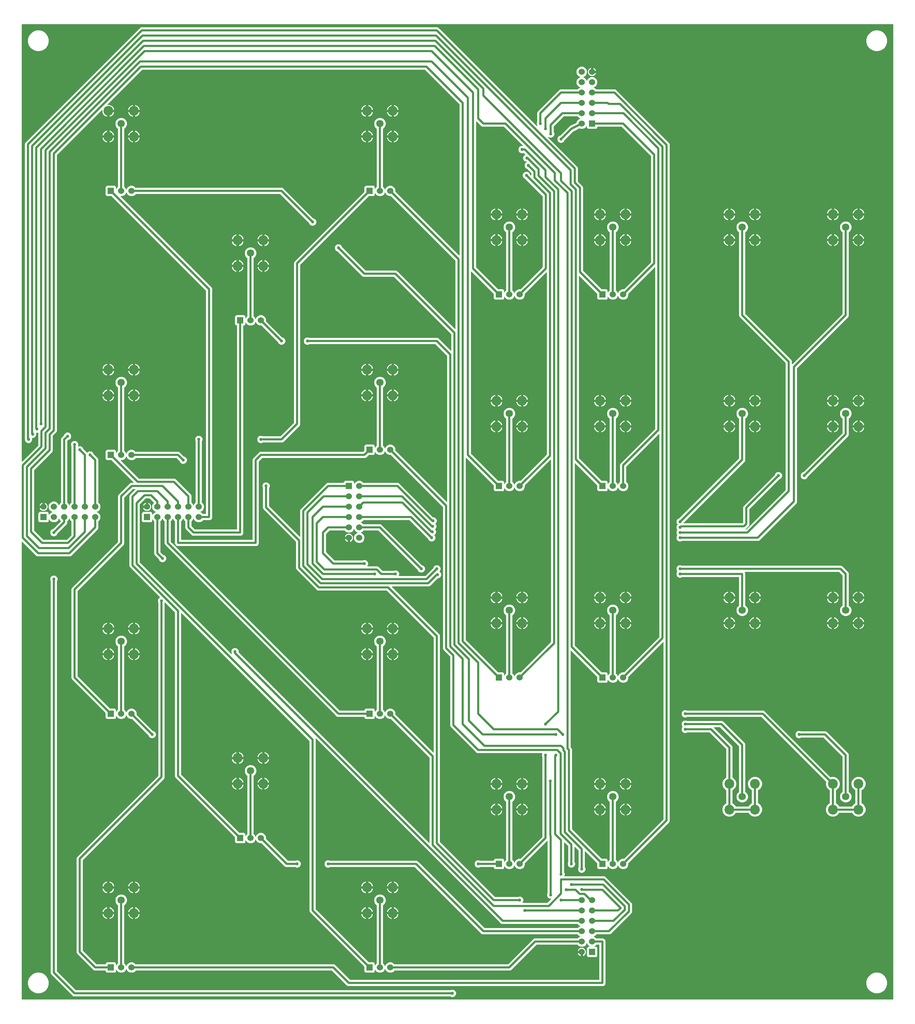
<source format=gbr>
G04 EAGLE Gerber RS-274X export*
G75*
%MOMM*%
%FSLAX34Y34*%
%LPD*%
%INBottom Copper*%
%IPPOS*%
%AMOC8*
5,1,8,0,0,1.08239X$1,22.5*%
G01*
G04 Define Apertures*
%ADD10R,1.530000X1.530000*%
%ADD11C,1.530000*%
%ADD12C,1.800000*%
%ADD13C,2.400000*%
%ADD14R,1.524000X1.524000*%
%ADD15C,1.524000*%
%ADD16C,2.184400*%
%ADD17C,0.508000*%
%ADD18C,0.756400*%
G36*
X2148375Y10220D02*
X2148078Y10160D01*
X10922Y10160D01*
X10647Y10211D01*
X10392Y10375D01*
X10220Y10625D01*
X10160Y10922D01*
X10160Y1132924D01*
X10207Y1133187D01*
X10366Y1133445D01*
X10614Y1133621D01*
X10910Y1133686D01*
X11208Y1133630D01*
X11461Y1133463D01*
X46484Y1098440D01*
X49284Y1097280D01*
X128516Y1097280D01*
X131316Y1098440D01*
X196960Y1164084D01*
X198120Y1166884D01*
X198120Y1183101D01*
X198176Y1183387D01*
X198343Y1183640D01*
X201292Y1186589D01*
X203230Y1191268D01*
X203230Y1196332D01*
X201292Y1201011D01*
X197711Y1204592D01*
X194804Y1205796D01*
X194579Y1205940D01*
X194401Y1206186D01*
X194334Y1206482D01*
X194387Y1206780D01*
X194553Y1207035D01*
X194804Y1207204D01*
X197711Y1208408D01*
X201292Y1211989D01*
X203230Y1216668D01*
X203230Y1221732D01*
X201292Y1226411D01*
X198343Y1229360D01*
X198180Y1229601D01*
X198120Y1229899D01*
X198120Y1335016D01*
X196960Y1337816D01*
X186662Y1348114D01*
X186497Y1348362D01*
X185313Y1351220D01*
X182820Y1353713D01*
X179563Y1355062D01*
X176037Y1355062D01*
X172780Y1353713D01*
X171111Y1352043D01*
X170880Y1351885D01*
X170584Y1351820D01*
X170286Y1351876D01*
X170033Y1352043D01*
X161262Y1360814D01*
X161097Y1361062D01*
X159913Y1363920D01*
X157420Y1366413D01*
X154163Y1367762D01*
X150637Y1367762D01*
X148794Y1366999D01*
X148533Y1366941D01*
X148234Y1366990D01*
X147977Y1367151D01*
X147803Y1367400D01*
X147741Y1367697D01*
X147799Y1367994D01*
X148562Y1369837D01*
X148562Y1373363D01*
X147213Y1376620D01*
X144720Y1379113D01*
X141463Y1380462D01*
X137937Y1380462D01*
X134680Y1379113D01*
X132187Y1376620D01*
X130838Y1373363D01*
X130838Y1369837D01*
X132022Y1366979D01*
X132080Y1366687D01*
X132080Y1229899D01*
X132024Y1229613D01*
X131857Y1229360D01*
X128908Y1226411D01*
X127704Y1223504D01*
X127560Y1223279D01*
X127314Y1223101D01*
X127018Y1223034D01*
X126720Y1223087D01*
X126466Y1223253D01*
X126296Y1223504D01*
X125092Y1226411D01*
X122143Y1229360D01*
X121980Y1229601D01*
X121920Y1229899D01*
X121920Y1380828D01*
X121976Y1381114D01*
X122143Y1381367D01*
X124277Y1383500D01*
X124524Y1383666D01*
X127382Y1384850D01*
X129875Y1387343D01*
X131224Y1390600D01*
X131224Y1394125D01*
X129875Y1397382D01*
X127382Y1399875D01*
X124125Y1401224D01*
X120600Y1401224D01*
X117343Y1399875D01*
X114850Y1397382D01*
X113666Y1394524D01*
X113500Y1394277D01*
X107840Y1388616D01*
X106680Y1385816D01*
X106680Y1229899D01*
X106624Y1229613D01*
X106457Y1229360D01*
X103508Y1226411D01*
X102304Y1223504D01*
X102160Y1223279D01*
X101914Y1223101D01*
X101618Y1223034D01*
X101320Y1223087D01*
X101066Y1223253D01*
X100896Y1223504D01*
X99692Y1226411D01*
X96111Y1229992D01*
X91432Y1231930D01*
X86368Y1231930D01*
X81689Y1229992D01*
X78108Y1226411D01*
X76170Y1221732D01*
X76170Y1216668D01*
X78108Y1211989D01*
X81689Y1208408D01*
X84596Y1207204D01*
X84821Y1207060D01*
X84999Y1206814D01*
X85066Y1206518D01*
X85013Y1206220D01*
X84847Y1205966D01*
X84596Y1205796D01*
X81689Y1204592D01*
X78108Y1201011D01*
X77696Y1200016D01*
X77556Y1199795D01*
X77311Y1199616D01*
X77016Y1199546D01*
X76717Y1199597D01*
X76462Y1199761D01*
X76290Y1200011D01*
X76230Y1200308D01*
X76230Y1203554D01*
X73254Y1206530D01*
X53746Y1206530D01*
X50770Y1203554D01*
X50770Y1184046D01*
X53746Y1181070D01*
X73254Y1181070D01*
X76230Y1184046D01*
X76230Y1187292D01*
X76275Y1187550D01*
X76432Y1187809D01*
X76678Y1187987D01*
X76974Y1188054D01*
X77272Y1188001D01*
X77527Y1187835D01*
X77696Y1187584D01*
X78108Y1186589D01*
X81689Y1183008D01*
X86368Y1181070D01*
X91432Y1181070D01*
X96111Y1183008D01*
X99692Y1186589D01*
X100896Y1189496D01*
X101040Y1189721D01*
X101286Y1189899D01*
X101582Y1189966D01*
X101880Y1189913D01*
X102135Y1189747D01*
X102304Y1189496D01*
X103508Y1186589D01*
X105722Y1184376D01*
X105880Y1184145D01*
X105945Y1183849D01*
X105889Y1183551D01*
X105722Y1183298D01*
X86986Y1164562D01*
X86739Y1164397D01*
X83880Y1163213D01*
X81387Y1160720D01*
X80038Y1157463D01*
X80038Y1153937D01*
X81387Y1150680D01*
X83880Y1148187D01*
X87137Y1146838D01*
X90663Y1146838D01*
X93920Y1148187D01*
X96413Y1150680D01*
X97597Y1153539D01*
X97762Y1153786D01*
X120760Y1176784D01*
X121920Y1179584D01*
X121920Y1183101D01*
X121976Y1183387D01*
X122143Y1183640D01*
X125092Y1186589D01*
X126296Y1189496D01*
X126440Y1189721D01*
X126686Y1189899D01*
X126982Y1189966D01*
X127280Y1189913D01*
X127535Y1189747D01*
X127704Y1189496D01*
X128908Y1186589D01*
X131857Y1183640D01*
X132020Y1183399D01*
X132080Y1183101D01*
X132080Y1149809D01*
X132024Y1149523D01*
X131857Y1149270D01*
X120730Y1138143D01*
X120488Y1137980D01*
X120191Y1137920D01*
X63547Y1137920D01*
X63261Y1137976D01*
X63008Y1138143D01*
X40863Y1160288D01*
X40700Y1160530D01*
X40640Y1160827D01*
X40640Y1308911D01*
X40696Y1309197D01*
X40863Y1309450D01*
X85144Y1353731D01*
X86304Y1356531D01*
X86304Y1393088D01*
X86360Y1393374D01*
X86527Y1393627D01*
X95304Y1402404D01*
X96464Y1405205D01*
X96464Y2081961D01*
X96520Y2082247D01*
X96687Y2082500D01*
X206659Y2192472D01*
X206879Y2192625D01*
X207174Y2192695D01*
X207473Y2192644D01*
X207728Y2192481D01*
X207900Y2192231D01*
X207960Y2191933D01*
X207960Y2187608D01*
X210174Y2182264D01*
X214264Y2178174D01*
X219452Y2176025D01*
X219452Y2193548D01*
X236975Y2193548D01*
X234826Y2198736D01*
X230736Y2202826D01*
X225392Y2205040D01*
X221067Y2205040D01*
X220803Y2205087D01*
X220545Y2205246D01*
X220370Y2205494D01*
X220305Y2205790D01*
X220360Y2206088D01*
X220528Y2206341D01*
X305044Y2290857D01*
X305285Y2291020D01*
X305583Y2291080D01*
X999828Y2291080D01*
X1000114Y2291024D01*
X1000367Y2290857D01*
X1084357Y2206867D01*
X1084520Y2206625D01*
X1084580Y2206328D01*
X1084580Y1836336D01*
X1084533Y1836073D01*
X1084374Y1835815D01*
X1084126Y1835639D01*
X1083830Y1835574D01*
X1083532Y1835630D01*
X1083279Y1835797D01*
X927323Y1991753D01*
X927160Y1991995D01*
X927100Y1992292D01*
X927100Y1996426D01*
X925167Y2001094D01*
X921594Y2004667D01*
X916926Y2006600D01*
X911874Y2006600D01*
X907206Y2004667D01*
X903633Y2001094D01*
X902404Y1998126D01*
X902260Y1997900D01*
X902014Y1997723D01*
X901718Y1997656D01*
X901420Y1997709D01*
X901166Y1997874D01*
X900996Y1998126D01*
X899767Y2001094D01*
X896843Y2004017D01*
X896680Y2004259D01*
X896620Y2004556D01*
X896620Y2146407D01*
X896673Y2146687D01*
X896839Y2146941D01*
X896884Y2146972D01*
X900936Y2151024D01*
X903080Y2156199D01*
X903080Y2161801D01*
X900936Y2166976D01*
X896976Y2170936D01*
X891801Y2173080D01*
X886199Y2173080D01*
X881024Y2170936D01*
X877064Y2166976D01*
X874920Y2161801D01*
X874920Y2156199D01*
X877064Y2151024D01*
X881105Y2146983D01*
X881148Y2146954D01*
X881320Y2146704D01*
X881380Y2146407D01*
X881380Y2004556D01*
X881324Y2004270D01*
X881157Y2004017D01*
X878233Y2001094D01*
X877766Y1999965D01*
X877626Y1999745D01*
X877381Y1999565D01*
X877086Y1999495D01*
X876787Y1999546D01*
X876532Y1999710D01*
X876360Y1999960D01*
X876300Y2000257D01*
X876300Y2003624D01*
X873324Y2006600D01*
X853876Y2006600D01*
X850900Y2003624D01*
X850900Y1992292D01*
X850844Y1992006D01*
X850677Y1991753D01*
X679340Y1820416D01*
X678180Y1817616D01*
X678180Y1425872D01*
X678124Y1425586D01*
X677957Y1425333D01*
X644767Y1392143D01*
X644525Y1391980D01*
X644228Y1391920D01*
X601813Y1391920D01*
X601521Y1391978D01*
X598663Y1393162D01*
X595137Y1393162D01*
X591880Y1391813D01*
X589387Y1389320D01*
X588038Y1386063D01*
X588038Y1382537D01*
X589387Y1379280D01*
X591880Y1376787D01*
X595137Y1375438D01*
X598663Y1375438D01*
X601521Y1376622D01*
X601813Y1376680D01*
X649216Y1376680D01*
X652016Y1377840D01*
X692260Y1418084D01*
X693420Y1420884D01*
X693420Y1812628D01*
X693476Y1812914D01*
X693643Y1813167D01*
X861453Y1980977D01*
X861695Y1981140D01*
X861992Y1981200D01*
X873324Y1981200D01*
X876300Y1984176D01*
X876300Y1987543D01*
X876345Y1987801D01*
X876502Y1988060D01*
X876748Y1988237D01*
X877044Y1988305D01*
X877342Y1988252D01*
X877597Y1988086D01*
X877766Y1987835D01*
X878233Y1986706D01*
X881806Y1983133D01*
X886474Y1981200D01*
X891526Y1981200D01*
X896194Y1983133D01*
X899767Y1986706D01*
X900996Y1989674D01*
X901140Y1989900D01*
X901386Y1990077D01*
X901682Y1990144D01*
X901980Y1990091D01*
X902235Y1989926D01*
X902404Y1989674D01*
X903633Y1986706D01*
X907206Y1983133D01*
X911874Y1981200D01*
X916008Y1981200D01*
X916294Y1981144D01*
X916547Y1980977D01*
X1074197Y1823327D01*
X1074360Y1823085D01*
X1074420Y1822788D01*
X1074420Y1655996D01*
X1074373Y1655733D01*
X1074214Y1655475D01*
X1073966Y1655299D01*
X1073670Y1655234D01*
X1073372Y1655290D01*
X1073119Y1655457D01*
X931416Y1797160D01*
X928616Y1798320D01*
X854372Y1798320D01*
X854086Y1798376D01*
X853833Y1798543D01*
X796262Y1856114D01*
X796097Y1856362D01*
X794913Y1859220D01*
X792420Y1861713D01*
X789163Y1863062D01*
X785637Y1863062D01*
X782380Y1861713D01*
X779887Y1859220D01*
X778538Y1855963D01*
X778538Y1852437D01*
X779887Y1849180D01*
X782380Y1846687D01*
X785239Y1845503D01*
X785486Y1845338D01*
X846584Y1784240D01*
X849384Y1783080D01*
X923628Y1783080D01*
X923914Y1783024D01*
X924167Y1782857D01*
X1064037Y1642987D01*
X1064200Y1642745D01*
X1064260Y1642448D01*
X1064260Y1602656D01*
X1064213Y1602393D01*
X1064054Y1602135D01*
X1063806Y1601959D01*
X1063510Y1601894D01*
X1063212Y1601950D01*
X1062959Y1602117D01*
X1033016Y1632060D01*
X1030216Y1633220D01*
X716113Y1633220D01*
X715821Y1633278D01*
X712963Y1634462D01*
X709437Y1634462D01*
X706180Y1633113D01*
X703687Y1630620D01*
X702338Y1627363D01*
X702338Y1623837D01*
X703687Y1620580D01*
X706180Y1618087D01*
X709437Y1616738D01*
X712963Y1616738D01*
X715821Y1617922D01*
X716113Y1617980D01*
X1025228Y1617980D01*
X1025514Y1617924D01*
X1025767Y1617757D01*
X1053877Y1589647D01*
X1054040Y1589405D01*
X1054100Y1589108D01*
X1054100Y1231816D01*
X1054053Y1231553D01*
X1053894Y1231295D01*
X1053646Y1231119D01*
X1053350Y1231054D01*
X1053052Y1231110D01*
X1052799Y1231277D01*
X927323Y1356753D01*
X927160Y1356995D01*
X927100Y1357292D01*
X927100Y1361426D01*
X925167Y1366094D01*
X921594Y1369667D01*
X916926Y1371600D01*
X911874Y1371600D01*
X907206Y1369667D01*
X903633Y1366094D01*
X902404Y1363126D01*
X902260Y1362900D01*
X902014Y1362723D01*
X901718Y1362656D01*
X901420Y1362709D01*
X901166Y1362874D01*
X900996Y1363126D01*
X899767Y1366094D01*
X896843Y1369017D01*
X896680Y1369259D01*
X896620Y1369556D01*
X896620Y1511407D01*
X896673Y1511687D01*
X896839Y1511941D01*
X896884Y1511972D01*
X900936Y1516024D01*
X903080Y1521199D01*
X903080Y1526801D01*
X900936Y1531976D01*
X896976Y1535936D01*
X891801Y1538080D01*
X886199Y1538080D01*
X881024Y1535936D01*
X877064Y1531976D01*
X874920Y1526801D01*
X874920Y1521199D01*
X877064Y1516024D01*
X881105Y1511983D01*
X881148Y1511954D01*
X881320Y1511704D01*
X881380Y1511407D01*
X881380Y1369556D01*
X881324Y1369270D01*
X881157Y1369017D01*
X878233Y1366094D01*
X877766Y1364965D01*
X877626Y1364745D01*
X877381Y1364565D01*
X877086Y1364495D01*
X876787Y1364546D01*
X876532Y1364710D01*
X876360Y1364960D01*
X876300Y1365257D01*
X876300Y1368624D01*
X873324Y1371600D01*
X853876Y1371600D01*
X850900Y1368624D01*
X850900Y1357292D01*
X850844Y1357006D01*
X850677Y1356753D01*
X847967Y1354043D01*
X847725Y1353880D01*
X847428Y1353820D01*
X595384Y1353820D01*
X592584Y1352660D01*
X577740Y1337816D01*
X576580Y1335016D01*
X576580Y1138682D01*
X576529Y1138407D01*
X576365Y1138152D01*
X576115Y1137980D01*
X575818Y1137920D01*
X402082Y1137920D01*
X401807Y1137971D01*
X401552Y1138135D01*
X401380Y1138385D01*
X401320Y1138682D01*
X401320Y1183101D01*
X401376Y1183387D01*
X401543Y1183640D01*
X404492Y1186589D01*
X405696Y1189496D01*
X405840Y1189721D01*
X406086Y1189899D01*
X406382Y1189966D01*
X406680Y1189913D01*
X406935Y1189747D01*
X407104Y1189496D01*
X408308Y1186589D01*
X411257Y1183640D01*
X411420Y1183399D01*
X411480Y1183101D01*
X411480Y1166884D01*
X412640Y1164084D01*
X427484Y1149240D01*
X430284Y1148080D01*
X547616Y1148080D01*
X550416Y1149240D01*
X552560Y1151384D01*
X553720Y1154184D01*
X553720Y1662938D01*
X553771Y1663213D01*
X553935Y1663468D01*
X554185Y1663640D01*
X554482Y1663700D01*
X555824Y1663700D01*
X558800Y1666676D01*
X558800Y1670043D01*
X558845Y1670301D01*
X559002Y1670560D01*
X559248Y1670737D01*
X559544Y1670805D01*
X559842Y1670752D01*
X560097Y1670586D01*
X560266Y1670335D01*
X560733Y1669206D01*
X564306Y1665633D01*
X568974Y1663700D01*
X574026Y1663700D01*
X578694Y1665633D01*
X582267Y1669206D01*
X583496Y1672174D01*
X583640Y1672400D01*
X583886Y1672577D01*
X584182Y1672644D01*
X584480Y1672591D01*
X584735Y1672426D01*
X584904Y1672174D01*
X586133Y1669206D01*
X589706Y1665633D01*
X594374Y1663700D01*
X598508Y1663700D01*
X598794Y1663644D01*
X599047Y1663477D01*
X638838Y1623686D01*
X639003Y1623439D01*
X640187Y1620580D01*
X642680Y1618087D01*
X645937Y1616738D01*
X649463Y1616738D01*
X652720Y1618087D01*
X655213Y1620580D01*
X656562Y1623837D01*
X656562Y1627363D01*
X655213Y1630620D01*
X652720Y1633113D01*
X649862Y1634297D01*
X649614Y1634462D01*
X609823Y1674253D01*
X609660Y1674495D01*
X609600Y1674792D01*
X609600Y1678926D01*
X607667Y1683594D01*
X604094Y1687167D01*
X599426Y1689100D01*
X594374Y1689100D01*
X589706Y1687167D01*
X586133Y1683594D01*
X584904Y1680626D01*
X584760Y1680400D01*
X584514Y1680223D01*
X584218Y1680156D01*
X583920Y1680209D01*
X583666Y1680374D01*
X583496Y1680626D01*
X582267Y1683594D01*
X579343Y1686517D01*
X579180Y1686759D01*
X579120Y1687056D01*
X579120Y1828907D01*
X579173Y1829187D01*
X579339Y1829441D01*
X579384Y1829472D01*
X583436Y1833524D01*
X585580Y1838699D01*
X585580Y1844301D01*
X583436Y1849476D01*
X579476Y1853436D01*
X574301Y1855580D01*
X568699Y1855580D01*
X563524Y1853436D01*
X559564Y1849476D01*
X557420Y1844301D01*
X557420Y1838699D01*
X559564Y1833524D01*
X563605Y1829483D01*
X563648Y1829454D01*
X563820Y1829204D01*
X563880Y1828907D01*
X563880Y1687056D01*
X563824Y1686770D01*
X563657Y1686517D01*
X560733Y1683594D01*
X560266Y1682465D01*
X560126Y1682245D01*
X559881Y1682065D01*
X559586Y1681995D01*
X559287Y1682046D01*
X559032Y1682210D01*
X558860Y1682460D01*
X558800Y1682757D01*
X558800Y1686124D01*
X555824Y1689100D01*
X536376Y1689100D01*
X533400Y1686124D01*
X533400Y1666676D01*
X536376Y1663700D01*
X537718Y1663700D01*
X537993Y1663649D01*
X538248Y1663485D01*
X538420Y1663235D01*
X538480Y1662938D01*
X538480Y1164082D01*
X538429Y1163807D01*
X538265Y1163552D01*
X538015Y1163380D01*
X537718Y1163320D01*
X435272Y1163320D01*
X434986Y1163376D01*
X434733Y1163543D01*
X426943Y1171333D01*
X426780Y1171575D01*
X426720Y1171872D01*
X426720Y1183101D01*
X426776Y1183387D01*
X426943Y1183640D01*
X429892Y1186589D01*
X431096Y1189496D01*
X431240Y1189721D01*
X431486Y1189899D01*
X431782Y1189966D01*
X432080Y1189913D01*
X432335Y1189747D01*
X432504Y1189496D01*
X433708Y1186589D01*
X437289Y1183008D01*
X441968Y1181070D01*
X447032Y1181070D01*
X451711Y1183008D01*
X454660Y1185957D01*
X454901Y1186120D01*
X455199Y1186180D01*
X471416Y1186180D01*
X474216Y1187340D01*
X476360Y1189484D01*
X477520Y1192284D01*
X477520Y1754116D01*
X476360Y1756916D01*
X253377Y1979899D01*
X253224Y1980119D01*
X253154Y1980414D01*
X253205Y1980713D01*
X253369Y1980968D01*
X253619Y1981140D01*
X253916Y1981200D01*
X256526Y1981200D01*
X261194Y1983133D01*
X264767Y1986706D01*
X265996Y1989674D01*
X266140Y1989900D01*
X266386Y1990077D01*
X266682Y1990144D01*
X266980Y1990091D01*
X267235Y1989926D01*
X267404Y1989674D01*
X268633Y1986706D01*
X272206Y1983133D01*
X276874Y1981200D01*
X281926Y1981200D01*
X286594Y1983133D01*
X289517Y1986057D01*
X289759Y1986220D01*
X290056Y1986280D01*
X644228Y1986280D01*
X644514Y1986224D01*
X644767Y1986057D01*
X715038Y1915786D01*
X715203Y1915539D01*
X716387Y1912680D01*
X718880Y1910187D01*
X722137Y1908838D01*
X725663Y1908838D01*
X728920Y1910187D01*
X731413Y1912680D01*
X732762Y1915937D01*
X732762Y1919463D01*
X731413Y1922720D01*
X728920Y1925213D01*
X726062Y1926397D01*
X725814Y1926562D01*
X652016Y2000360D01*
X649216Y2001520D01*
X290056Y2001520D01*
X289770Y2001576D01*
X289517Y2001743D01*
X286594Y2004667D01*
X281926Y2006600D01*
X276874Y2006600D01*
X272206Y2004667D01*
X268633Y2001094D01*
X267404Y1998126D01*
X267260Y1997900D01*
X267014Y1997723D01*
X266718Y1997656D01*
X266420Y1997709D01*
X266166Y1997874D01*
X265996Y1998126D01*
X264767Y2001094D01*
X261843Y2004017D01*
X261680Y2004259D01*
X261620Y2004556D01*
X261620Y2146407D01*
X261673Y2146687D01*
X261839Y2146941D01*
X261884Y2146972D01*
X265936Y2151024D01*
X268080Y2156199D01*
X268080Y2161801D01*
X265936Y2166976D01*
X261976Y2170936D01*
X256801Y2173080D01*
X251199Y2173080D01*
X246024Y2170936D01*
X242064Y2166976D01*
X239920Y2161801D01*
X239920Y2156199D01*
X242064Y2151024D01*
X246105Y2146983D01*
X246148Y2146954D01*
X246320Y2146704D01*
X246380Y2146407D01*
X246380Y2004556D01*
X246324Y2004270D01*
X246157Y2004017D01*
X243233Y2001094D01*
X242766Y1999965D01*
X242626Y1999745D01*
X242381Y1999565D01*
X242086Y1999495D01*
X241787Y1999546D01*
X241532Y1999710D01*
X241360Y1999960D01*
X241300Y2000257D01*
X241300Y2003624D01*
X238324Y2006600D01*
X218876Y2006600D01*
X215900Y2003624D01*
X215900Y1984176D01*
X218876Y1981200D01*
X230208Y1981200D01*
X230494Y1981144D01*
X230747Y1980977D01*
X462057Y1749667D01*
X462220Y1749425D01*
X462280Y1749128D01*
X462280Y1202182D01*
X462229Y1201907D01*
X462065Y1201652D01*
X461815Y1201480D01*
X461518Y1201420D01*
X455199Y1201420D01*
X454913Y1201476D01*
X454660Y1201643D01*
X451711Y1204592D01*
X448804Y1205796D01*
X448579Y1205940D01*
X448401Y1206186D01*
X448334Y1206482D01*
X448387Y1206780D01*
X448553Y1207035D01*
X448804Y1207204D01*
X451711Y1208408D01*
X455292Y1211989D01*
X457230Y1216668D01*
X457230Y1221732D01*
X455292Y1226411D01*
X452343Y1229360D01*
X452180Y1229601D01*
X452120Y1229899D01*
X452120Y1379387D01*
X452178Y1379679D01*
X453362Y1382537D01*
X453362Y1386063D01*
X452013Y1389320D01*
X449520Y1391813D01*
X446263Y1393162D01*
X442737Y1393162D01*
X439480Y1391813D01*
X436987Y1389320D01*
X435638Y1386063D01*
X435638Y1382537D01*
X436822Y1379679D01*
X436880Y1379387D01*
X436880Y1229899D01*
X436824Y1229613D01*
X436657Y1229360D01*
X433708Y1226411D01*
X432504Y1223504D01*
X432360Y1223279D01*
X432114Y1223101D01*
X431818Y1223034D01*
X431520Y1223087D01*
X431266Y1223253D01*
X431096Y1223504D01*
X429892Y1226411D01*
X426943Y1229360D01*
X426780Y1229601D01*
X426720Y1229899D01*
X426720Y1246116D01*
X425560Y1248916D01*
X387348Y1287128D01*
X384548Y1288288D01*
X297604Y1288288D01*
X297318Y1288344D01*
X297065Y1288511D01*
X253377Y1332199D01*
X253224Y1332419D01*
X253154Y1332714D01*
X253205Y1333013D01*
X253369Y1333268D01*
X253619Y1333440D01*
X253916Y1333500D01*
X256526Y1333500D01*
X261194Y1335433D01*
X264767Y1339006D01*
X265996Y1341974D01*
X266140Y1342200D01*
X266386Y1342377D01*
X266682Y1342444D01*
X266980Y1342391D01*
X267235Y1342226D01*
X267404Y1341974D01*
X268633Y1339006D01*
X272206Y1335433D01*
X276874Y1333500D01*
X281926Y1333500D01*
X286594Y1335433D01*
X289517Y1338357D01*
X289759Y1338520D01*
X290056Y1338580D01*
X390228Y1338580D01*
X390514Y1338524D01*
X390767Y1338357D01*
X397538Y1331586D01*
X397703Y1331339D01*
X398887Y1328480D01*
X401380Y1325987D01*
X404637Y1324638D01*
X408163Y1324638D01*
X411420Y1325987D01*
X413913Y1328480D01*
X415262Y1331737D01*
X415262Y1335263D01*
X413913Y1338520D01*
X411420Y1341013D01*
X408562Y1342197D01*
X408314Y1342362D01*
X398016Y1352660D01*
X395216Y1353820D01*
X290056Y1353820D01*
X289770Y1353876D01*
X289517Y1354043D01*
X286594Y1356967D01*
X281926Y1358900D01*
X276874Y1358900D01*
X272206Y1356967D01*
X268633Y1353394D01*
X267404Y1350426D01*
X267260Y1350200D01*
X267014Y1350023D01*
X266718Y1349956D01*
X266420Y1350009D01*
X266166Y1350174D01*
X265996Y1350426D01*
X264767Y1353394D01*
X261843Y1356317D01*
X261680Y1356559D01*
X261620Y1356856D01*
X261620Y1511407D01*
X261673Y1511687D01*
X261839Y1511941D01*
X261884Y1511972D01*
X265936Y1516024D01*
X268080Y1521199D01*
X268080Y1526801D01*
X265936Y1531976D01*
X261976Y1535936D01*
X256801Y1538080D01*
X251199Y1538080D01*
X246024Y1535936D01*
X242064Y1531976D01*
X239920Y1526801D01*
X239920Y1521199D01*
X242064Y1516024D01*
X246105Y1511983D01*
X246148Y1511954D01*
X246320Y1511704D01*
X246380Y1511407D01*
X246380Y1356856D01*
X246324Y1356570D01*
X246157Y1356317D01*
X243233Y1353394D01*
X242766Y1352265D01*
X242626Y1352045D01*
X242381Y1351865D01*
X242086Y1351795D01*
X241787Y1351846D01*
X241532Y1352010D01*
X241360Y1352260D01*
X241300Y1352557D01*
X241300Y1355924D01*
X238324Y1358900D01*
X218876Y1358900D01*
X215900Y1355924D01*
X215900Y1336476D01*
X218876Y1333500D01*
X230208Y1333500D01*
X230494Y1333444D01*
X230747Y1333277D01*
X284595Y1279429D01*
X284748Y1279209D01*
X284818Y1278914D01*
X284767Y1278615D01*
X284603Y1278360D01*
X284353Y1278188D01*
X284056Y1278128D01*
X278392Y1278128D01*
X275592Y1276968D01*
X247540Y1248916D01*
X246380Y1246116D01*
X246380Y1133772D01*
X246324Y1133486D01*
X246157Y1133233D01*
X133240Y1020316D01*
X132080Y1017516D01*
X132080Y798584D01*
X133240Y795784D01*
X215677Y713347D01*
X215840Y713105D01*
X215900Y712808D01*
X215900Y701476D01*
X218876Y698500D01*
X238324Y698500D01*
X241300Y701476D01*
X241300Y704843D01*
X241345Y705101D01*
X241502Y705360D01*
X241748Y705537D01*
X242044Y705605D01*
X242342Y705552D01*
X242597Y705386D01*
X242766Y705135D01*
X243233Y704006D01*
X246806Y700433D01*
X251474Y698500D01*
X256526Y698500D01*
X261194Y700433D01*
X264767Y704006D01*
X265996Y706974D01*
X266140Y707200D01*
X266386Y707377D01*
X266682Y707444D01*
X266980Y707391D01*
X267235Y707226D01*
X267404Y706974D01*
X268633Y704006D01*
X272206Y700433D01*
X276874Y698500D01*
X281008Y698500D01*
X281294Y698444D01*
X281547Y698277D01*
X321338Y658486D01*
X321503Y658239D01*
X322687Y655380D01*
X325180Y652887D01*
X328437Y651538D01*
X331963Y651538D01*
X335220Y652887D01*
X337713Y655380D01*
X339062Y658637D01*
X339062Y662163D01*
X337713Y665420D01*
X335220Y667913D01*
X332362Y669097D01*
X332114Y669262D01*
X292323Y709053D01*
X292160Y709295D01*
X292100Y709592D01*
X292100Y713726D01*
X290167Y718394D01*
X286594Y721967D01*
X281926Y723900D01*
X276874Y723900D01*
X272206Y721967D01*
X268633Y718394D01*
X267404Y715426D01*
X267260Y715200D01*
X267014Y715023D01*
X266718Y714956D01*
X266420Y715009D01*
X266166Y715174D01*
X265996Y715426D01*
X264767Y718394D01*
X261843Y721317D01*
X261680Y721559D01*
X261620Y721856D01*
X261620Y876407D01*
X261673Y876687D01*
X261839Y876941D01*
X261884Y876972D01*
X265936Y881024D01*
X268080Y886199D01*
X268080Y891801D01*
X265936Y896976D01*
X261976Y900936D01*
X256801Y903080D01*
X251199Y903080D01*
X246024Y900936D01*
X242064Y896976D01*
X239920Y891801D01*
X239920Y886199D01*
X242064Y881024D01*
X246105Y876983D01*
X246148Y876954D01*
X246320Y876704D01*
X246380Y876407D01*
X246380Y721856D01*
X246324Y721570D01*
X246157Y721317D01*
X243233Y718394D01*
X242766Y717265D01*
X242626Y717045D01*
X242381Y716865D01*
X242086Y716795D01*
X241787Y716846D01*
X241532Y717010D01*
X241360Y717260D01*
X241300Y717557D01*
X241300Y720924D01*
X238324Y723900D01*
X226992Y723900D01*
X226706Y723956D01*
X226453Y724123D01*
X147543Y803033D01*
X147380Y803275D01*
X147320Y803572D01*
X147320Y1012528D01*
X147376Y1012814D01*
X147543Y1013067D01*
X260460Y1125984D01*
X261620Y1128784D01*
X261620Y1241128D01*
X261676Y1241414D01*
X261843Y1241667D01*
X282841Y1262665D01*
X283083Y1262828D01*
X283380Y1262888D01*
X288433Y1262888D01*
X288696Y1262841D01*
X288954Y1262682D01*
X289129Y1262434D01*
X289194Y1262138D01*
X289139Y1261840D01*
X288971Y1261587D01*
X275480Y1248096D01*
X274320Y1245295D01*
X274320Y1073776D01*
X275480Y1070975D01*
X349246Y997209D01*
X349402Y996984D01*
X349469Y996688D01*
X349416Y996390D01*
X349251Y996136D01*
X348999Y995966D01*
X348033Y995566D01*
X345540Y993073D01*
X344191Y989816D01*
X344191Y986291D01*
X345375Y983432D01*
X345433Y983141D01*
X345433Y559725D01*
X345378Y559439D01*
X345210Y559186D01*
X145940Y359916D01*
X144780Y357116D01*
X144780Y125484D01*
X145940Y122684D01*
X186184Y82440D01*
X188984Y81280D01*
X215138Y81280D01*
X215413Y81229D01*
X215668Y81065D01*
X215840Y80815D01*
X215900Y80518D01*
X215900Y79176D01*
X218876Y76200D01*
X238324Y76200D01*
X241300Y79176D01*
X241300Y82543D01*
X241345Y82801D01*
X241502Y83060D01*
X241748Y83237D01*
X242044Y83305D01*
X242342Y83252D01*
X242597Y83086D01*
X242766Y82835D01*
X243233Y81706D01*
X246806Y78133D01*
X251474Y76200D01*
X256526Y76200D01*
X261194Y78133D01*
X264767Y81706D01*
X265996Y84674D01*
X266140Y84900D01*
X266386Y85077D01*
X266682Y85144D01*
X266980Y85091D01*
X267235Y84926D01*
X267404Y84674D01*
X268633Y81706D01*
X272206Y78133D01*
X276874Y76200D01*
X281926Y76200D01*
X286594Y78133D01*
X289517Y81057D01*
X289759Y81220D01*
X290056Y81280D01*
X771228Y81280D01*
X771514Y81224D01*
X771767Y81057D01*
X808484Y44340D01*
X811284Y43180D01*
X1436616Y43180D01*
X1439416Y44340D01*
X1441560Y46484D01*
X1442720Y49284D01*
X1442720Y153916D01*
X1441560Y156716D01*
X1439416Y158860D01*
X1436616Y160020D01*
X1420399Y160020D01*
X1420113Y160076D01*
X1419860Y160243D01*
X1416911Y163192D01*
X1414004Y164396D01*
X1413779Y164540D01*
X1413601Y164786D01*
X1413534Y165082D01*
X1413587Y165380D01*
X1413753Y165635D01*
X1414004Y165804D01*
X1416911Y167008D01*
X1419860Y169957D01*
X1420101Y170120D01*
X1420399Y170180D01*
X1452653Y170180D01*
X1455453Y171340D01*
X1506330Y222217D01*
X1507490Y225017D01*
X1507490Y244883D01*
X1506330Y247683D01*
X1442753Y311260D01*
X1439953Y312420D01*
X1342128Y312420D01*
X1341859Y312469D01*
X1341603Y312630D01*
X1341429Y312879D01*
X1341366Y313176D01*
X1341424Y313474D01*
X1342362Y315737D01*
X1342362Y319263D01*
X1341178Y322121D01*
X1341120Y322413D01*
X1341120Y395527D01*
X1341167Y395791D01*
X1341326Y396049D01*
X1341574Y396224D01*
X1341870Y396289D01*
X1342168Y396234D01*
X1342421Y396066D01*
X1351057Y387430D01*
X1351220Y387188D01*
X1351280Y386891D01*
X1351280Y347813D01*
X1351222Y347521D01*
X1350038Y344663D01*
X1350038Y341137D01*
X1351387Y337880D01*
X1353880Y335387D01*
X1357137Y334038D01*
X1360663Y334038D01*
X1363920Y335387D01*
X1366413Y337880D01*
X1367762Y341137D01*
X1367762Y344663D01*
X1366578Y347521D01*
X1366520Y347813D01*
X1366520Y384496D01*
X1366567Y384759D01*
X1366726Y385017D01*
X1366974Y385192D01*
X1367270Y385258D01*
X1367568Y385202D01*
X1367821Y385034D01*
X1376457Y376398D01*
X1376620Y376157D01*
X1376680Y375860D01*
X1376680Y335113D01*
X1376622Y334821D01*
X1375438Y331963D01*
X1375438Y328437D01*
X1376787Y325180D01*
X1379280Y322687D01*
X1382537Y321338D01*
X1386063Y321338D01*
X1389320Y322687D01*
X1391813Y325180D01*
X1393162Y328437D01*
X1393162Y331963D01*
X1391978Y334821D01*
X1391920Y335113D01*
X1391920Y373464D01*
X1391967Y373727D01*
X1392126Y373985D01*
X1392374Y374161D01*
X1392670Y374226D01*
X1392968Y374170D01*
X1393221Y374003D01*
X1422177Y345047D01*
X1422340Y344805D01*
X1422400Y344508D01*
X1422400Y333176D01*
X1425376Y330200D01*
X1444824Y330200D01*
X1447800Y333176D01*
X1447800Y336543D01*
X1447845Y336801D01*
X1448002Y337060D01*
X1448248Y337237D01*
X1448544Y337305D01*
X1448842Y337252D01*
X1449097Y337086D01*
X1449266Y336835D01*
X1449733Y335706D01*
X1453306Y332133D01*
X1457974Y330200D01*
X1463026Y330200D01*
X1467694Y332133D01*
X1471267Y335706D01*
X1472496Y338674D01*
X1472640Y338900D01*
X1472886Y339077D01*
X1473182Y339144D01*
X1473480Y339091D01*
X1473735Y338926D01*
X1473904Y338674D01*
X1475133Y335706D01*
X1478706Y332133D01*
X1483374Y330200D01*
X1488426Y330200D01*
X1493094Y332133D01*
X1496667Y335706D01*
X1498600Y340374D01*
X1498600Y344508D01*
X1498656Y344794D01*
X1498823Y345047D01*
X1599040Y445264D01*
X1600200Y448064D01*
X1600200Y2108649D01*
X1599040Y2111450D01*
X1468830Y2241660D01*
X1466029Y2242820D01*
X1420399Y2242820D01*
X1420113Y2242876D01*
X1419860Y2243043D01*
X1416911Y2245992D01*
X1414004Y2247196D01*
X1413779Y2247340D01*
X1413601Y2247586D01*
X1413534Y2247882D01*
X1413587Y2248180D01*
X1413753Y2248435D01*
X1414004Y2248604D01*
X1416911Y2249808D01*
X1420492Y2253389D01*
X1422430Y2258068D01*
X1422430Y2263132D01*
X1420492Y2267811D01*
X1416911Y2271392D01*
X1412232Y2273330D01*
X1407168Y2273330D01*
X1402489Y2271392D01*
X1398908Y2267811D01*
X1397704Y2264904D01*
X1397560Y2264679D01*
X1397314Y2264501D01*
X1397018Y2264434D01*
X1396720Y2264487D01*
X1396466Y2264653D01*
X1396296Y2264904D01*
X1395092Y2267811D01*
X1391511Y2271392D01*
X1388604Y2272596D01*
X1388379Y2272740D01*
X1388201Y2272986D01*
X1388134Y2273282D01*
X1388187Y2273580D01*
X1388353Y2273835D01*
X1388604Y2274004D01*
X1391511Y2275208D01*
X1395092Y2278789D01*
X1397030Y2283468D01*
X1397030Y2288532D01*
X1395092Y2293211D01*
X1391511Y2296792D01*
X1386832Y2298730D01*
X1381768Y2298730D01*
X1377089Y2296792D01*
X1373508Y2293211D01*
X1371570Y2288532D01*
X1371570Y2283468D01*
X1373508Y2278789D01*
X1377089Y2275208D01*
X1379996Y2274004D01*
X1380221Y2273860D01*
X1380399Y2273614D01*
X1380466Y2273318D01*
X1380413Y2273020D01*
X1380247Y2272766D01*
X1379996Y2272596D01*
X1377089Y2271392D01*
X1373508Y2267811D01*
X1371570Y2263132D01*
X1371570Y2258068D01*
X1373508Y2253389D01*
X1377089Y2249808D01*
X1379996Y2248604D01*
X1380221Y2248460D01*
X1380399Y2248214D01*
X1380466Y2247918D01*
X1380413Y2247620D01*
X1380247Y2247366D01*
X1379996Y2247196D01*
X1377089Y2245992D01*
X1374140Y2243043D01*
X1373899Y2242880D01*
X1373601Y2242820D01*
X1331984Y2242820D01*
X1329184Y2241660D01*
X1276240Y2188716D01*
X1275080Y2185916D01*
X1275080Y2163913D01*
X1275022Y2163621D01*
X1273838Y2160763D01*
X1273838Y2157237D01*
X1275200Y2153950D01*
X1275257Y2153695D01*
X1275211Y2153395D01*
X1275051Y2153137D01*
X1274804Y2152961D01*
X1274508Y2152896D01*
X1274210Y2152952D01*
X1273957Y2153119D01*
X1033016Y2394060D01*
X1030216Y2395220D01*
X303284Y2395220D01*
X300484Y2394060D01*
X18940Y2112516D01*
X17780Y2109716D01*
X17780Y1382537D01*
X19129Y1379280D01*
X21622Y1376787D01*
X24879Y1375438D01*
X28405Y1375438D01*
X31662Y1376787D01*
X34155Y1379280D01*
X35504Y1382537D01*
X35504Y1386063D01*
X35081Y1387084D01*
X35023Y1387352D01*
X35074Y1387651D01*
X35238Y1387906D01*
X35488Y1388078D01*
X35785Y1388138D01*
X38565Y1388138D01*
X41822Y1389487D01*
X44315Y1391980D01*
X45664Y1395237D01*
X45664Y1398763D01*
X45241Y1399784D01*
X45183Y1400052D01*
X45234Y1400351D01*
X45398Y1400606D01*
X45648Y1400778D01*
X45945Y1400838D01*
X48725Y1400838D01*
X49690Y1401238D01*
X49958Y1401296D01*
X50257Y1401245D01*
X50512Y1401081D01*
X50684Y1400831D01*
X50744Y1400534D01*
X50744Y1369936D01*
X50688Y1369650D01*
X50521Y1369397D01*
X11461Y1330337D01*
X11241Y1330184D01*
X10946Y1330114D01*
X10647Y1330165D01*
X10392Y1330329D01*
X10220Y1330579D01*
X10160Y1330876D01*
X10160Y2402078D01*
X10211Y2402353D01*
X10375Y2402608D01*
X10625Y2402780D01*
X10922Y2402840D01*
X2148078Y2402840D01*
X2148353Y2402789D01*
X2148608Y2402625D01*
X2148780Y2402375D01*
X2148840Y2402078D01*
X2148840Y10922D01*
X2148789Y10647D01*
X2148625Y10392D01*
X2148375Y10220D01*
G37*
%LPC*%
G36*
X2104856Y2336800D02*
X2111544Y2336800D01*
X2118004Y2338531D01*
X2123796Y2341875D01*
X2128525Y2346604D01*
X2131869Y2352396D01*
X2133600Y2358856D01*
X2133600Y2365544D01*
X2131869Y2372004D01*
X2128525Y2377796D01*
X2123796Y2382525D01*
X2118004Y2385869D01*
X2111544Y2387600D01*
X2104856Y2387600D01*
X2098396Y2385869D01*
X2092604Y2382525D01*
X2087875Y2377796D01*
X2084531Y2372004D01*
X2082800Y2365544D01*
X2082800Y2358856D01*
X2084531Y2352396D01*
X2087875Y2346604D01*
X2092604Y2341875D01*
X2098396Y2338531D01*
X2104856Y2336800D01*
G37*
G36*
X47456Y2336800D02*
X54144Y2336800D01*
X60604Y2338531D01*
X66396Y2341875D01*
X71125Y2346604D01*
X74469Y2352396D01*
X76200Y2358856D01*
X76200Y2365544D01*
X74469Y2372004D01*
X71125Y2377796D01*
X66396Y2382525D01*
X60604Y2385869D01*
X54144Y2387600D01*
X47456Y2387600D01*
X40996Y2385869D01*
X35204Y2382525D01*
X30475Y2377796D01*
X27131Y2372004D01*
X25400Y2365544D01*
X25400Y2358856D01*
X27131Y2352396D01*
X30475Y2346604D01*
X35204Y2341875D01*
X40996Y2338531D01*
X47456Y2336800D01*
G37*
G36*
X1407673Y2275810D02*
X1411727Y2275810D01*
X1415472Y2277361D01*
X1418339Y2280228D01*
X1419467Y2282952D01*
X1406652Y2282952D01*
X1406652Y2295767D01*
X1403928Y2294639D01*
X1401061Y2291772D01*
X1399510Y2288027D01*
X1399510Y2283973D01*
X1401061Y2280228D01*
X1403928Y2277361D01*
X1407673Y2275810D01*
G37*
G36*
X1412748Y2289048D02*
X1419467Y2289048D01*
X1418339Y2291772D01*
X1415472Y2294639D01*
X1412748Y2295767D01*
X1412748Y2289048D01*
G37*
G36*
X271025Y2193548D02*
X282452Y2193548D01*
X282452Y2204975D01*
X277264Y2202826D01*
X273174Y2198736D01*
X271025Y2193548D01*
G37*
G36*
X288548Y2193548D02*
X299975Y2193548D01*
X297826Y2198736D01*
X293736Y2202826D01*
X288548Y2204975D01*
X288548Y2193548D01*
G37*
G36*
X843025Y2193548D02*
X854452Y2193548D01*
X854452Y2204975D01*
X849264Y2202826D01*
X845174Y2198736D01*
X843025Y2193548D01*
G37*
G36*
X860548Y2193548D02*
X871975Y2193548D01*
X869826Y2198736D01*
X865736Y2202826D01*
X860548Y2204975D01*
X860548Y2193548D01*
G37*
G36*
X906025Y2193548D02*
X917452Y2193548D01*
X917452Y2204975D01*
X912264Y2202826D01*
X908174Y2198736D01*
X906025Y2193548D01*
G37*
G36*
X923548Y2193548D02*
X934975Y2193548D01*
X932826Y2198736D01*
X928736Y2202826D01*
X923548Y2204975D01*
X923548Y2193548D01*
G37*
G36*
X860548Y2187452D02*
X860548Y2176025D01*
X865736Y2178174D01*
X869826Y2182264D01*
X871975Y2187452D01*
X860548Y2187452D01*
G37*
G36*
X912264Y2178174D02*
X917452Y2176025D01*
X917452Y2187452D01*
X906025Y2187452D01*
X908174Y2182264D01*
X912264Y2178174D01*
G37*
G36*
X923548Y2187452D02*
X923548Y2176025D01*
X928736Y2178174D01*
X932826Y2182264D01*
X934975Y2187452D01*
X923548Y2187452D01*
G37*
G36*
X277264Y2178174D02*
X282452Y2176025D01*
X282452Y2187452D01*
X271025Y2187452D01*
X273174Y2182264D01*
X277264Y2178174D01*
G37*
G36*
X288548Y2187452D02*
X288548Y2176025D01*
X293736Y2178174D01*
X297826Y2182264D01*
X299975Y2187452D01*
X288548Y2187452D01*
G37*
G36*
X849264Y2178174D02*
X854452Y2176025D01*
X854452Y2187452D01*
X843025Y2187452D01*
X845174Y2182264D01*
X849264Y2178174D01*
G37*
G36*
X225548Y2187452D02*
X225548Y2176025D01*
X230736Y2178174D01*
X234826Y2182264D01*
X236975Y2187452D01*
X225548Y2187452D01*
G37*
G36*
X923548Y2130548D02*
X934975Y2130548D01*
X932826Y2135736D01*
X928736Y2139826D01*
X923548Y2141975D01*
X923548Y2130548D01*
G37*
G36*
X906025Y2130548D02*
X917452Y2130548D01*
X917452Y2141975D01*
X912264Y2139826D01*
X908174Y2135736D01*
X906025Y2130548D01*
G37*
G36*
X860548Y2130548D02*
X871975Y2130548D01*
X869826Y2135736D01*
X865736Y2139826D01*
X860548Y2141975D01*
X860548Y2130548D01*
G37*
G36*
X843025Y2130548D02*
X854452Y2130548D01*
X854452Y2141975D01*
X849264Y2139826D01*
X845174Y2135736D01*
X843025Y2130548D01*
G37*
G36*
X271025Y2130548D02*
X282452Y2130548D01*
X282452Y2141975D01*
X277264Y2139826D01*
X273174Y2135736D01*
X271025Y2130548D01*
G37*
G36*
X225548Y2130548D02*
X236975Y2130548D01*
X234826Y2135736D01*
X230736Y2139826D01*
X225548Y2141975D01*
X225548Y2130548D01*
G37*
G36*
X288548Y2130548D02*
X299975Y2130548D01*
X297826Y2135736D01*
X293736Y2139826D01*
X288548Y2141975D01*
X288548Y2130548D01*
G37*
G36*
X208025Y2130548D02*
X219452Y2130548D01*
X219452Y2141975D01*
X214264Y2139826D01*
X210174Y2135736D01*
X208025Y2130548D01*
G37*
G36*
X225548Y2124452D02*
X225548Y2113025D01*
X230736Y2115174D01*
X234826Y2119264D01*
X236975Y2124452D01*
X225548Y2124452D01*
G37*
G36*
X214264Y2115174D02*
X219452Y2113025D01*
X219452Y2124452D01*
X208025Y2124452D01*
X210174Y2119264D01*
X214264Y2115174D01*
G37*
G36*
X288548Y2124452D02*
X288548Y2113025D01*
X293736Y2115174D01*
X297826Y2119264D01*
X299975Y2124452D01*
X288548Y2124452D01*
G37*
G36*
X923548Y2124452D02*
X923548Y2113025D01*
X928736Y2115174D01*
X932826Y2119264D01*
X934975Y2124452D01*
X923548Y2124452D01*
G37*
G36*
X912264Y2115174D02*
X917452Y2113025D01*
X917452Y2124452D01*
X906025Y2124452D01*
X908174Y2119264D01*
X912264Y2115174D01*
G37*
G36*
X860548Y2124452D02*
X860548Y2113025D01*
X865736Y2115174D01*
X869826Y2119264D01*
X871975Y2124452D01*
X860548Y2124452D01*
G37*
G36*
X849264Y2115174D02*
X854452Y2113025D01*
X854452Y2124452D01*
X843025Y2124452D01*
X845174Y2119264D01*
X849264Y2115174D01*
G37*
G36*
X277264Y2115174D02*
X282452Y2113025D01*
X282452Y2124452D01*
X271025Y2124452D01*
X273174Y2119264D01*
X277264Y2115174D01*
G37*
G36*
X1795025Y1939548D02*
X1806452Y1939548D01*
X1806452Y1950975D01*
X1801264Y1948826D01*
X1797174Y1944736D01*
X1795025Y1939548D01*
G37*
G36*
X1812548Y1939548D02*
X1823975Y1939548D01*
X1821826Y1944736D01*
X1817736Y1948826D01*
X1812548Y1950975D01*
X1812548Y1939548D01*
G37*
G36*
X1986025Y1939548D02*
X1997452Y1939548D01*
X1997452Y1950975D01*
X1992264Y1948826D01*
X1988174Y1944736D01*
X1986025Y1939548D01*
G37*
G36*
X2003548Y1939548D02*
X2014975Y1939548D01*
X2012826Y1944736D01*
X2008736Y1948826D01*
X2003548Y1950975D01*
X2003548Y1939548D01*
G37*
G36*
X2049025Y1939548D02*
X2060452Y1939548D01*
X2060452Y1950975D01*
X2055264Y1948826D01*
X2051174Y1944736D01*
X2049025Y1939548D01*
G37*
G36*
X2066548Y1939548D02*
X2077975Y1939548D01*
X2075826Y1944736D01*
X2071736Y1948826D01*
X2066548Y1950975D01*
X2066548Y1939548D01*
G37*
G36*
X1732025Y1939548D02*
X1743452Y1939548D01*
X1743452Y1950975D01*
X1738264Y1948826D01*
X1734174Y1944736D01*
X1732025Y1939548D01*
G37*
G36*
X1749548Y1939548D02*
X1760975Y1939548D01*
X1758826Y1944736D01*
X1754736Y1948826D01*
X1749548Y1950975D01*
X1749548Y1939548D01*
G37*
G36*
X2066548Y1933452D02*
X2066548Y1922025D01*
X2071736Y1924174D01*
X2075826Y1928264D01*
X2077975Y1933452D01*
X2066548Y1933452D01*
G37*
G36*
X2055264Y1924174D02*
X2060452Y1922025D01*
X2060452Y1933452D01*
X2049025Y1933452D01*
X2051174Y1928264D01*
X2055264Y1924174D01*
G37*
G36*
X1992264Y1924174D02*
X1997452Y1922025D01*
X1997452Y1933452D01*
X1986025Y1933452D01*
X1988174Y1928264D01*
X1992264Y1924174D01*
G37*
G36*
X1738264Y1924174D02*
X1743452Y1922025D01*
X1743452Y1933452D01*
X1732025Y1933452D01*
X1734174Y1928264D01*
X1738264Y1924174D01*
G37*
G36*
X1801264Y1924174D02*
X1806452Y1922025D01*
X1806452Y1933452D01*
X1795025Y1933452D01*
X1797174Y1928264D01*
X1801264Y1924174D01*
G37*
G36*
X1812548Y1933452D02*
X1812548Y1922025D01*
X1817736Y1924174D01*
X1821826Y1928264D01*
X1823975Y1933452D01*
X1812548Y1933452D01*
G37*
G36*
X1749548Y1933452D02*
X1749548Y1922025D01*
X1754736Y1924174D01*
X1758826Y1928264D01*
X1760975Y1933452D01*
X1749548Y1933452D01*
G37*
G36*
X2003548Y1933452D02*
X2003548Y1922025D01*
X2008736Y1924174D01*
X2012826Y1928264D01*
X2014975Y1933452D01*
X2003548Y1933452D01*
G37*
G36*
X1623837Y1134138D02*
X1627363Y1134138D01*
X1630221Y1135322D01*
X1630513Y1135380D01*
X1817616Y1135380D01*
X1820416Y1136540D01*
X1911460Y1227584D01*
X1912620Y1230384D01*
X1912620Y1558628D01*
X1912676Y1558914D01*
X1912843Y1559167D01*
X2038460Y1684784D01*
X2039620Y1687584D01*
X2039620Y1892407D01*
X2039673Y1892687D01*
X2039839Y1892941D01*
X2039884Y1892972D01*
X2043936Y1897024D01*
X2046080Y1902199D01*
X2046080Y1907801D01*
X2043936Y1912976D01*
X2039976Y1916936D01*
X2034801Y1919080D01*
X2029199Y1919080D01*
X2024024Y1916936D01*
X2020064Y1912976D01*
X2017920Y1907801D01*
X2017920Y1902199D01*
X2020064Y1897024D01*
X2024105Y1892983D01*
X2024148Y1892954D01*
X2024320Y1892704D01*
X2024380Y1892407D01*
X2024380Y1692572D01*
X2024324Y1692286D01*
X2024157Y1692033D01*
X1901221Y1569097D01*
X1901001Y1568944D01*
X1900706Y1568874D01*
X1900407Y1568925D01*
X1900152Y1569089D01*
X1899980Y1569339D01*
X1899920Y1569636D01*
X1899920Y1576316D01*
X1898760Y1579116D01*
X1785843Y1692033D01*
X1785680Y1692275D01*
X1785620Y1692572D01*
X1785620Y1892407D01*
X1785673Y1892687D01*
X1785839Y1892941D01*
X1785884Y1892972D01*
X1789936Y1897024D01*
X1792080Y1902199D01*
X1792080Y1907801D01*
X1789936Y1912976D01*
X1785976Y1916936D01*
X1780801Y1919080D01*
X1775199Y1919080D01*
X1770024Y1916936D01*
X1766064Y1912976D01*
X1763920Y1907801D01*
X1763920Y1902199D01*
X1766064Y1897024D01*
X1770105Y1892983D01*
X1770148Y1892954D01*
X1770320Y1892704D01*
X1770380Y1892407D01*
X1770380Y1687584D01*
X1771540Y1684784D01*
X1884457Y1571867D01*
X1884620Y1571625D01*
X1884680Y1571328D01*
X1884680Y1260772D01*
X1884624Y1260486D01*
X1884457Y1260233D01*
X1787767Y1163543D01*
X1787525Y1163380D01*
X1787228Y1163320D01*
X1787204Y1163320D01*
X1786941Y1163367D01*
X1786683Y1163526D01*
X1786508Y1163774D01*
X1786442Y1164070D01*
X1786498Y1164368D01*
X1786666Y1164621D01*
X1794620Y1172575D01*
X1795780Y1175376D01*
X1795780Y1213188D01*
X1795836Y1213474D01*
X1796003Y1213727D01*
X1868814Y1286538D01*
X1869062Y1286703D01*
X1871920Y1287887D01*
X1874413Y1290380D01*
X1875762Y1293637D01*
X1875762Y1297163D01*
X1874413Y1300420D01*
X1871920Y1302913D01*
X1868663Y1304262D01*
X1865137Y1304262D01*
X1861880Y1302913D01*
X1859387Y1300420D01*
X1858203Y1297562D01*
X1858038Y1297314D01*
X1781700Y1220976D01*
X1780540Y1218176D01*
X1780540Y1180364D01*
X1780484Y1180078D01*
X1780317Y1179825D01*
X1779275Y1178783D01*
X1779034Y1178620D01*
X1778737Y1178560D01*
X1634766Y1178560D01*
X1634497Y1178609D01*
X1634240Y1178770D01*
X1634067Y1179019D01*
X1634004Y1179316D01*
X1634062Y1179614D01*
X1634297Y1180181D01*
X1634462Y1180428D01*
X1784460Y1330426D01*
X1785620Y1333226D01*
X1785620Y1435207D01*
X1785673Y1435487D01*
X1785839Y1435741D01*
X1785884Y1435772D01*
X1789936Y1439824D01*
X1792080Y1444999D01*
X1792080Y1450601D01*
X1789936Y1455776D01*
X1785976Y1459736D01*
X1780801Y1461880D01*
X1775199Y1461880D01*
X1770024Y1459736D01*
X1766064Y1455776D01*
X1763920Y1450601D01*
X1763920Y1444999D01*
X1766064Y1439824D01*
X1770105Y1435783D01*
X1770148Y1435754D01*
X1770320Y1435504D01*
X1770380Y1435207D01*
X1770380Y1338214D01*
X1770324Y1337928D01*
X1770157Y1337675D01*
X1623686Y1191204D01*
X1623439Y1191039D01*
X1620580Y1189855D01*
X1618087Y1187362D01*
X1616738Y1184105D01*
X1616738Y1180579D01*
X1618087Y1177322D01*
X1619499Y1175910D01*
X1619657Y1175679D01*
X1619723Y1175383D01*
X1619667Y1175085D01*
X1619499Y1174832D01*
X1618087Y1173420D01*
X1616738Y1170163D01*
X1616738Y1166637D01*
X1618087Y1163380D01*
X1618878Y1162589D01*
X1619036Y1162358D01*
X1619102Y1162062D01*
X1619046Y1161764D01*
X1618878Y1161511D01*
X1618087Y1160720D01*
X1616738Y1157463D01*
X1616738Y1153937D01*
X1618087Y1150680D01*
X1618878Y1149889D01*
X1619036Y1149658D01*
X1619102Y1149362D01*
X1619046Y1149064D01*
X1618878Y1148811D01*
X1618087Y1148020D01*
X1616738Y1144763D01*
X1616738Y1141237D01*
X1618087Y1137980D01*
X1620580Y1135487D01*
X1623837Y1134138D01*
G37*
G36*
X1795025Y1876548D02*
X1806452Y1876548D01*
X1806452Y1887975D01*
X1801264Y1885826D01*
X1797174Y1881736D01*
X1795025Y1876548D01*
G37*
G36*
X1749548Y1876548D02*
X1760975Y1876548D01*
X1758826Y1881736D01*
X1754736Y1885826D01*
X1749548Y1887975D01*
X1749548Y1876548D01*
G37*
G36*
X1732025Y1876548D02*
X1743452Y1876548D01*
X1743452Y1887975D01*
X1738264Y1885826D01*
X1734174Y1881736D01*
X1732025Y1876548D01*
G37*
G36*
X2066548Y1876548D02*
X2077975Y1876548D01*
X2075826Y1881736D01*
X2071736Y1885826D01*
X2066548Y1887975D01*
X2066548Y1876548D01*
G37*
G36*
X2049025Y1876548D02*
X2060452Y1876548D01*
X2060452Y1887975D01*
X2055264Y1885826D01*
X2051174Y1881736D01*
X2049025Y1876548D01*
G37*
G36*
X2003548Y1876548D02*
X2014975Y1876548D01*
X2012826Y1881736D01*
X2008736Y1885826D01*
X2003548Y1887975D01*
X2003548Y1876548D01*
G37*
G36*
X1986025Y1876548D02*
X1997452Y1876548D01*
X1997452Y1887975D01*
X1992264Y1885826D01*
X1988174Y1881736D01*
X1986025Y1876548D01*
G37*
G36*
X1812548Y1876548D02*
X1823975Y1876548D01*
X1821826Y1881736D01*
X1817736Y1885826D01*
X1812548Y1887975D01*
X1812548Y1876548D01*
G37*
G36*
X543048Y1876048D02*
X554475Y1876048D01*
X552326Y1881236D01*
X548236Y1885326D01*
X543048Y1887475D01*
X543048Y1876048D01*
G37*
G36*
X588525Y1876048D02*
X599952Y1876048D01*
X599952Y1887475D01*
X594764Y1885326D01*
X590674Y1881236D01*
X588525Y1876048D01*
G37*
G36*
X606048Y1876048D02*
X617475Y1876048D01*
X615326Y1881236D01*
X611236Y1885326D01*
X606048Y1887475D01*
X606048Y1876048D01*
G37*
G36*
X525525Y1876048D02*
X536952Y1876048D01*
X536952Y1887475D01*
X531764Y1885326D01*
X527674Y1881236D01*
X525525Y1876048D01*
G37*
G36*
X2003548Y1870452D02*
X2003548Y1859025D01*
X2008736Y1861174D01*
X2012826Y1865264D01*
X2014975Y1870452D01*
X2003548Y1870452D01*
G37*
G36*
X1992264Y1861174D02*
X1997452Y1859025D01*
X1997452Y1870452D01*
X1986025Y1870452D01*
X1988174Y1865264D01*
X1992264Y1861174D01*
G37*
G36*
X1812548Y1870452D02*
X1812548Y1859025D01*
X1817736Y1861174D01*
X1821826Y1865264D01*
X1823975Y1870452D01*
X1812548Y1870452D01*
G37*
G36*
X1801264Y1861174D02*
X1806452Y1859025D01*
X1806452Y1870452D01*
X1795025Y1870452D01*
X1797174Y1865264D01*
X1801264Y1861174D01*
G37*
G36*
X1749548Y1870452D02*
X1749548Y1859025D01*
X1754736Y1861174D01*
X1758826Y1865264D01*
X1760975Y1870452D01*
X1749548Y1870452D01*
G37*
G36*
X1738264Y1861174D02*
X1743452Y1859025D01*
X1743452Y1870452D01*
X1732025Y1870452D01*
X1734174Y1865264D01*
X1738264Y1861174D01*
G37*
G36*
X2066548Y1870452D02*
X2066548Y1859025D01*
X2071736Y1861174D01*
X2075826Y1865264D01*
X2077975Y1870452D01*
X2066548Y1870452D01*
G37*
G36*
X2055264Y1861174D02*
X2060452Y1859025D01*
X2060452Y1870452D01*
X2049025Y1870452D01*
X2051174Y1865264D01*
X2055264Y1861174D01*
G37*
G36*
X606048Y1869952D02*
X606048Y1858525D01*
X611236Y1860674D01*
X615326Y1864764D01*
X617475Y1869952D01*
X606048Y1869952D01*
G37*
G36*
X594764Y1860674D02*
X599952Y1858525D01*
X599952Y1869952D01*
X588525Y1869952D01*
X590674Y1864764D01*
X594764Y1860674D01*
G37*
G36*
X543048Y1869952D02*
X543048Y1858525D01*
X548236Y1860674D01*
X552326Y1864764D01*
X554475Y1869952D01*
X543048Y1869952D01*
G37*
G36*
X531764Y1860674D02*
X536952Y1858525D01*
X536952Y1869952D01*
X525525Y1869952D01*
X527674Y1864764D01*
X531764Y1860674D01*
G37*
G36*
X525525Y1813048D02*
X536952Y1813048D01*
X536952Y1824475D01*
X531764Y1822326D01*
X527674Y1818236D01*
X525525Y1813048D01*
G37*
G36*
X543048Y1813048D02*
X554475Y1813048D01*
X552326Y1818236D01*
X548236Y1822326D01*
X543048Y1824475D01*
X543048Y1813048D01*
G37*
G36*
X588525Y1813048D02*
X599952Y1813048D01*
X599952Y1824475D01*
X594764Y1822326D01*
X590674Y1818236D01*
X588525Y1813048D01*
G37*
G36*
X606048Y1813048D02*
X617475Y1813048D01*
X615326Y1818236D01*
X611236Y1822326D01*
X606048Y1824475D01*
X606048Y1813048D01*
G37*
G36*
X594764Y1797674D02*
X599952Y1795525D01*
X599952Y1806952D01*
X588525Y1806952D01*
X590674Y1801764D01*
X594764Y1797674D01*
G37*
G36*
X543048Y1806952D02*
X543048Y1795525D01*
X548236Y1797674D01*
X552326Y1801764D01*
X554475Y1806952D01*
X543048Y1806952D01*
G37*
G36*
X531764Y1797674D02*
X536952Y1795525D01*
X536952Y1806952D01*
X525525Y1806952D01*
X527674Y1801764D01*
X531764Y1797674D01*
G37*
G36*
X606048Y1806952D02*
X606048Y1795525D01*
X611236Y1797674D01*
X615326Y1801764D01*
X617475Y1806952D01*
X606048Y1806952D01*
G37*
G36*
X208025Y1558548D02*
X219452Y1558548D01*
X219452Y1569975D01*
X214264Y1567826D01*
X210174Y1563736D01*
X208025Y1558548D01*
G37*
G36*
X225548Y1558548D02*
X236975Y1558548D01*
X234826Y1563736D01*
X230736Y1567826D01*
X225548Y1569975D01*
X225548Y1558548D01*
G37*
G36*
X923548Y1558548D02*
X934975Y1558548D01*
X932826Y1563736D01*
X928736Y1567826D01*
X923548Y1569975D01*
X923548Y1558548D01*
G37*
G36*
X906025Y1558548D02*
X917452Y1558548D01*
X917452Y1569975D01*
X912264Y1567826D01*
X908174Y1563736D01*
X906025Y1558548D01*
G37*
G36*
X860548Y1558548D02*
X871975Y1558548D01*
X869826Y1563736D01*
X865736Y1567826D01*
X860548Y1569975D01*
X860548Y1558548D01*
G37*
G36*
X843025Y1558548D02*
X854452Y1558548D01*
X854452Y1569975D01*
X849264Y1567826D01*
X845174Y1563736D01*
X843025Y1558548D01*
G37*
G36*
X288548Y1558548D02*
X299975Y1558548D01*
X297826Y1563736D01*
X293736Y1567826D01*
X288548Y1569975D01*
X288548Y1558548D01*
G37*
G36*
X271025Y1558548D02*
X282452Y1558548D01*
X282452Y1569975D01*
X277264Y1567826D01*
X273174Y1563736D01*
X271025Y1558548D01*
G37*
G36*
X214264Y1543174D02*
X219452Y1541025D01*
X219452Y1552452D01*
X208025Y1552452D01*
X210174Y1547264D01*
X214264Y1543174D01*
G37*
G36*
X849264Y1543174D02*
X854452Y1541025D01*
X854452Y1552452D01*
X843025Y1552452D01*
X845174Y1547264D01*
X849264Y1543174D01*
G37*
G36*
X225548Y1552452D02*
X225548Y1541025D01*
X230736Y1543174D01*
X234826Y1547264D01*
X236975Y1552452D01*
X225548Y1552452D01*
G37*
G36*
X277264Y1543174D02*
X282452Y1541025D01*
X282452Y1552452D01*
X271025Y1552452D01*
X273174Y1547264D01*
X277264Y1543174D01*
G37*
G36*
X288548Y1552452D02*
X288548Y1541025D01*
X293736Y1543174D01*
X297826Y1547264D01*
X299975Y1552452D01*
X288548Y1552452D01*
G37*
G36*
X923548Y1552452D02*
X923548Y1541025D01*
X928736Y1543174D01*
X932826Y1547264D01*
X934975Y1552452D01*
X923548Y1552452D01*
G37*
G36*
X860548Y1552452D02*
X860548Y1541025D01*
X865736Y1543174D01*
X869826Y1547264D01*
X871975Y1552452D01*
X860548Y1552452D01*
G37*
G36*
X912264Y1543174D02*
X917452Y1541025D01*
X917452Y1552452D01*
X906025Y1552452D01*
X908174Y1547264D01*
X912264Y1543174D01*
G37*
G36*
X906025Y1495548D02*
X917452Y1495548D01*
X917452Y1506975D01*
X912264Y1504826D01*
X908174Y1500736D01*
X906025Y1495548D01*
G37*
G36*
X843025Y1495548D02*
X854452Y1495548D01*
X854452Y1506975D01*
X849264Y1504826D01*
X845174Y1500736D01*
X843025Y1495548D01*
G37*
G36*
X288548Y1495548D02*
X299975Y1495548D01*
X297826Y1500736D01*
X293736Y1504826D01*
X288548Y1506975D01*
X288548Y1495548D01*
G37*
G36*
X271025Y1495548D02*
X282452Y1495548D01*
X282452Y1506975D01*
X277264Y1504826D01*
X273174Y1500736D01*
X271025Y1495548D01*
G37*
G36*
X225548Y1495548D02*
X236975Y1495548D01*
X234826Y1500736D01*
X230736Y1504826D01*
X225548Y1506975D01*
X225548Y1495548D01*
G37*
G36*
X860548Y1495548D02*
X871975Y1495548D01*
X869826Y1500736D01*
X865736Y1504826D01*
X860548Y1506975D01*
X860548Y1495548D01*
G37*
G36*
X208025Y1495548D02*
X219452Y1495548D01*
X219452Y1506975D01*
X214264Y1504826D01*
X210174Y1500736D01*
X208025Y1495548D01*
G37*
G36*
X923548Y1495548D02*
X934975Y1495548D01*
X932826Y1500736D01*
X928736Y1504826D01*
X923548Y1506975D01*
X923548Y1495548D01*
G37*
G36*
X1732025Y1482348D02*
X1743452Y1482348D01*
X1743452Y1493775D01*
X1738264Y1491626D01*
X1734174Y1487536D01*
X1732025Y1482348D01*
G37*
G36*
X1749548Y1482348D02*
X1760975Y1482348D01*
X1758826Y1487536D01*
X1754736Y1491626D01*
X1749548Y1493775D01*
X1749548Y1482348D01*
G37*
G36*
X1795025Y1482348D02*
X1806452Y1482348D01*
X1806452Y1493775D01*
X1801264Y1491626D01*
X1797174Y1487536D01*
X1795025Y1482348D01*
G37*
G36*
X1812548Y1482348D02*
X1823975Y1482348D01*
X1821826Y1487536D01*
X1817736Y1491626D01*
X1812548Y1493775D01*
X1812548Y1482348D01*
G37*
G36*
X1986025Y1482348D02*
X1997452Y1482348D01*
X1997452Y1493775D01*
X1992264Y1491626D01*
X1988174Y1487536D01*
X1986025Y1482348D01*
G37*
G36*
X2003548Y1482348D02*
X2014975Y1482348D01*
X2012826Y1487536D01*
X2008736Y1491626D01*
X2003548Y1493775D01*
X2003548Y1482348D01*
G37*
G36*
X2049025Y1482348D02*
X2060452Y1482348D01*
X2060452Y1493775D01*
X2055264Y1491626D01*
X2051174Y1487536D01*
X2049025Y1482348D01*
G37*
G36*
X2066548Y1482348D02*
X2077975Y1482348D01*
X2075826Y1487536D01*
X2071736Y1491626D01*
X2066548Y1493775D01*
X2066548Y1482348D01*
G37*
G36*
X923548Y1489452D02*
X923548Y1478025D01*
X928736Y1480174D01*
X932826Y1484264D01*
X934975Y1489452D01*
X923548Y1489452D01*
G37*
G36*
X912264Y1480174D02*
X917452Y1478025D01*
X917452Y1489452D01*
X906025Y1489452D01*
X908174Y1484264D01*
X912264Y1480174D01*
G37*
G36*
X860548Y1489452D02*
X860548Y1478025D01*
X865736Y1480174D01*
X869826Y1484264D01*
X871975Y1489452D01*
X860548Y1489452D01*
G37*
G36*
X288548Y1489452D02*
X288548Y1478025D01*
X293736Y1480174D01*
X297826Y1484264D01*
X299975Y1489452D01*
X288548Y1489452D01*
G37*
G36*
X849264Y1480174D02*
X854452Y1478025D01*
X854452Y1489452D01*
X843025Y1489452D01*
X845174Y1484264D01*
X849264Y1480174D01*
G37*
G36*
X214264Y1480174D02*
X219452Y1478025D01*
X219452Y1489452D01*
X208025Y1489452D01*
X210174Y1484264D01*
X214264Y1480174D01*
G37*
G36*
X225548Y1489452D02*
X225548Y1478025D01*
X230736Y1480174D01*
X234826Y1484264D01*
X236975Y1489452D01*
X225548Y1489452D01*
G37*
G36*
X277264Y1480174D02*
X282452Y1478025D01*
X282452Y1489452D01*
X271025Y1489452D01*
X273174Y1484264D01*
X277264Y1480174D01*
G37*
G36*
X1738264Y1466974D02*
X1743452Y1464825D01*
X1743452Y1476252D01*
X1732025Y1476252D01*
X1734174Y1471064D01*
X1738264Y1466974D01*
G37*
G36*
X1801264Y1466974D02*
X1806452Y1464825D01*
X1806452Y1476252D01*
X1795025Y1476252D01*
X1797174Y1471064D01*
X1801264Y1466974D01*
G37*
G36*
X1812548Y1476252D02*
X1812548Y1464825D01*
X1817736Y1466974D01*
X1821826Y1471064D01*
X1823975Y1476252D01*
X1812548Y1476252D01*
G37*
G36*
X1992264Y1466974D02*
X1997452Y1464825D01*
X1997452Y1476252D01*
X1986025Y1476252D01*
X1988174Y1471064D01*
X1992264Y1466974D01*
G37*
G36*
X2003548Y1476252D02*
X2003548Y1464825D01*
X2008736Y1466974D01*
X2012826Y1471064D01*
X2014975Y1476252D01*
X2003548Y1476252D01*
G37*
G36*
X2055264Y1466974D02*
X2060452Y1464825D01*
X2060452Y1476252D01*
X2049025Y1476252D01*
X2051174Y1471064D01*
X2055264Y1466974D01*
G37*
G36*
X2066548Y1476252D02*
X2066548Y1464825D01*
X2071736Y1466974D01*
X2075826Y1471064D01*
X2077975Y1476252D01*
X2066548Y1476252D01*
G37*
G36*
X1749548Y1476252D02*
X1749548Y1464825D01*
X1754736Y1466974D01*
X1758826Y1471064D01*
X1760975Y1476252D01*
X1749548Y1476252D01*
G37*
G36*
X1928637Y1286538D02*
X1932163Y1286538D01*
X1935420Y1287887D01*
X1937913Y1290380D01*
X1939097Y1293239D01*
X1939262Y1293486D01*
X2038460Y1392684D01*
X2039620Y1395484D01*
X2039620Y1435207D01*
X2039673Y1435487D01*
X2039839Y1435741D01*
X2039884Y1435772D01*
X2043936Y1439824D01*
X2046080Y1444999D01*
X2046080Y1450601D01*
X2043936Y1455776D01*
X2039976Y1459736D01*
X2034801Y1461880D01*
X2029199Y1461880D01*
X2024024Y1459736D01*
X2020064Y1455776D01*
X2017920Y1450601D01*
X2017920Y1444999D01*
X2020064Y1439824D01*
X2024105Y1435783D01*
X2024148Y1435754D01*
X2024320Y1435504D01*
X2024380Y1435207D01*
X2024380Y1400472D01*
X2024324Y1400186D01*
X2024157Y1399933D01*
X1928486Y1304262D01*
X1928239Y1304097D01*
X1925380Y1302913D01*
X1922887Y1300420D01*
X1921538Y1297163D01*
X1921538Y1293637D01*
X1922887Y1290380D01*
X1925380Y1287887D01*
X1928637Y1286538D01*
G37*
G36*
X1732025Y1419348D02*
X1743452Y1419348D01*
X1743452Y1430775D01*
X1738264Y1428626D01*
X1734174Y1424536D01*
X1732025Y1419348D01*
G37*
G36*
X1749548Y1419348D02*
X1760975Y1419348D01*
X1758826Y1424536D01*
X1754736Y1428626D01*
X1749548Y1430775D01*
X1749548Y1419348D01*
G37*
G36*
X1795025Y1419348D02*
X1806452Y1419348D01*
X1806452Y1430775D01*
X1801264Y1428626D01*
X1797174Y1424536D01*
X1795025Y1419348D01*
G37*
G36*
X1812548Y1419348D02*
X1823975Y1419348D01*
X1821826Y1424536D01*
X1817736Y1428626D01*
X1812548Y1430775D01*
X1812548Y1419348D01*
G37*
G36*
X1986025Y1419348D02*
X1997452Y1419348D01*
X1997452Y1430775D01*
X1992264Y1428626D01*
X1988174Y1424536D01*
X1986025Y1419348D01*
G37*
G36*
X2003548Y1419348D02*
X2014975Y1419348D01*
X2012826Y1424536D01*
X2008736Y1428626D01*
X2003548Y1430775D01*
X2003548Y1419348D01*
G37*
G36*
X2049025Y1419348D02*
X2060452Y1419348D01*
X2060452Y1430775D01*
X2055264Y1428626D01*
X2051174Y1424536D01*
X2049025Y1419348D01*
G37*
G36*
X2066548Y1419348D02*
X2077975Y1419348D01*
X2075826Y1424536D01*
X2071736Y1428626D01*
X2066548Y1430775D01*
X2066548Y1419348D01*
G37*
G36*
X2066548Y1413252D02*
X2066548Y1401825D01*
X2071736Y1403974D01*
X2075826Y1408064D01*
X2077975Y1413252D01*
X2066548Y1413252D01*
G37*
G36*
X2055264Y1403974D02*
X2060452Y1401825D01*
X2060452Y1413252D01*
X2049025Y1413252D01*
X2051174Y1408064D01*
X2055264Y1403974D01*
G37*
G36*
X2003548Y1413252D02*
X2003548Y1401825D01*
X2008736Y1403974D01*
X2012826Y1408064D01*
X2014975Y1413252D01*
X2003548Y1413252D01*
G37*
G36*
X1992264Y1403974D02*
X1997452Y1401825D01*
X1997452Y1413252D01*
X1986025Y1413252D01*
X1988174Y1408064D01*
X1992264Y1403974D01*
G37*
G36*
X1812548Y1413252D02*
X1812548Y1401825D01*
X1817736Y1403974D01*
X1821826Y1408064D01*
X1823975Y1413252D01*
X1812548Y1413252D01*
G37*
G36*
X1801264Y1403974D02*
X1806452Y1401825D01*
X1806452Y1413252D01*
X1795025Y1413252D01*
X1797174Y1408064D01*
X1801264Y1403974D01*
G37*
G36*
X1749548Y1413252D02*
X1749548Y1401825D01*
X1754736Y1403974D01*
X1758826Y1408064D01*
X1760975Y1413252D01*
X1749548Y1413252D01*
G37*
G36*
X1738264Y1403974D02*
X1743452Y1401825D01*
X1743452Y1413252D01*
X1732025Y1413252D01*
X1734174Y1408064D01*
X1738264Y1403974D01*
G37*
G36*
X53733Y1222248D02*
X60452Y1222248D01*
X60452Y1228967D01*
X57728Y1227839D01*
X54861Y1224972D01*
X53733Y1222248D01*
G37*
G36*
X61473Y1209010D02*
X65527Y1209010D01*
X69272Y1210561D01*
X72139Y1213428D01*
X73690Y1217173D01*
X73690Y1221227D01*
X72139Y1224972D01*
X69272Y1227839D01*
X66548Y1228967D01*
X66548Y1216152D01*
X53733Y1216152D01*
X54861Y1213428D01*
X57728Y1210561D01*
X61473Y1209010D01*
G37*
G36*
X1775199Y951120D02*
X1780801Y951120D01*
X1785976Y953264D01*
X1789936Y957224D01*
X1792080Y962399D01*
X1792080Y968001D01*
X1789936Y973176D01*
X1785895Y977217D01*
X1785852Y977246D01*
X1785680Y977496D01*
X1785620Y977793D01*
X1785620Y1055616D01*
X1784580Y1058126D01*
X1784522Y1058394D01*
X1784573Y1058693D01*
X1784737Y1058948D01*
X1784987Y1059120D01*
X1785284Y1059180D01*
X2015828Y1059180D01*
X2016114Y1059124D01*
X2016367Y1058957D01*
X2024157Y1051167D01*
X2024320Y1050925D01*
X2024380Y1050628D01*
X2024380Y977793D01*
X2024327Y977513D01*
X2024161Y977259D01*
X2024116Y977228D01*
X2020064Y973176D01*
X2017920Y968001D01*
X2017920Y962399D01*
X2020064Y957224D01*
X2024024Y953264D01*
X2029199Y951120D01*
X2034801Y951120D01*
X2039976Y953264D01*
X2043936Y957224D01*
X2046080Y962399D01*
X2046080Y968001D01*
X2043936Y973176D01*
X2039895Y977217D01*
X2039852Y977246D01*
X2039680Y977496D01*
X2039620Y977793D01*
X2039620Y1055616D01*
X2038460Y1058416D01*
X2023616Y1073260D01*
X2020816Y1074420D01*
X1630513Y1074420D01*
X1630221Y1074478D01*
X1627363Y1075662D01*
X1623837Y1075662D01*
X1620580Y1074313D01*
X1618087Y1071820D01*
X1616738Y1068563D01*
X1616738Y1065037D01*
X1618087Y1061780D01*
X1618878Y1060989D01*
X1619036Y1060758D01*
X1619102Y1060462D01*
X1619046Y1060164D01*
X1618878Y1059911D01*
X1618087Y1059120D01*
X1616738Y1055863D01*
X1616738Y1052337D01*
X1618087Y1049080D01*
X1620580Y1046587D01*
X1623837Y1045238D01*
X1627363Y1045238D01*
X1630221Y1046422D01*
X1630513Y1046480D01*
X1769618Y1046480D01*
X1769893Y1046429D01*
X1770148Y1046265D01*
X1770320Y1046015D01*
X1770380Y1045718D01*
X1770380Y977793D01*
X1770327Y977513D01*
X1770161Y977259D01*
X1770116Y977228D01*
X1766064Y973176D01*
X1763920Y968001D01*
X1763920Y962399D01*
X1766064Y957224D01*
X1770024Y953264D01*
X1775199Y951120D01*
G37*
G36*
X1065037Y16538D02*
X1068563Y16538D01*
X1071820Y17887D01*
X1074313Y20380D01*
X1075662Y23637D01*
X1075662Y27163D01*
X1074313Y30420D01*
X1071820Y32913D01*
X1068563Y34262D01*
X1065037Y34262D01*
X1062179Y33078D01*
X1061887Y33020D01*
X143172Y33020D01*
X142886Y33076D01*
X142633Y33243D01*
X96743Y79133D01*
X96580Y79375D01*
X96520Y79672D01*
X96520Y1036487D01*
X96578Y1036779D01*
X97762Y1039637D01*
X97762Y1043163D01*
X96413Y1046420D01*
X93920Y1048913D01*
X90663Y1050262D01*
X87137Y1050262D01*
X83880Y1048913D01*
X81387Y1046420D01*
X80038Y1043163D01*
X80038Y1039637D01*
X81222Y1036779D01*
X81280Y1036487D01*
X81280Y74684D01*
X82440Y71884D01*
X135384Y18940D01*
X138184Y17780D01*
X1061887Y17780D01*
X1062179Y17722D01*
X1065037Y16538D01*
G37*
G36*
X1732025Y999748D02*
X1743452Y999748D01*
X1743452Y1011175D01*
X1738264Y1009026D01*
X1734174Y1004936D01*
X1732025Y999748D01*
G37*
G36*
X1749548Y999748D02*
X1760975Y999748D01*
X1758826Y1004936D01*
X1754736Y1009026D01*
X1749548Y1011175D01*
X1749548Y999748D01*
G37*
G36*
X1795025Y999748D02*
X1806452Y999748D01*
X1806452Y1011175D01*
X1801264Y1009026D01*
X1797174Y1004936D01*
X1795025Y999748D01*
G37*
G36*
X1812548Y999748D02*
X1823975Y999748D01*
X1821826Y1004936D01*
X1817736Y1009026D01*
X1812548Y1011175D01*
X1812548Y999748D01*
G37*
G36*
X1986025Y999748D02*
X1997452Y999748D01*
X1997452Y1011175D01*
X1992264Y1009026D01*
X1988174Y1004936D01*
X1986025Y999748D01*
G37*
G36*
X2003548Y999748D02*
X2014975Y999748D01*
X2012826Y1004936D01*
X2008736Y1009026D01*
X2003548Y1011175D01*
X2003548Y999748D01*
G37*
G36*
X2049025Y999748D02*
X2060452Y999748D01*
X2060452Y1011175D01*
X2055264Y1009026D01*
X2051174Y1004936D01*
X2049025Y999748D01*
G37*
G36*
X2066548Y999748D02*
X2077975Y999748D01*
X2075826Y1004936D01*
X2071736Y1009026D01*
X2066548Y1011175D01*
X2066548Y999748D01*
G37*
G36*
X1992264Y984374D02*
X1997452Y982225D01*
X1997452Y993652D01*
X1986025Y993652D01*
X1988174Y988464D01*
X1992264Y984374D01*
G37*
G36*
X2066548Y993652D02*
X2066548Y982225D01*
X2071736Y984374D01*
X2075826Y988464D01*
X2077975Y993652D01*
X2066548Y993652D01*
G37*
G36*
X2055264Y984374D02*
X2060452Y982225D01*
X2060452Y993652D01*
X2049025Y993652D01*
X2051174Y988464D01*
X2055264Y984374D01*
G37*
G36*
X2003548Y993652D02*
X2003548Y982225D01*
X2008736Y984374D01*
X2012826Y988464D01*
X2014975Y993652D01*
X2003548Y993652D01*
G37*
G36*
X1812548Y993652D02*
X1812548Y982225D01*
X1817736Y984374D01*
X1821826Y988464D01*
X1823975Y993652D01*
X1812548Y993652D01*
G37*
G36*
X1801264Y984374D02*
X1806452Y982225D01*
X1806452Y993652D01*
X1795025Y993652D01*
X1797174Y988464D01*
X1801264Y984374D01*
G37*
G36*
X1749548Y993652D02*
X1749548Y982225D01*
X1754736Y984374D01*
X1758826Y988464D01*
X1760975Y993652D01*
X1749548Y993652D01*
G37*
G36*
X1738264Y984374D02*
X1743452Y982225D01*
X1743452Y993652D01*
X1732025Y993652D01*
X1734174Y988464D01*
X1738264Y984374D01*
G37*
G36*
X1986025Y936748D02*
X1997452Y936748D01*
X1997452Y948175D01*
X1992264Y946026D01*
X1988174Y941936D01*
X1986025Y936748D01*
G37*
G36*
X2003548Y936748D02*
X2014975Y936748D01*
X2012826Y941936D01*
X2008736Y946026D01*
X2003548Y948175D01*
X2003548Y936748D01*
G37*
G36*
X2049025Y936748D02*
X2060452Y936748D01*
X2060452Y948175D01*
X2055264Y946026D01*
X2051174Y941936D01*
X2049025Y936748D01*
G37*
G36*
X2066548Y936748D02*
X2077975Y936748D01*
X2075826Y941936D01*
X2071736Y946026D01*
X2066548Y948175D01*
X2066548Y936748D01*
G37*
G36*
X1812548Y936748D02*
X1823975Y936748D01*
X1821826Y941936D01*
X1817736Y946026D01*
X1812548Y948175D01*
X1812548Y936748D01*
G37*
G36*
X1732025Y936748D02*
X1743452Y936748D01*
X1743452Y948175D01*
X1738264Y946026D01*
X1734174Y941936D01*
X1732025Y936748D01*
G37*
G36*
X1749548Y936748D02*
X1760975Y936748D01*
X1758826Y941936D01*
X1754736Y946026D01*
X1749548Y948175D01*
X1749548Y936748D01*
G37*
G36*
X1795025Y936748D02*
X1806452Y936748D01*
X1806452Y948175D01*
X1801264Y946026D01*
X1797174Y941936D01*
X1795025Y936748D01*
G37*
G36*
X225548Y923548D02*
X236975Y923548D01*
X234826Y928736D01*
X230736Y932826D01*
X225548Y934975D01*
X225548Y923548D01*
G37*
G36*
X208025Y923548D02*
X219452Y923548D01*
X219452Y934975D01*
X214264Y932826D01*
X210174Y928736D01*
X208025Y923548D01*
G37*
G36*
X288548Y923548D02*
X299975Y923548D01*
X297826Y928736D01*
X293736Y932826D01*
X288548Y934975D01*
X288548Y923548D01*
G37*
G36*
X271025Y923548D02*
X282452Y923548D01*
X282452Y934975D01*
X277264Y932826D01*
X273174Y928736D01*
X271025Y923548D01*
G37*
G36*
X1749548Y930652D02*
X1749548Y919225D01*
X1754736Y921374D01*
X1758826Y925464D01*
X1760975Y930652D01*
X1749548Y930652D01*
G37*
G36*
X2066548Y930652D02*
X2066548Y919225D01*
X2071736Y921374D01*
X2075826Y925464D01*
X2077975Y930652D01*
X2066548Y930652D01*
G37*
G36*
X2055264Y921374D02*
X2060452Y919225D01*
X2060452Y930652D01*
X2049025Y930652D01*
X2051174Y925464D01*
X2055264Y921374D01*
G37*
G36*
X1992264Y921374D02*
X1997452Y919225D01*
X1997452Y930652D01*
X1986025Y930652D01*
X1988174Y925464D01*
X1992264Y921374D01*
G37*
G36*
X1812548Y930652D02*
X1812548Y919225D01*
X1817736Y921374D01*
X1821826Y925464D01*
X1823975Y930652D01*
X1812548Y930652D01*
G37*
G36*
X1801264Y921374D02*
X1806452Y919225D01*
X1806452Y930652D01*
X1795025Y930652D01*
X1797174Y925464D01*
X1801264Y921374D01*
G37*
G36*
X1738264Y921374D02*
X1743452Y919225D01*
X1743452Y930652D01*
X1732025Y930652D01*
X1734174Y925464D01*
X1738264Y921374D01*
G37*
G36*
X2003548Y930652D02*
X2003548Y919225D01*
X2008736Y921374D01*
X2012826Y925464D01*
X2014975Y930652D01*
X2003548Y930652D01*
G37*
G36*
X288548Y917452D02*
X288548Y906025D01*
X293736Y908174D01*
X297826Y912264D01*
X299975Y917452D01*
X288548Y917452D01*
G37*
G36*
X225548Y917452D02*
X225548Y906025D01*
X230736Y908174D01*
X234826Y912264D01*
X236975Y917452D01*
X225548Y917452D01*
G37*
G36*
X214264Y908174D02*
X219452Y906025D01*
X219452Y917452D01*
X208025Y917452D01*
X210174Y912264D01*
X214264Y908174D01*
G37*
G36*
X277264Y908174D02*
X282452Y906025D01*
X282452Y917452D01*
X271025Y917452D01*
X273174Y912264D01*
X277264Y908174D01*
G37*
G36*
X225548Y860548D02*
X236975Y860548D01*
X234826Y865736D01*
X230736Y869826D01*
X225548Y871975D01*
X225548Y860548D01*
G37*
G36*
X271025Y860548D02*
X282452Y860548D01*
X282452Y871975D01*
X277264Y869826D01*
X273174Y865736D01*
X271025Y860548D01*
G37*
G36*
X288548Y860548D02*
X299975Y860548D01*
X297826Y865736D01*
X293736Y869826D01*
X288548Y871975D01*
X288548Y860548D01*
G37*
G36*
X208025Y860548D02*
X219452Y860548D01*
X219452Y871975D01*
X214264Y869826D01*
X210174Y865736D01*
X208025Y860548D01*
G37*
G36*
X277264Y845174D02*
X282452Y843025D01*
X282452Y854452D01*
X271025Y854452D01*
X273174Y849264D01*
X277264Y845174D01*
G37*
G36*
X225548Y854452D02*
X225548Y843025D01*
X230736Y845174D01*
X234826Y849264D01*
X236975Y854452D01*
X225548Y854452D01*
G37*
G36*
X214264Y845174D02*
X219452Y843025D01*
X219452Y854452D01*
X208025Y854452D01*
X210174Y849264D01*
X214264Y845174D01*
G37*
G36*
X288548Y854452D02*
X288548Y843025D01*
X293736Y845174D01*
X297826Y849264D01*
X299975Y854452D01*
X288548Y854452D01*
G37*
G36*
X1997103Y459420D02*
X2003897Y459420D01*
X2010175Y462020D01*
X2014980Y466825D01*
X2015636Y468410D01*
X2015793Y468648D01*
X2016043Y468820D01*
X2016340Y468880D01*
X2047660Y468880D01*
X2047940Y468827D01*
X2048194Y468661D01*
X2048364Y468410D01*
X2049020Y466825D01*
X2053825Y462020D01*
X2060103Y459420D01*
X2066897Y459420D01*
X2073175Y462020D01*
X2077980Y466825D01*
X2080580Y473103D01*
X2080580Y479897D01*
X2077980Y486175D01*
X2073175Y490980D01*
X2071590Y491636D01*
X2071352Y491793D01*
X2071180Y492043D01*
X2071120Y492340D01*
X2071120Y523660D01*
X2071173Y523940D01*
X2071339Y524194D01*
X2071590Y524364D01*
X2073175Y525020D01*
X2077980Y529825D01*
X2080580Y536103D01*
X2080580Y542897D01*
X2077980Y549175D01*
X2073175Y553980D01*
X2066897Y556580D01*
X2060103Y556580D01*
X2053825Y553980D01*
X2049020Y549175D01*
X2046420Y542897D01*
X2046420Y536103D01*
X2049020Y529825D01*
X2053825Y525020D01*
X2055410Y524364D01*
X2055648Y524207D01*
X2055820Y523957D01*
X2055880Y523660D01*
X2055880Y492340D01*
X2055827Y492060D01*
X2055661Y491806D01*
X2055410Y491636D01*
X2053825Y490980D01*
X2049020Y486175D01*
X2048364Y484590D01*
X2048207Y484352D01*
X2047957Y484180D01*
X2047660Y484120D01*
X2016340Y484120D01*
X2016060Y484173D01*
X2015806Y484339D01*
X2015636Y484590D01*
X2014980Y486175D01*
X2010175Y490980D01*
X2008590Y491636D01*
X2008352Y491793D01*
X2008180Y492043D01*
X2008120Y492340D01*
X2008120Y523660D01*
X2008173Y523940D01*
X2008339Y524194D01*
X2008590Y524364D01*
X2010175Y525020D01*
X2014980Y529825D01*
X2017580Y536103D01*
X2017580Y542897D01*
X2014980Y549175D01*
X2010175Y553980D01*
X2003897Y556580D01*
X1997103Y556580D01*
X1995518Y555924D01*
X1995238Y555866D01*
X1994940Y555921D01*
X1994688Y556089D01*
X1833116Y717660D01*
X1830316Y718820D01*
X1643213Y718820D01*
X1642921Y718878D01*
X1640063Y720062D01*
X1636537Y720062D01*
X1633280Y718713D01*
X1630787Y716220D01*
X1629438Y712963D01*
X1629438Y709437D01*
X1630787Y706180D01*
X1633280Y703687D01*
X1636537Y702338D01*
X1640063Y702338D01*
X1642921Y703522D01*
X1643213Y703580D01*
X1825328Y703580D01*
X1825614Y703524D01*
X1825867Y703357D01*
X1983911Y545313D01*
X1984072Y545076D01*
X1984134Y544780D01*
X1984076Y544482D01*
X1983420Y542897D01*
X1983420Y536103D01*
X1986020Y529825D01*
X1990825Y525020D01*
X1992410Y524364D01*
X1992648Y524207D01*
X1992820Y523957D01*
X1992880Y523660D01*
X1992880Y492340D01*
X1992827Y492060D01*
X1992661Y491806D01*
X1992410Y491636D01*
X1990825Y490980D01*
X1986020Y486175D01*
X1983420Y479897D01*
X1983420Y473103D01*
X1986020Y466825D01*
X1990825Y462020D01*
X1997103Y459420D01*
G37*
G36*
X1743103Y459420D02*
X1749897Y459420D01*
X1756175Y462020D01*
X1760980Y466825D01*
X1761636Y468410D01*
X1761793Y468648D01*
X1762043Y468820D01*
X1762340Y468880D01*
X1793660Y468880D01*
X1793940Y468827D01*
X1794194Y468661D01*
X1794364Y468410D01*
X1795020Y466825D01*
X1799825Y462020D01*
X1806103Y459420D01*
X1812897Y459420D01*
X1819175Y462020D01*
X1823980Y466825D01*
X1826580Y473103D01*
X1826580Y479897D01*
X1823980Y486175D01*
X1819175Y490980D01*
X1817590Y491636D01*
X1817352Y491793D01*
X1817180Y492043D01*
X1817120Y492340D01*
X1817120Y523660D01*
X1817173Y523940D01*
X1817339Y524194D01*
X1817590Y524364D01*
X1819175Y525020D01*
X1823980Y529825D01*
X1826580Y536103D01*
X1826580Y542897D01*
X1823980Y549175D01*
X1819175Y553980D01*
X1812897Y556580D01*
X1806103Y556580D01*
X1799825Y553980D01*
X1795020Y549175D01*
X1792420Y542897D01*
X1792420Y536103D01*
X1795020Y529825D01*
X1799825Y525020D01*
X1801410Y524364D01*
X1801648Y524207D01*
X1801820Y523957D01*
X1801880Y523660D01*
X1801880Y492340D01*
X1801827Y492060D01*
X1801661Y491806D01*
X1801410Y491636D01*
X1799825Y490980D01*
X1795020Y486175D01*
X1794364Y484590D01*
X1794207Y484352D01*
X1793957Y484180D01*
X1793660Y484120D01*
X1762340Y484120D01*
X1762060Y484173D01*
X1761806Y484339D01*
X1761636Y484590D01*
X1760980Y486175D01*
X1756175Y490980D01*
X1754590Y491636D01*
X1754352Y491793D01*
X1754180Y492043D01*
X1754120Y492340D01*
X1754120Y523660D01*
X1754173Y523940D01*
X1754339Y524194D01*
X1754590Y524364D01*
X1756175Y525020D01*
X1760980Y529825D01*
X1763580Y536103D01*
X1763580Y542897D01*
X1760980Y549175D01*
X1756175Y553980D01*
X1754590Y554636D01*
X1754352Y554793D01*
X1754180Y555043D01*
X1754120Y555340D01*
X1754120Y629916D01*
X1752960Y632716D01*
X1708797Y676879D01*
X1708644Y677099D01*
X1708574Y677394D01*
X1708625Y677693D01*
X1708789Y677948D01*
X1709039Y678120D01*
X1709336Y678180D01*
X1723728Y678180D01*
X1724014Y678124D01*
X1724267Y677957D01*
X1770157Y632067D01*
X1770320Y631825D01*
X1770380Y631528D01*
X1770380Y520593D01*
X1770327Y520313D01*
X1770161Y520059D01*
X1770116Y520028D01*
X1766064Y515976D01*
X1763920Y510801D01*
X1763920Y505199D01*
X1766064Y500024D01*
X1770024Y496064D01*
X1775199Y493920D01*
X1780801Y493920D01*
X1785976Y496064D01*
X1789936Y500024D01*
X1792080Y505199D01*
X1792080Y510801D01*
X1789936Y515976D01*
X1785895Y520017D01*
X1785852Y520046D01*
X1785680Y520296D01*
X1785620Y520593D01*
X1785620Y636516D01*
X1784460Y639316D01*
X1731516Y692260D01*
X1728716Y693420D01*
X1643213Y693420D01*
X1642921Y693478D01*
X1640063Y694662D01*
X1636537Y694662D01*
X1633280Y693313D01*
X1630787Y690820D01*
X1629438Y687563D01*
X1629438Y684037D01*
X1630787Y680780D01*
X1631578Y679989D01*
X1631736Y679758D01*
X1631802Y679462D01*
X1631746Y679164D01*
X1631578Y678911D01*
X1630787Y678120D01*
X1629438Y674863D01*
X1629438Y671337D01*
X1630787Y668080D01*
X1633280Y665587D01*
X1636537Y664238D01*
X1640063Y664238D01*
X1642921Y665422D01*
X1643213Y665480D01*
X1698328Y665480D01*
X1698614Y665424D01*
X1698867Y665257D01*
X1738657Y625467D01*
X1738820Y625225D01*
X1738880Y624928D01*
X1738880Y555340D01*
X1738827Y555060D01*
X1738661Y554806D01*
X1738410Y554636D01*
X1736825Y553980D01*
X1732020Y549175D01*
X1729420Y542897D01*
X1729420Y536103D01*
X1732020Y529825D01*
X1736825Y525020D01*
X1738410Y524364D01*
X1738648Y524207D01*
X1738820Y523957D01*
X1738880Y523660D01*
X1738880Y492340D01*
X1738827Y492060D01*
X1738661Y491806D01*
X1738410Y491636D01*
X1736825Y490980D01*
X1732020Y486175D01*
X1729420Y479897D01*
X1729420Y473103D01*
X1732020Y466825D01*
X1736825Y462020D01*
X1743103Y459420D01*
G37*
G36*
X2029199Y493920D02*
X2034801Y493920D01*
X2039976Y496064D01*
X2043936Y500024D01*
X2046080Y505199D01*
X2046080Y510801D01*
X2043936Y515976D01*
X2039895Y520017D01*
X2039852Y520046D01*
X2039680Y520296D01*
X2039620Y520593D01*
X2039620Y611116D01*
X2038460Y613916D01*
X1985516Y666860D01*
X1982716Y668020D01*
X1922613Y668020D01*
X1922321Y668078D01*
X1919463Y669262D01*
X1915937Y669262D01*
X1912680Y667913D01*
X1910187Y665420D01*
X1908838Y662163D01*
X1908838Y658637D01*
X1910187Y655380D01*
X1912680Y652887D01*
X1915937Y651538D01*
X1919463Y651538D01*
X1922321Y652722D01*
X1922613Y652780D01*
X1977728Y652780D01*
X1978014Y652724D01*
X1978267Y652557D01*
X2024157Y606667D01*
X2024320Y606425D01*
X2024380Y606128D01*
X2024380Y520593D01*
X2024327Y520313D01*
X2024161Y520059D01*
X2024116Y520028D01*
X2020064Y515976D01*
X2017920Y510801D01*
X2017920Y505199D01*
X2020064Y500024D01*
X2024024Y496064D01*
X2029199Y493920D01*
G37*
G36*
X2104856Y25400D02*
X2111544Y25400D01*
X2118004Y27131D01*
X2123796Y30475D01*
X2128525Y35204D01*
X2131869Y40996D01*
X2133600Y47456D01*
X2133600Y54144D01*
X2131869Y60604D01*
X2128525Y66396D01*
X2123796Y71125D01*
X2118004Y74469D01*
X2111544Y76200D01*
X2104856Y76200D01*
X2098396Y74469D01*
X2092604Y71125D01*
X2087875Y66396D01*
X2084531Y60604D01*
X2082800Y54144D01*
X2082800Y47456D01*
X2084531Y40996D01*
X2087875Y35204D01*
X2092604Y30475D01*
X2098396Y27131D01*
X2104856Y25400D01*
G37*
G36*
X47456Y25400D02*
X54144Y25400D01*
X60604Y27131D01*
X66396Y30475D01*
X71125Y35204D01*
X74469Y40996D01*
X76200Y47456D01*
X76200Y54144D01*
X74469Y60604D01*
X71125Y66396D01*
X66396Y71125D01*
X60604Y74469D01*
X54144Y76200D01*
X47456Y76200D01*
X40996Y74469D01*
X35204Y71125D01*
X30475Y66396D01*
X27131Y60604D01*
X25400Y54144D01*
X25400Y47456D01*
X27131Y40996D01*
X30475Y35204D01*
X35204Y30475D01*
X40996Y27131D01*
X47456Y25400D01*
G37*
%LPD*%
G36*
X1473514Y1743723D02*
X1473218Y1743656D01*
X1472920Y1743709D01*
X1472666Y1743874D01*
X1472496Y1744126D01*
X1471267Y1747094D01*
X1468343Y1750017D01*
X1468180Y1750259D01*
X1468120Y1750556D01*
X1468120Y1892407D01*
X1468173Y1892687D01*
X1468339Y1892941D01*
X1468384Y1892972D01*
X1472436Y1897024D01*
X1474580Y1902199D01*
X1474580Y1907801D01*
X1472436Y1912976D01*
X1468476Y1916936D01*
X1463301Y1919080D01*
X1457699Y1919080D01*
X1452524Y1916936D01*
X1448564Y1912976D01*
X1446420Y1907801D01*
X1446420Y1902199D01*
X1448564Y1897024D01*
X1452605Y1892983D01*
X1452648Y1892954D01*
X1452820Y1892704D01*
X1452880Y1892407D01*
X1452880Y1750556D01*
X1452824Y1750270D01*
X1452657Y1750017D01*
X1449733Y1747094D01*
X1449266Y1745965D01*
X1449126Y1745745D01*
X1448881Y1745565D01*
X1448586Y1745495D01*
X1448287Y1745546D01*
X1448032Y1745710D01*
X1447860Y1745960D01*
X1447800Y1746257D01*
X1447800Y1749624D01*
X1444824Y1752600D01*
X1433492Y1752600D01*
X1433206Y1752656D01*
X1432953Y1752823D01*
X1387383Y1798393D01*
X1387220Y1798635D01*
X1387160Y1798932D01*
X1387160Y2002993D01*
X1386000Y2005793D01*
X1374683Y2017110D01*
X1374520Y2017352D01*
X1374460Y2017649D01*
X1374460Y2050976D01*
X1373300Y2053776D01*
X1302219Y2124857D01*
X1302069Y2125071D01*
X1301997Y2125365D01*
X1302045Y2125665D01*
X1302207Y2125921D01*
X1302456Y2126095D01*
X1302752Y2126158D01*
X1303050Y2126100D01*
X1306337Y2124738D01*
X1309863Y2124738D01*
X1313120Y2126087D01*
X1315613Y2128580D01*
X1316962Y2131837D01*
X1316962Y2135363D01*
X1315778Y2138221D01*
X1315720Y2138513D01*
X1315720Y2152191D01*
X1315776Y2152477D01*
X1315943Y2152730D01*
X1339770Y2176557D01*
X1340012Y2176720D01*
X1340309Y2176780D01*
X1373601Y2176780D01*
X1373887Y2176724D01*
X1374140Y2176557D01*
X1377089Y2173608D01*
X1379996Y2172404D01*
X1380221Y2172260D01*
X1380399Y2172014D01*
X1380466Y2171718D01*
X1380413Y2171420D01*
X1380247Y2171166D01*
X1379996Y2170996D01*
X1377089Y2169792D01*
X1373508Y2166211D01*
X1371547Y2161477D01*
X1371535Y2161396D01*
X1371388Y2161131D01*
X1371149Y2160944D01*
X1355758Y2153248D01*
X1355709Y2153226D01*
X1354584Y2152760D01*
X1354474Y2152650D01*
X1354276Y2152507D01*
X1354137Y2152438D01*
X1353338Y2151517D01*
X1353301Y2151478D01*
X1331586Y2129762D01*
X1331339Y2129597D01*
X1328480Y2128413D01*
X1325987Y2125920D01*
X1324638Y2122663D01*
X1324638Y2119137D01*
X1325987Y2115880D01*
X1328480Y2113387D01*
X1331737Y2112038D01*
X1335263Y2112038D01*
X1338520Y2113387D01*
X1341013Y2115880D01*
X1342197Y2118739D01*
X1342362Y2118986D01*
X1363326Y2139950D01*
X1363524Y2140093D01*
X1378236Y2147449D01*
X1378571Y2147529D01*
X1378868Y2147471D01*
X1381768Y2146270D01*
X1386832Y2146270D01*
X1391511Y2148208D01*
X1395092Y2151789D01*
X1395504Y2152784D01*
X1395644Y2153005D01*
X1395889Y2153184D01*
X1396184Y2153254D01*
X1396483Y2153203D01*
X1396738Y2153040D01*
X1396910Y2152789D01*
X1396970Y2152492D01*
X1396970Y2149246D01*
X1399946Y2146270D01*
X1419454Y2146270D01*
X1422430Y2149246D01*
X1422430Y2150618D01*
X1422481Y2150893D01*
X1422645Y2151148D01*
X1422895Y2151320D01*
X1423192Y2151380D01*
X1482428Y2151380D01*
X1482714Y2151324D01*
X1482967Y2151157D01*
X1554257Y2079867D01*
X1554420Y2079625D01*
X1554480Y2079328D01*
X1554480Y1819572D01*
X1554424Y1819286D01*
X1554257Y1819033D01*
X1488047Y1752823D01*
X1487805Y1752660D01*
X1487508Y1752600D01*
X1483374Y1752600D01*
X1478706Y1750667D01*
X1475133Y1747094D01*
X1473904Y1744126D01*
X1473760Y1743900D01*
X1473514Y1743723D01*
G37*
%LPC*%
G36*
X1414525Y1939548D02*
X1425952Y1939548D01*
X1425952Y1950975D01*
X1420764Y1948826D01*
X1416674Y1944736D01*
X1414525Y1939548D01*
G37*
G36*
X1432048Y1939548D02*
X1443475Y1939548D01*
X1441326Y1944736D01*
X1437236Y1948826D01*
X1432048Y1950975D01*
X1432048Y1939548D01*
G37*
G36*
X1477525Y1939548D02*
X1488952Y1939548D01*
X1488952Y1950975D01*
X1483764Y1948826D01*
X1479674Y1944736D01*
X1477525Y1939548D01*
G37*
G36*
X1495048Y1939548D02*
X1506475Y1939548D01*
X1504326Y1944736D01*
X1500236Y1948826D01*
X1495048Y1950975D01*
X1495048Y1939548D01*
G37*
G36*
X1483764Y1924174D02*
X1488952Y1922025D01*
X1488952Y1933452D01*
X1477525Y1933452D01*
X1479674Y1928264D01*
X1483764Y1924174D01*
G37*
G36*
X1420764Y1924174D02*
X1425952Y1922025D01*
X1425952Y1933452D01*
X1414525Y1933452D01*
X1416674Y1928264D01*
X1420764Y1924174D01*
G37*
G36*
X1432048Y1933452D02*
X1432048Y1922025D01*
X1437236Y1924174D01*
X1441326Y1928264D01*
X1443475Y1933452D01*
X1432048Y1933452D01*
G37*
G36*
X1495048Y1933452D02*
X1495048Y1922025D01*
X1500236Y1924174D01*
X1504326Y1928264D01*
X1506475Y1933452D01*
X1495048Y1933452D01*
G37*
G36*
X1495048Y1876548D02*
X1506475Y1876548D01*
X1504326Y1881736D01*
X1500236Y1885826D01*
X1495048Y1887975D01*
X1495048Y1876548D01*
G37*
G36*
X1477525Y1876548D02*
X1488952Y1876548D01*
X1488952Y1887975D01*
X1483764Y1885826D01*
X1479674Y1881736D01*
X1477525Y1876548D01*
G37*
G36*
X1432048Y1876548D02*
X1443475Y1876548D01*
X1441326Y1881736D01*
X1437236Y1885826D01*
X1432048Y1887975D01*
X1432048Y1876548D01*
G37*
G36*
X1414525Y1876548D02*
X1425952Y1876548D01*
X1425952Y1887975D01*
X1420764Y1885826D01*
X1416674Y1881736D01*
X1414525Y1876548D01*
G37*
G36*
X1495048Y1870452D02*
X1495048Y1859025D01*
X1500236Y1861174D01*
X1504326Y1865264D01*
X1506475Y1870452D01*
X1495048Y1870452D01*
G37*
G36*
X1483764Y1861174D02*
X1488952Y1859025D01*
X1488952Y1870452D01*
X1477525Y1870452D01*
X1479674Y1865264D01*
X1483764Y1861174D01*
G37*
G36*
X1432048Y1870452D02*
X1432048Y1859025D01*
X1437236Y1861174D01*
X1441326Y1865264D01*
X1443475Y1870452D01*
X1432048Y1870452D01*
G37*
G36*
X1420764Y1861174D02*
X1425952Y1859025D01*
X1425952Y1870452D01*
X1414525Y1870452D01*
X1416674Y1865264D01*
X1420764Y1861174D01*
G37*
%LPD*%
G36*
X1219514Y1743723D02*
X1219218Y1743656D01*
X1218920Y1743709D01*
X1218666Y1743874D01*
X1218496Y1744126D01*
X1217267Y1747094D01*
X1214343Y1750017D01*
X1214180Y1750259D01*
X1214120Y1750556D01*
X1214120Y1892407D01*
X1214173Y1892687D01*
X1214339Y1892941D01*
X1214384Y1892972D01*
X1218436Y1897024D01*
X1220580Y1902199D01*
X1220580Y1907801D01*
X1218436Y1912976D01*
X1214476Y1916936D01*
X1209301Y1919080D01*
X1203699Y1919080D01*
X1198524Y1916936D01*
X1194564Y1912976D01*
X1192420Y1907801D01*
X1192420Y1902199D01*
X1194564Y1897024D01*
X1198605Y1892983D01*
X1198648Y1892954D01*
X1198820Y1892704D01*
X1198880Y1892407D01*
X1198880Y1750556D01*
X1198824Y1750270D01*
X1198657Y1750017D01*
X1195733Y1747094D01*
X1195266Y1745965D01*
X1195126Y1745745D01*
X1194881Y1745565D01*
X1194586Y1745495D01*
X1194287Y1745546D01*
X1194032Y1745710D01*
X1193860Y1745960D01*
X1193800Y1746257D01*
X1193800Y1749624D01*
X1190824Y1752600D01*
X1179492Y1752600D01*
X1179206Y1752656D01*
X1178953Y1752823D01*
X1125443Y1806333D01*
X1125280Y1806575D01*
X1125220Y1806872D01*
X1125220Y2164164D01*
X1125267Y2164427D01*
X1125426Y2164685D01*
X1125674Y2164861D01*
X1125970Y2164926D01*
X1126268Y2164870D01*
X1126521Y2164703D01*
X1138684Y2152540D01*
X1141484Y2151380D01*
X1193753Y2151380D01*
X1194039Y2151324D01*
X1194292Y2151157D01*
X1239786Y2105663D01*
X1239939Y2105443D01*
X1240009Y2105148D01*
X1239958Y2104849D01*
X1239794Y2104594D01*
X1239544Y2104422D01*
X1239247Y2104362D01*
X1236073Y2104362D01*
X1232816Y2103013D01*
X1230323Y2100520D01*
X1228974Y2097263D01*
X1228974Y2093737D01*
X1230323Y2090480D01*
X1232816Y2087987D01*
X1236073Y2086638D01*
X1239598Y2086638D01*
X1241311Y2087347D01*
X1241590Y2087405D01*
X1241889Y2087350D01*
X1242141Y2087182D01*
X1245431Y2083893D01*
X1245586Y2083668D01*
X1245653Y2083373D01*
X1245600Y2083074D01*
X1245435Y2082820D01*
X1245183Y2082650D01*
X1244218Y2082250D01*
X1241725Y2079758D01*
X1240376Y2076500D01*
X1240376Y2072975D01*
X1241725Y2069718D01*
X1244218Y2067225D01*
X1247475Y2065876D01*
X1248528Y2065876D01*
X1248786Y2065831D01*
X1249045Y2065673D01*
X1249223Y2065427D01*
X1249290Y2065132D01*
X1249237Y2064833D01*
X1249071Y2064579D01*
X1248820Y2064410D01*
X1248021Y2064079D01*
X1245528Y2061586D01*
X1244179Y2058329D01*
X1244179Y2054803D01*
X1245528Y2051546D01*
X1248021Y2049053D01*
X1250879Y2047869D01*
X1251127Y2047704D01*
X1259937Y2038894D01*
X1260100Y2038652D01*
X1260160Y2038355D01*
X1260160Y2032894D01*
X1260113Y2032631D01*
X1259954Y2032373D01*
X1259706Y2032197D01*
X1259410Y2032132D01*
X1259112Y2032188D01*
X1258859Y2032355D01*
X1257300Y2033914D01*
X1257135Y2034162D01*
X1255951Y2037020D01*
X1253458Y2039513D01*
X1250201Y2040862D01*
X1246675Y2040862D01*
X1243418Y2039513D01*
X1240925Y2037020D01*
X1239576Y2033763D01*
X1239576Y2030237D01*
X1240925Y2026980D01*
X1243418Y2024487D01*
X1246277Y2023303D01*
X1246524Y2023138D01*
X1287877Y1981785D01*
X1288040Y1981543D01*
X1288100Y1981246D01*
X1288100Y1807192D01*
X1288044Y1806906D01*
X1287877Y1806653D01*
X1234047Y1752823D01*
X1233805Y1752660D01*
X1233508Y1752600D01*
X1229374Y1752600D01*
X1224706Y1750667D01*
X1221133Y1747094D01*
X1219904Y1744126D01*
X1219760Y1743900D01*
X1219514Y1743723D01*
G37*
%LPC*%
G36*
X1178048Y1939548D02*
X1189475Y1939548D01*
X1187326Y1944736D01*
X1183236Y1948826D01*
X1178048Y1950975D01*
X1178048Y1939548D01*
G37*
G36*
X1160525Y1939548D02*
X1171952Y1939548D01*
X1171952Y1950975D01*
X1166764Y1948826D01*
X1162674Y1944736D01*
X1160525Y1939548D01*
G37*
G36*
X1223525Y1939548D02*
X1234952Y1939548D01*
X1234952Y1950975D01*
X1229764Y1948826D01*
X1225674Y1944736D01*
X1223525Y1939548D01*
G37*
G36*
X1241048Y1939548D02*
X1252475Y1939548D01*
X1250326Y1944736D01*
X1246236Y1948826D01*
X1241048Y1950975D01*
X1241048Y1939548D01*
G37*
G36*
X1178048Y1933452D02*
X1178048Y1922025D01*
X1183236Y1924174D01*
X1187326Y1928264D01*
X1189475Y1933452D01*
X1178048Y1933452D01*
G37*
G36*
X1166764Y1924174D02*
X1171952Y1922025D01*
X1171952Y1933452D01*
X1160525Y1933452D01*
X1162674Y1928264D01*
X1166764Y1924174D01*
G37*
G36*
X1229764Y1924174D02*
X1234952Y1922025D01*
X1234952Y1933452D01*
X1223525Y1933452D01*
X1225674Y1928264D01*
X1229764Y1924174D01*
G37*
G36*
X1241048Y1933452D02*
X1241048Y1922025D01*
X1246236Y1924174D01*
X1250326Y1928264D01*
X1252475Y1933452D01*
X1241048Y1933452D01*
G37*
G36*
X1241048Y1876548D02*
X1252475Y1876548D01*
X1250326Y1881736D01*
X1246236Y1885826D01*
X1241048Y1887975D01*
X1241048Y1876548D01*
G37*
G36*
X1223525Y1876548D02*
X1234952Y1876548D01*
X1234952Y1887975D01*
X1229764Y1885826D01*
X1225674Y1881736D01*
X1223525Y1876548D01*
G37*
G36*
X1178048Y1876548D02*
X1189475Y1876548D01*
X1187326Y1881736D01*
X1183236Y1885826D01*
X1178048Y1887975D01*
X1178048Y1876548D01*
G37*
G36*
X1160525Y1876548D02*
X1171952Y1876548D01*
X1171952Y1887975D01*
X1166764Y1885826D01*
X1162674Y1881736D01*
X1160525Y1876548D01*
G37*
G36*
X1241048Y1870452D02*
X1241048Y1859025D01*
X1246236Y1861174D01*
X1250326Y1865264D01*
X1252475Y1870452D01*
X1241048Y1870452D01*
G37*
G36*
X1229764Y1861174D02*
X1234952Y1859025D01*
X1234952Y1870452D01*
X1223525Y1870452D01*
X1225674Y1865264D01*
X1229764Y1861174D01*
G37*
G36*
X1178048Y1870452D02*
X1178048Y1859025D01*
X1183236Y1861174D01*
X1187326Y1865264D01*
X1189475Y1870452D01*
X1178048Y1870452D01*
G37*
G36*
X1166764Y1861174D02*
X1171952Y1859025D01*
X1171952Y1870452D01*
X1160525Y1870452D01*
X1162674Y1865264D01*
X1166764Y1861174D01*
G37*
%LPD*%
G36*
X1473514Y1273823D02*
X1473218Y1273756D01*
X1472920Y1273809D01*
X1472666Y1273974D01*
X1472496Y1274226D01*
X1471267Y1277194D01*
X1468343Y1280117D01*
X1468180Y1280359D01*
X1468120Y1280656D01*
X1468120Y1435207D01*
X1468173Y1435487D01*
X1468339Y1435741D01*
X1468384Y1435772D01*
X1472436Y1439824D01*
X1474580Y1444999D01*
X1474580Y1450601D01*
X1472436Y1455776D01*
X1468476Y1459736D01*
X1463301Y1461880D01*
X1457699Y1461880D01*
X1452524Y1459736D01*
X1448564Y1455776D01*
X1446420Y1450601D01*
X1446420Y1444999D01*
X1448564Y1439824D01*
X1452605Y1435783D01*
X1452648Y1435754D01*
X1452820Y1435504D01*
X1452880Y1435207D01*
X1452880Y1280656D01*
X1452824Y1280370D01*
X1452657Y1280117D01*
X1449733Y1277194D01*
X1449266Y1276065D01*
X1449126Y1275845D01*
X1448881Y1275665D01*
X1448586Y1275595D01*
X1448287Y1275646D01*
X1448032Y1275810D01*
X1447860Y1276060D01*
X1447800Y1276357D01*
X1447800Y1279724D01*
X1444824Y1282700D01*
X1433492Y1282700D01*
X1433206Y1282756D01*
X1432953Y1282923D01*
X1377223Y1338653D01*
X1377060Y1338895D01*
X1377000Y1339192D01*
X1377000Y1785384D01*
X1377047Y1785647D01*
X1377206Y1785905D01*
X1377454Y1786081D01*
X1377750Y1786146D01*
X1378048Y1786090D01*
X1378301Y1785923D01*
X1422177Y1742047D01*
X1422340Y1741805D01*
X1422400Y1741508D01*
X1422400Y1730176D01*
X1425376Y1727200D01*
X1444824Y1727200D01*
X1447800Y1730176D01*
X1447800Y1733543D01*
X1447845Y1733801D01*
X1448002Y1734060D01*
X1448248Y1734237D01*
X1448544Y1734305D01*
X1448842Y1734252D01*
X1449097Y1734086D01*
X1449266Y1733835D01*
X1449733Y1732706D01*
X1453306Y1729133D01*
X1457974Y1727200D01*
X1463026Y1727200D01*
X1467694Y1729133D01*
X1471267Y1732706D01*
X1472496Y1735674D01*
X1472640Y1735900D01*
X1472886Y1736077D01*
X1473182Y1736144D01*
X1473480Y1736091D01*
X1473735Y1735926D01*
X1473904Y1735674D01*
X1475133Y1732706D01*
X1478706Y1729133D01*
X1483374Y1727200D01*
X1488426Y1727200D01*
X1493094Y1729133D01*
X1496667Y1732706D01*
X1498600Y1737374D01*
X1498600Y1741508D01*
X1498656Y1741794D01*
X1498823Y1742047D01*
X1563339Y1806563D01*
X1563559Y1806716D01*
X1563854Y1806786D01*
X1564153Y1806735D01*
X1564408Y1806571D01*
X1564580Y1806321D01*
X1564640Y1806024D01*
X1564640Y1410632D01*
X1564584Y1410346D01*
X1564417Y1410093D01*
X1479440Y1325116D01*
X1478280Y1322316D01*
X1478280Y1280656D01*
X1478224Y1280370D01*
X1478057Y1280117D01*
X1475133Y1277194D01*
X1473904Y1274226D01*
X1473760Y1274000D01*
X1473514Y1273823D01*
G37*
%LPC*%
G36*
X1414525Y1482348D02*
X1425952Y1482348D01*
X1425952Y1493775D01*
X1420764Y1491626D01*
X1416674Y1487536D01*
X1414525Y1482348D01*
G37*
G36*
X1432048Y1482348D02*
X1443475Y1482348D01*
X1441326Y1487536D01*
X1437236Y1491626D01*
X1432048Y1493775D01*
X1432048Y1482348D01*
G37*
G36*
X1477525Y1482348D02*
X1488952Y1482348D01*
X1488952Y1493775D01*
X1483764Y1491626D01*
X1479674Y1487536D01*
X1477525Y1482348D01*
G37*
G36*
X1495048Y1482348D02*
X1506475Y1482348D01*
X1504326Y1487536D01*
X1500236Y1491626D01*
X1495048Y1493775D01*
X1495048Y1482348D01*
G37*
G36*
X1420764Y1466974D02*
X1425952Y1464825D01*
X1425952Y1476252D01*
X1414525Y1476252D01*
X1416674Y1471064D01*
X1420764Y1466974D01*
G37*
G36*
X1432048Y1476252D02*
X1432048Y1464825D01*
X1437236Y1466974D01*
X1441326Y1471064D01*
X1443475Y1476252D01*
X1432048Y1476252D01*
G37*
G36*
X1483764Y1466974D02*
X1488952Y1464825D01*
X1488952Y1476252D01*
X1477525Y1476252D01*
X1479674Y1471064D01*
X1483764Y1466974D01*
G37*
G36*
X1495048Y1476252D02*
X1495048Y1464825D01*
X1500236Y1466974D01*
X1504326Y1471064D01*
X1506475Y1476252D01*
X1495048Y1476252D01*
G37*
G36*
X1414525Y1419348D02*
X1425952Y1419348D01*
X1425952Y1430775D01*
X1420764Y1428626D01*
X1416674Y1424536D01*
X1414525Y1419348D01*
G37*
G36*
X1432048Y1419348D02*
X1443475Y1419348D01*
X1441326Y1424536D01*
X1437236Y1428626D01*
X1432048Y1430775D01*
X1432048Y1419348D01*
G37*
G36*
X1477525Y1419348D02*
X1488952Y1419348D01*
X1488952Y1430775D01*
X1483764Y1428626D01*
X1479674Y1424536D01*
X1477525Y1419348D01*
G37*
G36*
X1495048Y1419348D02*
X1506475Y1419348D01*
X1504326Y1424536D01*
X1500236Y1428626D01*
X1495048Y1430775D01*
X1495048Y1419348D01*
G37*
G36*
X1495048Y1413252D02*
X1495048Y1401825D01*
X1500236Y1403974D01*
X1504326Y1408064D01*
X1506475Y1413252D01*
X1495048Y1413252D01*
G37*
G36*
X1483764Y1403974D02*
X1488952Y1401825D01*
X1488952Y1413252D01*
X1477525Y1413252D01*
X1479674Y1408064D01*
X1483764Y1403974D01*
G37*
G36*
X1432048Y1413252D02*
X1432048Y1401825D01*
X1437236Y1403974D01*
X1441326Y1408064D01*
X1443475Y1413252D01*
X1432048Y1413252D01*
G37*
G36*
X1420764Y1403974D02*
X1425952Y1401825D01*
X1425952Y1413252D01*
X1414525Y1413252D01*
X1416674Y1408064D01*
X1420764Y1403974D01*
G37*
%LPD*%
G36*
X1219514Y1273823D02*
X1219218Y1273756D01*
X1218920Y1273809D01*
X1218666Y1273974D01*
X1218496Y1274226D01*
X1217267Y1277194D01*
X1214343Y1280117D01*
X1214180Y1280359D01*
X1214120Y1280656D01*
X1214120Y1435207D01*
X1214173Y1435487D01*
X1214339Y1435741D01*
X1214384Y1435772D01*
X1218436Y1439824D01*
X1220580Y1444999D01*
X1220580Y1450601D01*
X1218436Y1455776D01*
X1214476Y1459736D01*
X1209301Y1461880D01*
X1203699Y1461880D01*
X1198524Y1459736D01*
X1194564Y1455776D01*
X1192420Y1450601D01*
X1192420Y1444999D01*
X1194564Y1439824D01*
X1198605Y1435783D01*
X1198648Y1435754D01*
X1198820Y1435504D01*
X1198880Y1435207D01*
X1198880Y1280656D01*
X1198824Y1280370D01*
X1198657Y1280117D01*
X1195733Y1277194D01*
X1195266Y1276065D01*
X1195126Y1275845D01*
X1194881Y1275665D01*
X1194586Y1275595D01*
X1194287Y1275646D01*
X1194032Y1275810D01*
X1193860Y1276060D01*
X1193800Y1276357D01*
X1193800Y1279724D01*
X1190824Y1282700D01*
X1179492Y1282700D01*
X1179206Y1282756D01*
X1178953Y1282923D01*
X1112743Y1349133D01*
X1112580Y1349375D01*
X1112520Y1349672D01*
X1112520Y1795864D01*
X1112567Y1796127D01*
X1112726Y1796385D01*
X1112974Y1796561D01*
X1113270Y1796626D01*
X1113568Y1796570D01*
X1113821Y1796403D01*
X1168177Y1742047D01*
X1168340Y1741805D01*
X1168400Y1741508D01*
X1168400Y1730176D01*
X1171376Y1727200D01*
X1190824Y1727200D01*
X1193800Y1730176D01*
X1193800Y1733543D01*
X1193845Y1733801D01*
X1194002Y1734060D01*
X1194248Y1734237D01*
X1194544Y1734305D01*
X1194842Y1734252D01*
X1195097Y1734086D01*
X1195266Y1733835D01*
X1195733Y1732706D01*
X1199306Y1729133D01*
X1203974Y1727200D01*
X1209026Y1727200D01*
X1213694Y1729133D01*
X1217267Y1732706D01*
X1218496Y1735674D01*
X1218640Y1735900D01*
X1218886Y1736077D01*
X1219182Y1736144D01*
X1219480Y1736091D01*
X1219735Y1735926D01*
X1219904Y1735674D01*
X1221133Y1732706D01*
X1224706Y1729133D01*
X1229374Y1727200D01*
X1234426Y1727200D01*
X1239094Y1729133D01*
X1242667Y1732706D01*
X1244600Y1737374D01*
X1244600Y1741508D01*
X1244656Y1741794D01*
X1244823Y1742047D01*
X1296959Y1794183D01*
X1297179Y1794336D01*
X1297474Y1794406D01*
X1297773Y1794355D01*
X1298028Y1794191D01*
X1298200Y1793941D01*
X1298260Y1793644D01*
X1298260Y1347452D01*
X1298204Y1347166D01*
X1298037Y1346913D01*
X1234047Y1282923D01*
X1233805Y1282760D01*
X1233508Y1282700D01*
X1229374Y1282700D01*
X1224706Y1280767D01*
X1221133Y1277194D01*
X1219904Y1274226D01*
X1219760Y1274000D01*
X1219514Y1273823D01*
G37*
%LPC*%
G36*
X1160525Y1482348D02*
X1171952Y1482348D01*
X1171952Y1493775D01*
X1166764Y1491626D01*
X1162674Y1487536D01*
X1160525Y1482348D01*
G37*
G36*
X1178048Y1482348D02*
X1189475Y1482348D01*
X1187326Y1487536D01*
X1183236Y1491626D01*
X1178048Y1493775D01*
X1178048Y1482348D01*
G37*
G36*
X1223525Y1482348D02*
X1234952Y1482348D01*
X1234952Y1493775D01*
X1229764Y1491626D01*
X1225674Y1487536D01*
X1223525Y1482348D01*
G37*
G36*
X1241048Y1482348D02*
X1252475Y1482348D01*
X1250326Y1487536D01*
X1246236Y1491626D01*
X1241048Y1493775D01*
X1241048Y1482348D01*
G37*
G36*
X1166764Y1466974D02*
X1171952Y1464825D01*
X1171952Y1476252D01*
X1160525Y1476252D01*
X1162674Y1471064D01*
X1166764Y1466974D01*
G37*
G36*
X1178048Y1476252D02*
X1178048Y1464825D01*
X1183236Y1466974D01*
X1187326Y1471064D01*
X1189475Y1476252D01*
X1178048Y1476252D01*
G37*
G36*
X1241048Y1476252D02*
X1241048Y1464825D01*
X1246236Y1466974D01*
X1250326Y1471064D01*
X1252475Y1476252D01*
X1241048Y1476252D01*
G37*
G36*
X1229764Y1466974D02*
X1234952Y1464825D01*
X1234952Y1476252D01*
X1223525Y1476252D01*
X1225674Y1471064D01*
X1229764Y1466974D01*
G37*
G36*
X1160525Y1419348D02*
X1171952Y1419348D01*
X1171952Y1430775D01*
X1166764Y1428626D01*
X1162674Y1424536D01*
X1160525Y1419348D01*
G37*
G36*
X1178048Y1419348D02*
X1189475Y1419348D01*
X1187326Y1424536D01*
X1183236Y1428626D01*
X1178048Y1430775D01*
X1178048Y1419348D01*
G37*
G36*
X1223525Y1419348D02*
X1234952Y1419348D01*
X1234952Y1430775D01*
X1229764Y1428626D01*
X1225674Y1424536D01*
X1223525Y1419348D01*
G37*
G36*
X1241048Y1419348D02*
X1252475Y1419348D01*
X1250326Y1424536D01*
X1246236Y1428626D01*
X1241048Y1430775D01*
X1241048Y1419348D01*
G37*
G36*
X1241048Y1413252D02*
X1241048Y1401825D01*
X1246236Y1403974D01*
X1250326Y1408064D01*
X1252475Y1413252D01*
X1241048Y1413252D01*
G37*
G36*
X1229764Y1403974D02*
X1234952Y1401825D01*
X1234952Y1413252D01*
X1223525Y1413252D01*
X1225674Y1408064D01*
X1229764Y1403974D01*
G37*
G36*
X1178048Y1413252D02*
X1178048Y1401825D01*
X1183236Y1403974D01*
X1187326Y1408064D01*
X1189475Y1413252D01*
X1178048Y1413252D01*
G37*
G36*
X1166764Y1403974D02*
X1171952Y1401825D01*
X1171952Y1413252D01*
X1160525Y1413252D01*
X1162674Y1408064D01*
X1166764Y1403974D01*
G37*
%LPD*%
G36*
X1473514Y803923D02*
X1473218Y803856D01*
X1472920Y803909D01*
X1472666Y804074D01*
X1472496Y804326D01*
X1471267Y807294D01*
X1468343Y810217D01*
X1468180Y810459D01*
X1468120Y810756D01*
X1468120Y952607D01*
X1468173Y952887D01*
X1468339Y953141D01*
X1468384Y953172D01*
X1472436Y957224D01*
X1474580Y962399D01*
X1474580Y968001D01*
X1472436Y973176D01*
X1468476Y977136D01*
X1463301Y979280D01*
X1457699Y979280D01*
X1452524Y977136D01*
X1448564Y973176D01*
X1446420Y968001D01*
X1446420Y962399D01*
X1448564Y957224D01*
X1452605Y953183D01*
X1452648Y953154D01*
X1452820Y952904D01*
X1452880Y952607D01*
X1452880Y810756D01*
X1452824Y810470D01*
X1452657Y810217D01*
X1449733Y807294D01*
X1449266Y806165D01*
X1449126Y805945D01*
X1448881Y805765D01*
X1448586Y805695D01*
X1448287Y805746D01*
X1448032Y805910D01*
X1447860Y806160D01*
X1447800Y806457D01*
X1447800Y809824D01*
X1444824Y812800D01*
X1433492Y812800D01*
X1433206Y812856D01*
X1432953Y813023D01*
X1367063Y878913D01*
X1366900Y879155D01*
X1366840Y879452D01*
X1366840Y1325644D01*
X1366887Y1325907D01*
X1367046Y1326165D01*
X1367294Y1326341D01*
X1367590Y1326406D01*
X1367888Y1326350D01*
X1368141Y1326183D01*
X1422177Y1272147D01*
X1422340Y1271905D01*
X1422400Y1271608D01*
X1422400Y1260276D01*
X1425376Y1257300D01*
X1444824Y1257300D01*
X1447800Y1260276D01*
X1447800Y1263643D01*
X1447845Y1263901D01*
X1448002Y1264160D01*
X1448248Y1264337D01*
X1448544Y1264405D01*
X1448842Y1264352D01*
X1449097Y1264186D01*
X1449266Y1263935D01*
X1449733Y1262806D01*
X1453306Y1259233D01*
X1457974Y1257300D01*
X1463026Y1257300D01*
X1467694Y1259233D01*
X1471267Y1262806D01*
X1472496Y1265774D01*
X1472640Y1266000D01*
X1472886Y1266177D01*
X1473182Y1266244D01*
X1473480Y1266191D01*
X1473735Y1266026D01*
X1473904Y1265774D01*
X1475133Y1262806D01*
X1478706Y1259233D01*
X1483374Y1257300D01*
X1488426Y1257300D01*
X1493094Y1259233D01*
X1496667Y1262806D01*
X1498600Y1267474D01*
X1498600Y1272526D01*
X1496667Y1277194D01*
X1493743Y1280117D01*
X1493580Y1280359D01*
X1493520Y1280656D01*
X1493520Y1317328D01*
X1493576Y1317614D01*
X1493743Y1317867D01*
X1573499Y1397623D01*
X1573719Y1397776D01*
X1574014Y1397846D01*
X1574313Y1397795D01*
X1574568Y1397631D01*
X1574740Y1397381D01*
X1574800Y1397084D01*
X1574800Y900092D01*
X1574744Y899806D01*
X1574577Y899553D01*
X1488047Y813023D01*
X1487805Y812860D01*
X1487508Y812800D01*
X1483374Y812800D01*
X1478706Y810867D01*
X1475133Y807294D01*
X1473904Y804326D01*
X1473760Y804100D01*
X1473514Y803923D01*
G37*
%LPC*%
G36*
X1414525Y999748D02*
X1425952Y999748D01*
X1425952Y1011175D01*
X1420764Y1009026D01*
X1416674Y1004936D01*
X1414525Y999748D01*
G37*
G36*
X1432048Y999748D02*
X1443475Y999748D01*
X1441326Y1004936D01*
X1437236Y1009026D01*
X1432048Y1011175D01*
X1432048Y999748D01*
G37*
G36*
X1477525Y999748D02*
X1488952Y999748D01*
X1488952Y1011175D01*
X1483764Y1009026D01*
X1479674Y1004936D01*
X1477525Y999748D01*
G37*
G36*
X1495048Y999748D02*
X1506475Y999748D01*
X1504326Y1004936D01*
X1500236Y1009026D01*
X1495048Y1011175D01*
X1495048Y999748D01*
G37*
G36*
X1483764Y984374D02*
X1488952Y982225D01*
X1488952Y993652D01*
X1477525Y993652D01*
X1479674Y988464D01*
X1483764Y984374D01*
G37*
G36*
X1432048Y993652D02*
X1432048Y982225D01*
X1437236Y984374D01*
X1441326Y988464D01*
X1443475Y993652D01*
X1432048Y993652D01*
G37*
G36*
X1420764Y984374D02*
X1425952Y982225D01*
X1425952Y993652D01*
X1414525Y993652D01*
X1416674Y988464D01*
X1420764Y984374D01*
G37*
G36*
X1495048Y993652D02*
X1495048Y982225D01*
X1500236Y984374D01*
X1504326Y988464D01*
X1506475Y993652D01*
X1495048Y993652D01*
G37*
G36*
X1414525Y936748D02*
X1425952Y936748D01*
X1425952Y948175D01*
X1420764Y946026D01*
X1416674Y941936D01*
X1414525Y936748D01*
G37*
G36*
X1432048Y936748D02*
X1443475Y936748D01*
X1441326Y941936D01*
X1437236Y946026D01*
X1432048Y948175D01*
X1432048Y936748D01*
G37*
G36*
X1477525Y936748D02*
X1488952Y936748D01*
X1488952Y948175D01*
X1483764Y946026D01*
X1479674Y941936D01*
X1477525Y936748D01*
G37*
G36*
X1495048Y936748D02*
X1506475Y936748D01*
X1504326Y941936D01*
X1500236Y946026D01*
X1495048Y948175D01*
X1495048Y936748D01*
G37*
G36*
X1495048Y930652D02*
X1495048Y919225D01*
X1500236Y921374D01*
X1504326Y925464D01*
X1506475Y930652D01*
X1495048Y930652D01*
G37*
G36*
X1483764Y921374D02*
X1488952Y919225D01*
X1488952Y930652D01*
X1477525Y930652D01*
X1479674Y925464D01*
X1483764Y921374D01*
G37*
G36*
X1432048Y930652D02*
X1432048Y919225D01*
X1437236Y921374D01*
X1441326Y925464D01*
X1443475Y930652D01*
X1432048Y930652D01*
G37*
G36*
X1420764Y921374D02*
X1425952Y919225D01*
X1425952Y930652D01*
X1414525Y930652D01*
X1416674Y925464D01*
X1420764Y921374D01*
G37*
%LPD*%
G36*
X1300202Y247682D02*
X1299905Y247622D01*
X1239894Y247622D01*
X1239631Y247669D01*
X1239373Y247828D01*
X1239198Y248076D01*
X1239133Y248372D01*
X1239188Y248670D01*
X1239356Y248923D01*
X1239413Y248980D01*
X1240762Y252237D01*
X1240762Y255763D01*
X1239413Y259020D01*
X1236920Y261513D01*
X1233663Y262862D01*
X1230137Y262862D01*
X1227279Y261678D01*
X1226987Y261620D01*
X1171872Y261620D01*
X1171586Y261676D01*
X1171333Y261843D01*
X1036543Y396633D01*
X1036380Y396875D01*
X1036320Y397172D01*
X1036320Y903216D01*
X1035160Y906016D01*
X918857Y1022319D01*
X918704Y1022539D01*
X918634Y1022834D01*
X918685Y1023133D01*
X918849Y1023388D01*
X919099Y1023560D01*
X919396Y1023620D01*
X1009024Y1023620D01*
X1011825Y1024780D01*
X1030347Y1043302D01*
X1030589Y1043465D01*
X1030886Y1043526D01*
X1032175Y1043526D01*
X1035432Y1044875D01*
X1037925Y1047368D01*
X1039274Y1050625D01*
X1039274Y1054150D01*
X1037925Y1057408D01*
X1035422Y1059911D01*
X1035264Y1060142D01*
X1035199Y1060438D01*
X1035254Y1060736D01*
X1035422Y1060989D01*
X1036213Y1061780D01*
X1037562Y1065037D01*
X1037562Y1068563D01*
X1036213Y1071820D01*
X1033720Y1074313D01*
X1030463Y1075662D01*
X1026937Y1075662D01*
X1023680Y1074313D01*
X1021187Y1071820D01*
X1020003Y1068962D01*
X1019838Y1068714D01*
X1000367Y1049243D01*
X1000125Y1049080D01*
X999828Y1049020D01*
X935728Y1049020D01*
X935459Y1049069D01*
X935203Y1049230D01*
X935029Y1049479D01*
X934966Y1049776D01*
X935024Y1050074D01*
X935962Y1052337D01*
X935962Y1055863D01*
X934613Y1059120D01*
X932120Y1061613D01*
X928863Y1062962D01*
X925337Y1062962D01*
X922479Y1061778D01*
X922187Y1061720D01*
X895897Y1061720D01*
X895611Y1061776D01*
X895358Y1061943D01*
X885339Y1071962D01*
X882539Y1073122D01*
X858894Y1073122D01*
X858631Y1073169D01*
X858373Y1073328D01*
X858198Y1073576D01*
X858133Y1073872D01*
X858188Y1074170D01*
X858356Y1074423D01*
X858413Y1074480D01*
X859762Y1077737D01*
X859762Y1081263D01*
X858413Y1084520D01*
X855920Y1087013D01*
X852663Y1088362D01*
X849137Y1088362D01*
X846279Y1087178D01*
X845987Y1087120D01*
X778172Y1087120D01*
X777886Y1087176D01*
X777633Y1087343D01*
X757143Y1107833D01*
X756980Y1108075D01*
X756920Y1108372D01*
X756920Y1152228D01*
X756976Y1152514D01*
X757143Y1152767D01*
X764933Y1160557D01*
X765175Y1160720D01*
X765472Y1160780D01*
X802101Y1160780D01*
X802387Y1160724D01*
X802640Y1160557D01*
X805589Y1157608D01*
X810268Y1155670D01*
X815332Y1155670D01*
X820011Y1157608D01*
X823592Y1161189D01*
X824796Y1164096D01*
X824940Y1164321D01*
X825186Y1164499D01*
X825482Y1164566D01*
X825780Y1164513D01*
X826035Y1164347D01*
X826204Y1164096D01*
X827408Y1161189D01*
X830989Y1157608D01*
X833896Y1156404D01*
X834121Y1156260D01*
X834299Y1156014D01*
X834366Y1155718D01*
X834313Y1155420D01*
X834147Y1155166D01*
X833896Y1154996D01*
X830989Y1153792D01*
X827408Y1150211D01*
X825470Y1145532D01*
X825470Y1140468D01*
X827408Y1135789D01*
X830989Y1132208D01*
X835668Y1130270D01*
X840732Y1130270D01*
X845411Y1132208D01*
X848992Y1135789D01*
X850930Y1140468D01*
X850930Y1145532D01*
X848992Y1150211D01*
X845411Y1153792D01*
X842504Y1154996D01*
X842279Y1155140D01*
X842101Y1155386D01*
X842034Y1155682D01*
X842087Y1155980D01*
X842253Y1156235D01*
X842504Y1156404D01*
X845411Y1157608D01*
X848360Y1160557D01*
X848601Y1160720D01*
X848899Y1160780D01*
X885528Y1160780D01*
X885814Y1160724D01*
X886067Y1160557D01*
X981738Y1064886D01*
X981903Y1064639D01*
X983087Y1061780D01*
X985580Y1059287D01*
X988837Y1057938D01*
X992363Y1057938D01*
X995620Y1059287D01*
X998113Y1061780D01*
X999462Y1065037D01*
X999462Y1068563D01*
X998113Y1071820D01*
X995620Y1074313D01*
X992762Y1075497D01*
X992514Y1075662D01*
X893316Y1174860D01*
X890516Y1176020D01*
X848899Y1176020D01*
X848613Y1176076D01*
X848360Y1176243D01*
X845411Y1179192D01*
X842504Y1180396D01*
X842279Y1180540D01*
X842101Y1180786D01*
X842034Y1181082D01*
X842087Y1181380D01*
X842253Y1181635D01*
X842504Y1181804D01*
X845411Y1183008D01*
X848360Y1185957D01*
X848601Y1186120D01*
X848899Y1186180D01*
X961728Y1186180D01*
X962014Y1186124D01*
X962267Y1185957D01*
X1007138Y1141086D01*
X1007303Y1140839D01*
X1008487Y1137980D01*
X1010980Y1135487D01*
X1014237Y1134138D01*
X1017763Y1134138D01*
X1021020Y1135487D01*
X1023513Y1137980D01*
X1024862Y1141237D01*
X1024862Y1144763D01*
X1023513Y1148020D01*
X1022722Y1148811D01*
X1022564Y1149042D01*
X1022499Y1149338D01*
X1022554Y1149636D01*
X1022722Y1149889D01*
X1025225Y1152393D01*
X1026574Y1155650D01*
X1026574Y1159175D01*
X1025225Y1162432D01*
X1024434Y1163224D01*
X1024276Y1163454D01*
X1024211Y1163750D01*
X1024267Y1164048D01*
X1024434Y1164301D01*
X1026060Y1165927D01*
X1027409Y1169184D01*
X1027409Y1172709D01*
X1026060Y1175967D01*
X1025268Y1176758D01*
X1025110Y1176988D01*
X1025045Y1177285D01*
X1025101Y1177583D01*
X1025268Y1177836D01*
X1026894Y1179461D01*
X1028243Y1182718D01*
X1028243Y1186244D01*
X1026894Y1189501D01*
X1024401Y1191994D01*
X1021144Y1193343D01*
X1019854Y1193343D01*
X1019568Y1193399D01*
X1019316Y1193566D01*
X936422Y1276460D01*
X933621Y1277620D01*
X848899Y1277620D01*
X848613Y1277676D01*
X848360Y1277843D01*
X845411Y1280792D01*
X840732Y1282730D01*
X835668Y1282730D01*
X830989Y1280792D01*
X827408Y1277211D01*
X826996Y1276216D01*
X826856Y1275995D01*
X826611Y1275816D01*
X826316Y1275746D01*
X826017Y1275797D01*
X825762Y1275961D01*
X825590Y1276211D01*
X825530Y1276508D01*
X825530Y1279754D01*
X822554Y1282730D01*
X803046Y1282730D01*
X800070Y1279754D01*
X800070Y1278382D01*
X800019Y1278107D01*
X799855Y1277852D01*
X799605Y1277680D01*
X799308Y1277620D01*
X760484Y1277620D01*
X757684Y1276460D01*
X694580Y1213356D01*
X693420Y1210556D01*
X693420Y1146328D01*
X693373Y1146064D01*
X693214Y1145806D01*
X692966Y1145631D01*
X692670Y1145566D01*
X692372Y1145621D01*
X692119Y1145789D01*
X617443Y1220465D01*
X617280Y1220706D01*
X617220Y1221004D01*
X617220Y1265087D01*
X617278Y1265379D01*
X618462Y1268237D01*
X618462Y1271763D01*
X617113Y1275020D01*
X614620Y1277513D01*
X611363Y1278862D01*
X607837Y1278862D01*
X604580Y1277513D01*
X602087Y1275020D01*
X600738Y1271763D01*
X600738Y1268237D01*
X601922Y1265379D01*
X601980Y1265087D01*
X601980Y1216016D01*
X603140Y1213215D01*
X683037Y1133318D01*
X683200Y1133077D01*
X683260Y1132780D01*
X683260Y1067899D01*
X684420Y1065098D01*
X734898Y1014620D01*
X737699Y1013460D01*
X905848Y1013460D01*
X906134Y1013404D01*
X906387Y1013237D01*
X1020857Y898767D01*
X1021020Y898525D01*
X1021080Y898228D01*
X1021080Y617136D01*
X1021033Y616873D01*
X1020874Y616615D01*
X1020626Y616439D01*
X1020330Y616374D01*
X1020032Y616430D01*
X1019779Y616597D01*
X927323Y709053D01*
X927160Y709295D01*
X927100Y709592D01*
X927100Y713726D01*
X925167Y718394D01*
X921594Y721967D01*
X916926Y723900D01*
X911874Y723900D01*
X907206Y721967D01*
X903633Y718394D01*
X902404Y715426D01*
X902260Y715200D01*
X902014Y715023D01*
X901718Y714956D01*
X901420Y715009D01*
X901166Y715174D01*
X900996Y715426D01*
X899767Y718394D01*
X896843Y721317D01*
X896680Y721559D01*
X896620Y721856D01*
X896620Y876407D01*
X896673Y876687D01*
X896839Y876941D01*
X896884Y876972D01*
X900936Y881024D01*
X903080Y886199D01*
X903080Y891801D01*
X900936Y896976D01*
X896976Y900936D01*
X891801Y903080D01*
X886199Y903080D01*
X881024Y900936D01*
X877064Y896976D01*
X874920Y891801D01*
X874920Y886199D01*
X877064Y881024D01*
X881105Y876983D01*
X881148Y876954D01*
X881320Y876704D01*
X881380Y876407D01*
X881380Y721856D01*
X881324Y721570D01*
X881157Y721317D01*
X878233Y718394D01*
X877766Y717265D01*
X877626Y717045D01*
X877381Y716865D01*
X877086Y716795D01*
X876787Y716846D01*
X876532Y717010D01*
X876360Y717260D01*
X876300Y717557D01*
X876300Y720924D01*
X873324Y723900D01*
X853876Y723900D01*
X850900Y720924D01*
X850900Y719582D01*
X850849Y719307D01*
X850685Y719052D01*
X850435Y718880D01*
X850138Y718820D01*
X790872Y718820D01*
X790586Y718876D01*
X790333Y719043D01*
X376143Y1133233D01*
X375980Y1133475D01*
X375920Y1133772D01*
X375920Y1183101D01*
X375976Y1183387D01*
X376143Y1183640D01*
X379092Y1186589D01*
X380296Y1189496D01*
X380440Y1189721D01*
X380686Y1189899D01*
X380982Y1189966D01*
X381280Y1189913D01*
X381535Y1189747D01*
X381704Y1189496D01*
X382908Y1186589D01*
X385857Y1183640D01*
X386020Y1183399D01*
X386080Y1183101D01*
X386080Y1128784D01*
X387240Y1125984D01*
X389384Y1123840D01*
X392184Y1122680D01*
X585716Y1122680D01*
X588516Y1123840D01*
X590660Y1125984D01*
X591820Y1128784D01*
X591820Y1330028D01*
X591876Y1330314D01*
X592043Y1330567D01*
X599833Y1338357D01*
X600075Y1338520D01*
X600372Y1338580D01*
X852416Y1338580D01*
X855216Y1339740D01*
X861453Y1345977D01*
X861695Y1346140D01*
X861992Y1346200D01*
X873324Y1346200D01*
X876300Y1349176D01*
X876300Y1352543D01*
X876345Y1352801D01*
X876502Y1353060D01*
X876748Y1353237D01*
X877044Y1353305D01*
X877342Y1353252D01*
X877597Y1353086D01*
X877766Y1352835D01*
X878233Y1351706D01*
X881806Y1348133D01*
X886474Y1346200D01*
X891526Y1346200D01*
X896194Y1348133D01*
X899767Y1351706D01*
X900996Y1354674D01*
X901140Y1354900D01*
X901386Y1355077D01*
X901682Y1355144D01*
X901980Y1355091D01*
X902235Y1354926D01*
X902404Y1354674D01*
X903633Y1351706D01*
X907206Y1348133D01*
X911874Y1346200D01*
X916008Y1346200D01*
X916294Y1346144D01*
X916547Y1345977D01*
X1043717Y1218807D01*
X1043880Y1218565D01*
X1043940Y1218268D01*
X1043940Y870651D01*
X1045100Y867850D01*
X1061497Y851453D01*
X1061660Y851212D01*
X1061720Y850914D01*
X1061720Y681744D01*
X1062880Y678944D01*
X1125984Y615840D01*
X1128784Y614680D01*
X1286772Y614680D01*
X1287041Y614631D01*
X1287297Y614470D01*
X1287471Y614221D01*
X1287534Y613924D01*
X1287476Y613626D01*
X1286538Y611363D01*
X1286538Y607837D01*
X1287722Y604979D01*
X1287780Y604687D01*
X1287780Y409872D01*
X1287724Y409586D01*
X1287557Y409333D01*
X1234047Y355823D01*
X1233805Y355660D01*
X1233508Y355600D01*
X1229374Y355600D01*
X1224706Y353667D01*
X1221133Y350094D01*
X1219904Y347126D01*
X1219760Y346900D01*
X1219514Y346723D01*
X1219218Y346656D01*
X1218920Y346709D01*
X1218666Y346874D01*
X1218496Y347126D01*
X1217267Y350094D01*
X1214343Y353017D01*
X1214180Y353259D01*
X1214120Y353556D01*
X1214120Y495407D01*
X1214173Y495687D01*
X1214339Y495941D01*
X1214384Y495972D01*
X1218436Y500024D01*
X1220580Y505199D01*
X1220580Y510801D01*
X1218436Y515976D01*
X1214476Y519936D01*
X1209301Y522080D01*
X1203699Y522080D01*
X1198524Y519936D01*
X1194564Y515976D01*
X1192420Y510801D01*
X1192420Y505199D01*
X1194564Y500024D01*
X1198605Y495983D01*
X1198648Y495954D01*
X1198820Y495704D01*
X1198880Y495407D01*
X1198880Y353556D01*
X1198824Y353270D01*
X1198657Y353017D01*
X1195733Y350094D01*
X1195266Y348965D01*
X1195126Y348745D01*
X1194881Y348565D01*
X1194586Y348495D01*
X1194287Y348546D01*
X1194032Y348710D01*
X1193860Y348960D01*
X1193800Y349257D01*
X1193800Y352624D01*
X1190824Y355600D01*
X1171376Y355600D01*
X1168400Y352624D01*
X1168400Y351282D01*
X1168349Y351007D01*
X1168185Y350752D01*
X1167935Y350580D01*
X1167638Y350520D01*
X1135213Y350520D01*
X1134921Y350578D01*
X1132063Y351762D01*
X1128537Y351762D01*
X1125280Y350413D01*
X1122787Y347920D01*
X1121438Y344663D01*
X1121438Y341137D01*
X1122787Y337880D01*
X1125280Y335387D01*
X1128537Y334038D01*
X1132063Y334038D01*
X1134921Y335222D01*
X1135213Y335280D01*
X1167638Y335280D01*
X1167913Y335229D01*
X1168168Y335065D01*
X1168340Y334815D01*
X1168400Y334518D01*
X1168400Y333176D01*
X1171376Y330200D01*
X1190824Y330200D01*
X1193800Y333176D01*
X1193800Y336543D01*
X1193845Y336801D01*
X1194002Y337060D01*
X1194248Y337237D01*
X1194544Y337305D01*
X1194842Y337252D01*
X1195097Y337086D01*
X1195266Y336835D01*
X1195733Y335706D01*
X1199306Y332133D01*
X1203974Y330200D01*
X1209026Y330200D01*
X1213694Y332133D01*
X1217267Y335706D01*
X1218496Y338674D01*
X1218640Y338900D01*
X1218886Y339077D01*
X1219182Y339144D01*
X1219480Y339091D01*
X1219735Y338926D01*
X1219904Y338674D01*
X1221133Y335706D01*
X1224706Y332133D01*
X1229374Y330200D01*
X1234426Y330200D01*
X1239094Y332133D01*
X1242667Y335706D01*
X1244600Y340374D01*
X1244600Y344508D01*
X1244656Y344794D01*
X1244823Y345047D01*
X1299179Y399403D01*
X1299399Y399556D01*
X1299694Y399626D01*
X1299993Y399575D01*
X1300248Y399411D01*
X1300420Y399161D01*
X1300480Y398864D01*
X1300480Y271613D01*
X1300422Y271321D01*
X1299238Y268463D01*
X1299238Y264937D01*
X1300587Y261680D01*
X1303080Y259187D01*
X1306337Y257838D01*
X1308597Y257838D01*
X1308861Y257791D01*
X1309119Y257632D01*
X1309294Y257384D01*
X1309359Y257088D01*
X1309304Y256790D01*
X1309136Y256537D01*
X1300444Y247845D01*
X1300202Y247682D01*
G37*
%LPC*%
G36*
X815848Y1146048D02*
X815848Y1133233D01*
X818572Y1134361D01*
X821439Y1137228D01*
X822990Y1140973D01*
X822990Y1145027D01*
X821439Y1148772D01*
X818572Y1151639D01*
X814827Y1153190D01*
X810773Y1153190D01*
X807028Y1151639D01*
X804161Y1148772D01*
X803033Y1146048D01*
X815848Y1146048D01*
G37*
G36*
X807028Y1134361D02*
X809752Y1133233D01*
X809752Y1139952D01*
X803033Y1139952D01*
X804161Y1137228D01*
X807028Y1134361D01*
G37*
G36*
X906025Y923548D02*
X917452Y923548D01*
X917452Y934975D01*
X912264Y932826D01*
X908174Y928736D01*
X906025Y923548D01*
G37*
G36*
X923548Y923548D02*
X934975Y923548D01*
X932826Y928736D01*
X928736Y932826D01*
X923548Y934975D01*
X923548Y923548D01*
G37*
G36*
X843025Y923548D02*
X854452Y923548D01*
X854452Y934975D01*
X849264Y932826D01*
X845174Y928736D01*
X843025Y923548D01*
G37*
G36*
X860548Y923548D02*
X871975Y923548D01*
X869826Y928736D01*
X865736Y932826D01*
X860548Y934975D01*
X860548Y923548D01*
G37*
G36*
X849264Y908174D02*
X854452Y906025D01*
X854452Y917452D01*
X843025Y917452D01*
X845174Y912264D01*
X849264Y908174D01*
G37*
G36*
X860548Y917452D02*
X860548Y906025D01*
X865736Y908174D01*
X869826Y912264D01*
X871975Y917452D01*
X860548Y917452D01*
G37*
G36*
X912264Y908174D02*
X917452Y906025D01*
X917452Y917452D01*
X906025Y917452D01*
X908174Y912264D01*
X912264Y908174D01*
G37*
G36*
X923548Y917452D02*
X923548Y906025D01*
X928736Y908174D01*
X932826Y912264D01*
X934975Y917452D01*
X923548Y917452D01*
G37*
G36*
X843025Y860548D02*
X854452Y860548D01*
X854452Y871975D01*
X849264Y869826D01*
X845174Y865736D01*
X843025Y860548D01*
G37*
G36*
X860548Y860548D02*
X871975Y860548D01*
X869826Y865736D01*
X865736Y869826D01*
X860548Y871975D01*
X860548Y860548D01*
G37*
G36*
X906025Y860548D02*
X917452Y860548D01*
X917452Y871975D01*
X912264Y869826D01*
X908174Y865736D01*
X906025Y860548D01*
G37*
G36*
X923548Y860548D02*
X934975Y860548D01*
X932826Y865736D01*
X928736Y869826D01*
X923548Y871975D01*
X923548Y860548D01*
G37*
G36*
X923548Y854452D02*
X923548Y843025D01*
X928736Y845174D01*
X932826Y849264D01*
X934975Y854452D01*
X923548Y854452D01*
G37*
G36*
X912264Y845174D02*
X917452Y843025D01*
X917452Y854452D01*
X906025Y854452D01*
X908174Y849264D01*
X912264Y845174D01*
G37*
G36*
X860548Y854452D02*
X860548Y843025D01*
X865736Y845174D01*
X869826Y849264D01*
X871975Y854452D01*
X860548Y854452D01*
G37*
G36*
X849264Y845174D02*
X854452Y843025D01*
X854452Y854452D01*
X843025Y854452D01*
X845174Y849264D01*
X849264Y845174D01*
G37*
G36*
X1160525Y542548D02*
X1171952Y542548D01*
X1171952Y553975D01*
X1166764Y551826D01*
X1162674Y547736D01*
X1160525Y542548D01*
G37*
G36*
X1178048Y542548D02*
X1189475Y542548D01*
X1187326Y547736D01*
X1183236Y551826D01*
X1178048Y553975D01*
X1178048Y542548D01*
G37*
G36*
X1223525Y542548D02*
X1234952Y542548D01*
X1234952Y553975D01*
X1229764Y551826D01*
X1225674Y547736D01*
X1223525Y542548D01*
G37*
G36*
X1241048Y542548D02*
X1252475Y542548D01*
X1250326Y547736D01*
X1246236Y551826D01*
X1241048Y553975D01*
X1241048Y542548D01*
G37*
G36*
X1229764Y527174D02*
X1234952Y525025D01*
X1234952Y536452D01*
X1223525Y536452D01*
X1225674Y531264D01*
X1229764Y527174D01*
G37*
G36*
X1166764Y527174D02*
X1171952Y525025D01*
X1171952Y536452D01*
X1160525Y536452D01*
X1162674Y531264D01*
X1166764Y527174D01*
G37*
G36*
X1241048Y536452D02*
X1241048Y525025D01*
X1246236Y527174D01*
X1250326Y531264D01*
X1252475Y536452D01*
X1241048Y536452D01*
G37*
G36*
X1178048Y536452D02*
X1178048Y525025D01*
X1183236Y527174D01*
X1187326Y531264D01*
X1189475Y536452D01*
X1178048Y536452D01*
G37*
G36*
X1241048Y479548D02*
X1252475Y479548D01*
X1250326Y484736D01*
X1246236Y488826D01*
X1241048Y490975D01*
X1241048Y479548D01*
G37*
G36*
X1160525Y479548D02*
X1171952Y479548D01*
X1171952Y490975D01*
X1166764Y488826D01*
X1162674Y484736D01*
X1160525Y479548D01*
G37*
G36*
X1223525Y479548D02*
X1234952Y479548D01*
X1234952Y490975D01*
X1229764Y488826D01*
X1225674Y484736D01*
X1223525Y479548D01*
G37*
G36*
X1178048Y479548D02*
X1189475Y479548D01*
X1187326Y484736D01*
X1183236Y488826D01*
X1178048Y490975D01*
X1178048Y479548D01*
G37*
G36*
X1229764Y464174D02*
X1234952Y462025D01*
X1234952Y473452D01*
X1223525Y473452D01*
X1225674Y468264D01*
X1229764Y464174D01*
G37*
G36*
X1241048Y473452D02*
X1241048Y462025D01*
X1246236Y464174D01*
X1250326Y468264D01*
X1252475Y473452D01*
X1241048Y473452D01*
G37*
G36*
X1166764Y464174D02*
X1171952Y462025D01*
X1171952Y473452D01*
X1160525Y473452D01*
X1162674Y468264D01*
X1166764Y464174D01*
G37*
G36*
X1178048Y473452D02*
X1178048Y462025D01*
X1183236Y464174D01*
X1187326Y468264D01*
X1189475Y473452D01*
X1178048Y473452D01*
G37*
%LPD*%
G36*
X1219514Y803923D02*
X1219218Y803856D01*
X1218920Y803909D01*
X1218666Y804074D01*
X1218496Y804326D01*
X1217267Y807294D01*
X1214343Y810217D01*
X1214180Y810459D01*
X1214120Y810756D01*
X1214120Y952607D01*
X1214173Y952887D01*
X1214339Y953141D01*
X1214384Y953172D01*
X1218436Y957224D01*
X1220580Y962399D01*
X1220580Y968001D01*
X1218436Y973176D01*
X1214476Y977136D01*
X1209301Y979280D01*
X1203699Y979280D01*
X1198524Y977136D01*
X1194564Y973176D01*
X1192420Y968001D01*
X1192420Y962399D01*
X1194564Y957224D01*
X1198605Y953183D01*
X1198648Y953154D01*
X1198820Y952904D01*
X1198880Y952607D01*
X1198880Y810756D01*
X1198824Y810470D01*
X1198657Y810217D01*
X1195733Y807294D01*
X1195266Y806165D01*
X1195126Y805945D01*
X1194881Y805765D01*
X1194586Y805695D01*
X1194287Y805746D01*
X1194032Y805910D01*
X1193860Y806160D01*
X1193800Y806457D01*
X1193800Y809824D01*
X1190824Y812800D01*
X1179492Y812800D01*
X1179206Y812856D01*
X1178953Y813023D01*
X1100043Y891933D01*
X1099880Y892175D01*
X1099820Y892472D01*
X1099820Y1338664D01*
X1099867Y1338927D01*
X1100026Y1339185D01*
X1100274Y1339361D01*
X1100570Y1339426D01*
X1100868Y1339370D01*
X1101121Y1339203D01*
X1168177Y1272147D01*
X1168340Y1271905D01*
X1168400Y1271608D01*
X1168400Y1260276D01*
X1171376Y1257300D01*
X1190824Y1257300D01*
X1193800Y1260276D01*
X1193800Y1263643D01*
X1193845Y1263901D01*
X1194002Y1264160D01*
X1194248Y1264337D01*
X1194544Y1264405D01*
X1194842Y1264352D01*
X1195097Y1264186D01*
X1195266Y1263935D01*
X1195733Y1262806D01*
X1199306Y1259233D01*
X1203974Y1257300D01*
X1209026Y1257300D01*
X1213694Y1259233D01*
X1217267Y1262806D01*
X1218496Y1265774D01*
X1218640Y1266000D01*
X1218886Y1266177D01*
X1219182Y1266244D01*
X1219480Y1266191D01*
X1219735Y1266026D01*
X1219904Y1265774D01*
X1221133Y1262806D01*
X1224706Y1259233D01*
X1229374Y1257300D01*
X1234426Y1257300D01*
X1239094Y1259233D01*
X1242667Y1262806D01*
X1244600Y1267474D01*
X1244600Y1271608D01*
X1244656Y1271894D01*
X1244823Y1272147D01*
X1307119Y1334443D01*
X1307339Y1334596D01*
X1307634Y1334666D01*
X1307933Y1334615D01*
X1308188Y1334451D01*
X1308360Y1334201D01*
X1308420Y1333904D01*
X1308420Y887712D01*
X1308364Y887426D01*
X1308197Y887173D01*
X1234047Y813023D01*
X1233805Y812860D01*
X1233508Y812800D01*
X1229374Y812800D01*
X1224706Y810867D01*
X1221133Y807294D01*
X1219904Y804326D01*
X1219760Y804100D01*
X1219514Y803923D01*
G37*
%LPC*%
G36*
X1160525Y999748D02*
X1171952Y999748D01*
X1171952Y1011175D01*
X1166764Y1009026D01*
X1162674Y1004936D01*
X1160525Y999748D01*
G37*
G36*
X1178048Y999748D02*
X1189475Y999748D01*
X1187326Y1004936D01*
X1183236Y1009026D01*
X1178048Y1011175D01*
X1178048Y999748D01*
G37*
G36*
X1223525Y999748D02*
X1234952Y999748D01*
X1234952Y1011175D01*
X1229764Y1009026D01*
X1225674Y1004936D01*
X1223525Y999748D01*
G37*
G36*
X1241048Y999748D02*
X1252475Y999748D01*
X1250326Y1004936D01*
X1246236Y1009026D01*
X1241048Y1011175D01*
X1241048Y999748D01*
G37*
G36*
X1166764Y984374D02*
X1171952Y982225D01*
X1171952Y993652D01*
X1160525Y993652D01*
X1162674Y988464D01*
X1166764Y984374D01*
G37*
G36*
X1178048Y993652D02*
X1178048Y982225D01*
X1183236Y984374D01*
X1187326Y988464D01*
X1189475Y993652D01*
X1178048Y993652D01*
G37*
G36*
X1229764Y984374D02*
X1234952Y982225D01*
X1234952Y993652D01*
X1223525Y993652D01*
X1225674Y988464D01*
X1229764Y984374D01*
G37*
G36*
X1241048Y993652D02*
X1241048Y982225D01*
X1246236Y984374D01*
X1250326Y988464D01*
X1252475Y993652D01*
X1241048Y993652D01*
G37*
G36*
X1160525Y936748D02*
X1171952Y936748D01*
X1171952Y948175D01*
X1166764Y946026D01*
X1162674Y941936D01*
X1160525Y936748D01*
G37*
G36*
X1178048Y936748D02*
X1189475Y936748D01*
X1187326Y941936D01*
X1183236Y946026D01*
X1178048Y948175D01*
X1178048Y936748D01*
G37*
G36*
X1223525Y936748D02*
X1234952Y936748D01*
X1234952Y948175D01*
X1229764Y946026D01*
X1225674Y941936D01*
X1223525Y936748D01*
G37*
G36*
X1241048Y936748D02*
X1252475Y936748D01*
X1250326Y941936D01*
X1246236Y946026D01*
X1241048Y948175D01*
X1241048Y936748D01*
G37*
G36*
X1241048Y930652D02*
X1241048Y919225D01*
X1246236Y921374D01*
X1250326Y925464D01*
X1252475Y930652D01*
X1241048Y930652D01*
G37*
G36*
X1229764Y921374D02*
X1234952Y919225D01*
X1234952Y930652D01*
X1223525Y930652D01*
X1225674Y925464D01*
X1229764Y921374D01*
G37*
G36*
X1178048Y930652D02*
X1178048Y919225D01*
X1183236Y921374D01*
X1187326Y925464D01*
X1189475Y930652D01*
X1178048Y930652D01*
G37*
G36*
X1166764Y921374D02*
X1171952Y919225D01*
X1171952Y930652D01*
X1160525Y930652D01*
X1162674Y925464D01*
X1166764Y921374D01*
G37*
%LPD*%
G36*
X1010466Y394662D02*
X1010170Y394597D01*
X1009872Y394653D01*
X1009619Y394820D01*
X542485Y861954D01*
X542322Y862196D01*
X542262Y862493D01*
X542262Y865363D01*
X540913Y868620D01*
X538420Y871113D01*
X535163Y872462D01*
X531637Y872462D01*
X528380Y871113D01*
X525887Y868620D01*
X524538Y865363D01*
X524538Y861837D01*
X525722Y858979D01*
X525757Y858803D01*
X525835Y858614D01*
X525892Y858359D01*
X525846Y858060D01*
X525687Y857802D01*
X525439Y857626D01*
X525143Y857561D01*
X524845Y857617D01*
X524592Y857784D01*
X299943Y1082433D01*
X299780Y1082675D01*
X299720Y1082972D01*
X299720Y1224623D01*
X299776Y1224909D01*
X299943Y1225162D01*
X314108Y1239327D01*
X314350Y1239490D01*
X314647Y1239550D01*
X324158Y1239550D01*
X324444Y1239494D01*
X324697Y1239327D01*
X334322Y1229702D01*
X334480Y1229472D01*
X334545Y1229175D01*
X334489Y1228877D01*
X334322Y1228625D01*
X332108Y1226411D01*
X330170Y1221732D01*
X330170Y1216668D01*
X332108Y1211989D01*
X335689Y1208408D01*
X338596Y1207204D01*
X338821Y1207060D01*
X338999Y1206814D01*
X339066Y1206518D01*
X339013Y1206220D01*
X338847Y1205966D01*
X338596Y1205796D01*
X335689Y1204592D01*
X332108Y1201011D01*
X331696Y1200016D01*
X331556Y1199795D01*
X331311Y1199616D01*
X331016Y1199546D01*
X330717Y1199597D01*
X330462Y1199761D01*
X330290Y1200011D01*
X330230Y1200308D01*
X330230Y1203554D01*
X327254Y1206530D01*
X307746Y1206530D01*
X304770Y1203554D01*
X304770Y1184046D01*
X307746Y1181070D01*
X327254Y1181070D01*
X330230Y1184046D01*
X330230Y1187292D01*
X330275Y1187550D01*
X330432Y1187809D01*
X330678Y1187987D01*
X330974Y1188054D01*
X331272Y1188001D01*
X331527Y1187835D01*
X331696Y1187584D01*
X332108Y1186589D01*
X335057Y1183640D01*
X335220Y1183399D01*
X335280Y1183101D01*
X335280Y1103384D01*
X336440Y1100584D01*
X346738Y1090286D01*
X346903Y1090039D01*
X348087Y1087180D01*
X350580Y1084687D01*
X353837Y1083338D01*
X357363Y1083338D01*
X360620Y1084687D01*
X363113Y1087180D01*
X364462Y1090437D01*
X364462Y1093963D01*
X363113Y1097220D01*
X360620Y1099713D01*
X357762Y1100897D01*
X357514Y1101062D01*
X350743Y1107833D01*
X350580Y1108075D01*
X350520Y1108372D01*
X350520Y1183101D01*
X350576Y1183387D01*
X350743Y1183640D01*
X353692Y1186589D01*
X354896Y1189496D01*
X355040Y1189721D01*
X355286Y1189899D01*
X355582Y1189966D01*
X355880Y1189913D01*
X356135Y1189747D01*
X356304Y1189496D01*
X357508Y1186589D01*
X360457Y1183640D01*
X360620Y1183399D01*
X360680Y1183101D01*
X360680Y1128784D01*
X361840Y1125984D01*
X783084Y704740D01*
X785884Y703580D01*
X850138Y703580D01*
X850413Y703529D01*
X850668Y703365D01*
X850840Y703115D01*
X850900Y702818D01*
X850900Y701476D01*
X853876Y698500D01*
X873324Y698500D01*
X876300Y701476D01*
X876300Y704843D01*
X876345Y705101D01*
X876502Y705360D01*
X876748Y705537D01*
X877044Y705605D01*
X877342Y705552D01*
X877597Y705386D01*
X877766Y705135D01*
X878233Y704006D01*
X881806Y700433D01*
X886474Y698500D01*
X891526Y698500D01*
X896194Y700433D01*
X899767Y704006D01*
X900996Y706974D01*
X901140Y707200D01*
X901386Y707377D01*
X901682Y707444D01*
X901980Y707391D01*
X902235Y707226D01*
X902404Y706974D01*
X903633Y704006D01*
X907206Y700433D01*
X911874Y698500D01*
X916008Y698500D01*
X916294Y698444D01*
X916547Y698277D01*
X1010697Y604127D01*
X1010860Y603885D01*
X1010920Y603588D01*
X1010920Y395359D01*
X1010873Y395096D01*
X1010714Y394838D01*
X1010466Y394662D01*
G37*
%LPC*%
G36*
X307733Y1222248D02*
X314452Y1222248D01*
X314452Y1228967D01*
X311728Y1227839D01*
X308861Y1224972D01*
X307733Y1222248D01*
G37*
G36*
X315473Y1209010D02*
X319527Y1209010D01*
X323272Y1210561D01*
X326139Y1213428D01*
X327690Y1217173D01*
X327690Y1221227D01*
X326139Y1224972D01*
X323272Y1227839D01*
X320548Y1228967D01*
X320548Y1216152D01*
X307733Y1216152D01*
X308861Y1213428D01*
X311728Y1210561D01*
X315473Y1209010D01*
G37*
%LPD*%
G36*
X1427015Y58480D02*
X1426718Y58420D01*
X816272Y58420D01*
X815986Y58476D01*
X815733Y58643D01*
X779016Y95360D01*
X776216Y96520D01*
X290056Y96520D01*
X289770Y96576D01*
X289517Y96743D01*
X286594Y99667D01*
X281926Y101600D01*
X276874Y101600D01*
X272206Y99667D01*
X268633Y96094D01*
X267404Y93126D01*
X267260Y92900D01*
X267014Y92723D01*
X266718Y92656D01*
X266420Y92709D01*
X266166Y92874D01*
X265996Y93126D01*
X264767Y96094D01*
X261843Y99017D01*
X261680Y99259D01*
X261620Y99556D01*
X261620Y241407D01*
X261673Y241687D01*
X261839Y241941D01*
X261884Y241972D01*
X265936Y246024D01*
X268080Y251199D01*
X268080Y256801D01*
X265936Y261976D01*
X261976Y265936D01*
X256801Y268080D01*
X251199Y268080D01*
X246024Y265936D01*
X242064Y261976D01*
X239920Y256801D01*
X239920Y251199D01*
X242064Y246024D01*
X246105Y241983D01*
X246148Y241954D01*
X246320Y241704D01*
X246380Y241407D01*
X246380Y99556D01*
X246324Y99270D01*
X246157Y99017D01*
X243233Y96094D01*
X242766Y94965D01*
X242626Y94745D01*
X242381Y94565D01*
X242086Y94495D01*
X241787Y94546D01*
X241532Y94710D01*
X241360Y94960D01*
X241300Y95257D01*
X241300Y98624D01*
X238324Y101600D01*
X218876Y101600D01*
X215900Y98624D01*
X215900Y97282D01*
X215849Y97007D01*
X215685Y96752D01*
X215435Y96580D01*
X215138Y96520D01*
X193972Y96520D01*
X193686Y96576D01*
X193433Y96743D01*
X160243Y129933D01*
X160080Y130175D01*
X160020Y130472D01*
X160020Y352128D01*
X160076Y352414D01*
X160243Y352667D01*
X359513Y551937D01*
X360673Y554738D01*
X360673Y983141D01*
X360731Y983432D01*
X360966Y983999D01*
X361114Y984229D01*
X361362Y984404D01*
X361658Y984469D01*
X361956Y984414D01*
X362209Y984246D01*
X385857Y960598D01*
X386020Y960357D01*
X386080Y960060D01*
X386080Y557284D01*
X387240Y554484D01*
X533177Y408547D01*
X533340Y408305D01*
X533400Y408008D01*
X533400Y396676D01*
X536376Y393700D01*
X555824Y393700D01*
X558800Y396676D01*
X558800Y400043D01*
X558845Y400301D01*
X559002Y400560D01*
X559248Y400737D01*
X559544Y400805D01*
X559842Y400752D01*
X560097Y400586D01*
X560266Y400335D01*
X560733Y399206D01*
X564306Y395633D01*
X568974Y393700D01*
X574026Y393700D01*
X578694Y395633D01*
X582267Y399206D01*
X583496Y402174D01*
X583640Y402400D01*
X583886Y402577D01*
X584182Y402644D01*
X584480Y402591D01*
X584735Y402426D01*
X584904Y402174D01*
X586133Y399206D01*
X589706Y395633D01*
X594374Y393700D01*
X598508Y393700D01*
X598794Y393644D01*
X599047Y393477D01*
X656084Y336440D01*
X658884Y335280D01*
X680887Y335280D01*
X681179Y335222D01*
X684037Y334038D01*
X687563Y334038D01*
X690820Y335387D01*
X693313Y337880D01*
X694662Y341137D01*
X694662Y344663D01*
X693313Y347920D01*
X690820Y350413D01*
X687563Y351762D01*
X684037Y351762D01*
X681179Y350578D01*
X680887Y350520D01*
X663872Y350520D01*
X663586Y350576D01*
X663333Y350743D01*
X609823Y404253D01*
X609660Y404495D01*
X609600Y404792D01*
X609600Y408926D01*
X607667Y413594D01*
X604094Y417167D01*
X599426Y419100D01*
X594374Y419100D01*
X589706Y417167D01*
X586133Y413594D01*
X584904Y410626D01*
X584760Y410400D01*
X584514Y410223D01*
X584218Y410156D01*
X583920Y410209D01*
X583666Y410374D01*
X583496Y410626D01*
X582267Y413594D01*
X579343Y416517D01*
X579180Y416759D01*
X579120Y417056D01*
X579120Y558907D01*
X579173Y559187D01*
X579339Y559441D01*
X579384Y559472D01*
X583436Y563524D01*
X585580Y568699D01*
X585580Y574301D01*
X583436Y579476D01*
X579476Y583436D01*
X574301Y585580D01*
X568699Y585580D01*
X563524Y583436D01*
X559564Y579476D01*
X557420Y574301D01*
X557420Y568699D01*
X559564Y563524D01*
X563605Y559483D01*
X563648Y559454D01*
X563820Y559204D01*
X563880Y558907D01*
X563880Y417056D01*
X563824Y416770D01*
X563657Y416517D01*
X560733Y413594D01*
X560266Y412465D01*
X560126Y412245D01*
X559881Y412065D01*
X559586Y411995D01*
X559287Y412046D01*
X559032Y412210D01*
X558860Y412460D01*
X558800Y412757D01*
X558800Y416124D01*
X555824Y419100D01*
X544492Y419100D01*
X544206Y419156D01*
X543953Y419323D01*
X401543Y561733D01*
X401380Y561975D01*
X401320Y562272D01*
X401320Y957664D01*
X401367Y957927D01*
X401526Y958185D01*
X401774Y958361D01*
X402070Y958426D01*
X402368Y958370D01*
X402621Y958203D01*
X716057Y644767D01*
X716220Y644525D01*
X716280Y644228D01*
X716280Y227084D01*
X717440Y224284D01*
X850677Y91047D01*
X850840Y90805D01*
X850900Y90508D01*
X850900Y79176D01*
X853876Y76200D01*
X873324Y76200D01*
X876300Y79176D01*
X876300Y82543D01*
X876345Y82801D01*
X876502Y83060D01*
X876748Y83237D01*
X877044Y83305D01*
X877342Y83252D01*
X877597Y83086D01*
X877766Y82835D01*
X878233Y81706D01*
X881806Y78133D01*
X886474Y76200D01*
X891526Y76200D01*
X896194Y78133D01*
X899767Y81706D01*
X900996Y84674D01*
X901140Y84900D01*
X901386Y85077D01*
X901682Y85144D01*
X901980Y85091D01*
X902235Y84926D01*
X902404Y84674D01*
X903633Y81706D01*
X907206Y78133D01*
X911874Y76200D01*
X916926Y76200D01*
X921594Y78133D01*
X924517Y81057D01*
X924759Y81220D01*
X925056Y81280D01*
X1208016Y81280D01*
X1210816Y82440D01*
X1272933Y144557D01*
X1273175Y144720D01*
X1273472Y144780D01*
X1373601Y144780D01*
X1373887Y144724D01*
X1374140Y144557D01*
X1377089Y141608D01*
X1381768Y139670D01*
X1386832Y139670D01*
X1391511Y141608D01*
X1395092Y145189D01*
X1396296Y148096D01*
X1396440Y148321D01*
X1396686Y148499D01*
X1396982Y148566D01*
X1397280Y148513D01*
X1397535Y148347D01*
X1397704Y148096D01*
X1398908Y145189D01*
X1402489Y141608D01*
X1403484Y141196D01*
X1403705Y141056D01*
X1403884Y140811D01*
X1403954Y140516D01*
X1403903Y140217D01*
X1403740Y139962D01*
X1403489Y139790D01*
X1403192Y139730D01*
X1399946Y139730D01*
X1396970Y136754D01*
X1396970Y117246D01*
X1399946Y114270D01*
X1419454Y114270D01*
X1422430Y117246D01*
X1422430Y136754D01*
X1419454Y139730D01*
X1416208Y139730D01*
X1415950Y139775D01*
X1415691Y139932D01*
X1415514Y140178D01*
X1415446Y140474D01*
X1415499Y140772D01*
X1415665Y141027D01*
X1415916Y141196D01*
X1416911Y141608D01*
X1419860Y144557D01*
X1420101Y144720D01*
X1420399Y144780D01*
X1426718Y144780D01*
X1426993Y144729D01*
X1427248Y144565D01*
X1427420Y144315D01*
X1427480Y144018D01*
X1427480Y59182D01*
X1427429Y58907D01*
X1427265Y58652D01*
X1427015Y58480D01*
G37*
%LPC*%
G36*
X525525Y606048D02*
X536952Y606048D01*
X536952Y617475D01*
X531764Y615326D01*
X527674Y611236D01*
X525525Y606048D01*
G37*
G36*
X543048Y606048D02*
X554475Y606048D01*
X552326Y611236D01*
X548236Y615326D01*
X543048Y617475D01*
X543048Y606048D01*
G37*
G36*
X606048Y606048D02*
X617475Y606048D01*
X615326Y611236D01*
X611236Y615326D01*
X606048Y617475D01*
X606048Y606048D01*
G37*
G36*
X588525Y606048D02*
X599952Y606048D01*
X599952Y617475D01*
X594764Y615326D01*
X590674Y611236D01*
X588525Y606048D01*
G37*
G36*
X543048Y599952D02*
X543048Y588525D01*
X548236Y590674D01*
X552326Y594764D01*
X554475Y599952D01*
X543048Y599952D01*
G37*
G36*
X606048Y599952D02*
X606048Y588525D01*
X611236Y590674D01*
X615326Y594764D01*
X617475Y599952D01*
X606048Y599952D01*
G37*
G36*
X594764Y590674D02*
X599952Y588525D01*
X599952Y599952D01*
X588525Y599952D01*
X590674Y594764D01*
X594764Y590674D01*
G37*
G36*
X531764Y590674D02*
X536952Y588525D01*
X536952Y599952D01*
X525525Y599952D01*
X527674Y594764D01*
X531764Y590674D01*
G37*
G36*
X525525Y543048D02*
X536952Y543048D01*
X536952Y554475D01*
X531764Y552326D01*
X527674Y548236D01*
X525525Y543048D01*
G37*
G36*
X543048Y543048D02*
X554475Y543048D01*
X552326Y548236D01*
X548236Y552326D01*
X543048Y554475D01*
X543048Y543048D01*
G37*
G36*
X588525Y543048D02*
X599952Y543048D01*
X599952Y554475D01*
X594764Y552326D01*
X590674Y548236D01*
X588525Y543048D01*
G37*
G36*
X606048Y543048D02*
X617475Y543048D01*
X615326Y548236D01*
X611236Y552326D01*
X606048Y554475D01*
X606048Y543048D01*
G37*
G36*
X606048Y536952D02*
X606048Y525525D01*
X611236Y527674D01*
X615326Y531764D01*
X617475Y536952D01*
X606048Y536952D01*
G37*
G36*
X594764Y527674D02*
X599952Y525525D01*
X599952Y536952D01*
X588525Y536952D01*
X590674Y531764D01*
X594764Y527674D01*
G37*
G36*
X543048Y536952D02*
X543048Y525525D01*
X548236Y527674D01*
X552326Y531764D01*
X554475Y536952D01*
X543048Y536952D01*
G37*
G36*
X531764Y527674D02*
X536952Y525525D01*
X536952Y536952D01*
X525525Y536952D01*
X527674Y531764D01*
X531764Y527674D01*
G37*
G36*
X288548Y288548D02*
X299975Y288548D01*
X297826Y293736D01*
X293736Y297826D01*
X288548Y299975D01*
X288548Y288548D01*
G37*
G36*
X271025Y288548D02*
X282452Y288548D01*
X282452Y299975D01*
X277264Y297826D01*
X273174Y293736D01*
X271025Y288548D01*
G37*
G36*
X208025Y288548D02*
X219452Y288548D01*
X219452Y299975D01*
X214264Y297826D01*
X210174Y293736D01*
X208025Y288548D01*
G37*
G36*
X225548Y288548D02*
X236975Y288548D01*
X234826Y293736D01*
X230736Y297826D01*
X225548Y299975D01*
X225548Y288548D01*
G37*
G36*
X277264Y273174D02*
X282452Y271025D01*
X282452Y282452D01*
X271025Y282452D01*
X273174Y277264D01*
X277264Y273174D01*
G37*
G36*
X225548Y282452D02*
X225548Y271025D01*
X230736Y273174D01*
X234826Y277264D01*
X236975Y282452D01*
X225548Y282452D01*
G37*
G36*
X214264Y273174D02*
X219452Y271025D01*
X219452Y282452D01*
X208025Y282452D01*
X210174Y277264D01*
X214264Y273174D01*
G37*
G36*
X288548Y282452D02*
X288548Y271025D01*
X293736Y273174D01*
X297826Y277264D01*
X299975Y282452D01*
X288548Y282452D01*
G37*
G36*
X208025Y225548D02*
X219452Y225548D01*
X219452Y236975D01*
X214264Y234826D01*
X210174Y230736D01*
X208025Y225548D01*
G37*
G36*
X225548Y225548D02*
X236975Y225548D01*
X234826Y230736D01*
X230736Y234826D01*
X225548Y236975D01*
X225548Y225548D01*
G37*
G36*
X271025Y225548D02*
X282452Y225548D01*
X282452Y236975D01*
X277264Y234826D01*
X273174Y230736D01*
X271025Y225548D01*
G37*
G36*
X288548Y225548D02*
X299975Y225548D01*
X297826Y230736D01*
X293736Y234826D01*
X288548Y236975D01*
X288548Y225548D01*
G37*
G36*
X288548Y219452D02*
X288548Y208025D01*
X293736Y210174D01*
X297826Y214264D01*
X299975Y219452D01*
X288548Y219452D01*
G37*
G36*
X277264Y210174D02*
X282452Y208025D01*
X282452Y219452D01*
X271025Y219452D01*
X273174Y214264D01*
X277264Y210174D01*
G37*
G36*
X225548Y219452D02*
X225548Y208025D01*
X230736Y210174D01*
X234826Y214264D01*
X236975Y219452D01*
X225548Y219452D01*
G37*
G36*
X214264Y210174D02*
X219452Y208025D01*
X219452Y219452D01*
X208025Y219452D01*
X210174Y214264D01*
X214264Y210174D01*
G37*
G36*
X1387348Y130048D02*
X1387348Y117233D01*
X1390072Y118361D01*
X1392939Y121228D01*
X1394490Y124973D01*
X1394490Y129027D01*
X1392939Y132772D01*
X1390072Y135639D01*
X1386327Y137190D01*
X1382273Y137190D01*
X1378528Y135639D01*
X1375661Y132772D01*
X1374533Y130048D01*
X1387348Y130048D01*
G37*
G36*
X1378528Y118361D02*
X1381252Y117233D01*
X1381252Y123952D01*
X1374533Y123952D01*
X1375661Y121228D01*
X1378528Y118361D01*
G37*
%LPD*%
G36*
X1473514Y346723D02*
X1473218Y346656D01*
X1472920Y346709D01*
X1472666Y346874D01*
X1472496Y347126D01*
X1471267Y350094D01*
X1468343Y353017D01*
X1468180Y353259D01*
X1468120Y353556D01*
X1468120Y495407D01*
X1468173Y495687D01*
X1468339Y495941D01*
X1468384Y495972D01*
X1472436Y500024D01*
X1474580Y505199D01*
X1474580Y510801D01*
X1472436Y515976D01*
X1468476Y519936D01*
X1463301Y522080D01*
X1457699Y522080D01*
X1452524Y519936D01*
X1448564Y515976D01*
X1446420Y510801D01*
X1446420Y505199D01*
X1448564Y500024D01*
X1452605Y495983D01*
X1452648Y495954D01*
X1452820Y495704D01*
X1452880Y495407D01*
X1452880Y353556D01*
X1452824Y353270D01*
X1452657Y353017D01*
X1449733Y350094D01*
X1449266Y348965D01*
X1449126Y348745D01*
X1448881Y348565D01*
X1448586Y348495D01*
X1448287Y348546D01*
X1448032Y348710D01*
X1447860Y348960D01*
X1447800Y349257D01*
X1447800Y352624D01*
X1444824Y355600D01*
X1433492Y355600D01*
X1433206Y355656D01*
X1432953Y355823D01*
X1360365Y428411D01*
X1360202Y428653D01*
X1360142Y428950D01*
X1360142Y624255D01*
X1358982Y627056D01*
X1356903Y629135D01*
X1356740Y629376D01*
X1356680Y629674D01*
X1356680Y865904D01*
X1356727Y866167D01*
X1356886Y866425D01*
X1357134Y866601D01*
X1357430Y866666D01*
X1357728Y866610D01*
X1357981Y866443D01*
X1422177Y802247D01*
X1422340Y802005D01*
X1422400Y801708D01*
X1422400Y790376D01*
X1425376Y787400D01*
X1444824Y787400D01*
X1447800Y790376D01*
X1447800Y793743D01*
X1447845Y794001D01*
X1448002Y794260D01*
X1448248Y794437D01*
X1448544Y794505D01*
X1448842Y794452D01*
X1449097Y794286D01*
X1449266Y794035D01*
X1449733Y792906D01*
X1453306Y789333D01*
X1457974Y787400D01*
X1463026Y787400D01*
X1467694Y789333D01*
X1471267Y792906D01*
X1472496Y795874D01*
X1472640Y796100D01*
X1472886Y796277D01*
X1473182Y796344D01*
X1473480Y796291D01*
X1473735Y796126D01*
X1473904Y795874D01*
X1475133Y792906D01*
X1478706Y789333D01*
X1483374Y787400D01*
X1488426Y787400D01*
X1493094Y789333D01*
X1496667Y792906D01*
X1498600Y797574D01*
X1498600Y801708D01*
X1498656Y801994D01*
X1498823Y802247D01*
X1583659Y887083D01*
X1583879Y887236D01*
X1584174Y887306D01*
X1584473Y887255D01*
X1584728Y887091D01*
X1584900Y886841D01*
X1584960Y886544D01*
X1584960Y453052D01*
X1584904Y452766D01*
X1584737Y452513D01*
X1488047Y355823D01*
X1487805Y355660D01*
X1487508Y355600D01*
X1483374Y355600D01*
X1478706Y353667D01*
X1475133Y350094D01*
X1473904Y347126D01*
X1473760Y346900D01*
X1473514Y346723D01*
G37*
%LPC*%
G36*
X1414525Y542548D02*
X1425952Y542548D01*
X1425952Y553975D01*
X1420764Y551826D01*
X1416674Y547736D01*
X1414525Y542548D01*
G37*
G36*
X1432048Y542548D02*
X1443475Y542548D01*
X1441326Y547736D01*
X1437236Y551826D01*
X1432048Y553975D01*
X1432048Y542548D01*
G37*
G36*
X1477525Y542548D02*
X1488952Y542548D01*
X1488952Y553975D01*
X1483764Y551826D01*
X1479674Y547736D01*
X1477525Y542548D01*
G37*
G36*
X1495048Y542548D02*
X1506475Y542548D01*
X1504326Y547736D01*
X1500236Y551826D01*
X1495048Y553975D01*
X1495048Y542548D01*
G37*
G36*
X1495048Y536452D02*
X1495048Y525025D01*
X1500236Y527174D01*
X1504326Y531264D01*
X1506475Y536452D01*
X1495048Y536452D01*
G37*
G36*
X1483764Y527174D02*
X1488952Y525025D01*
X1488952Y536452D01*
X1477525Y536452D01*
X1479674Y531264D01*
X1483764Y527174D01*
G37*
G36*
X1432048Y536452D02*
X1432048Y525025D01*
X1437236Y527174D01*
X1441326Y531264D01*
X1443475Y536452D01*
X1432048Y536452D01*
G37*
G36*
X1420764Y527174D02*
X1425952Y525025D01*
X1425952Y536452D01*
X1414525Y536452D01*
X1416674Y531264D01*
X1420764Y527174D01*
G37*
G36*
X1495048Y479548D02*
X1506475Y479548D01*
X1504326Y484736D01*
X1500236Y488826D01*
X1495048Y490975D01*
X1495048Y479548D01*
G37*
G36*
X1477525Y479548D02*
X1488952Y479548D01*
X1488952Y490975D01*
X1483764Y488826D01*
X1479674Y484736D01*
X1477525Y479548D01*
G37*
G36*
X1432048Y479548D02*
X1443475Y479548D01*
X1441326Y484736D01*
X1437236Y488826D01*
X1432048Y490975D01*
X1432048Y479548D01*
G37*
G36*
X1414525Y479548D02*
X1425952Y479548D01*
X1425952Y490975D01*
X1420764Y488826D01*
X1416674Y484736D01*
X1414525Y479548D01*
G37*
G36*
X1420764Y464174D02*
X1425952Y462025D01*
X1425952Y473452D01*
X1414525Y473452D01*
X1416674Y468264D01*
X1420764Y464174D01*
G37*
G36*
X1483764Y464174D02*
X1488952Y462025D01*
X1488952Y473452D01*
X1477525Y473452D01*
X1479674Y468264D01*
X1483764Y464174D01*
G37*
G36*
X1495048Y473452D02*
X1495048Y462025D01*
X1500236Y464174D01*
X1504326Y468264D01*
X1506475Y473452D01*
X1495048Y473452D01*
G37*
G36*
X1432048Y473452D02*
X1432048Y462025D01*
X1437236Y464174D01*
X1441326Y468264D01*
X1443475Y473452D01*
X1432048Y473452D01*
G37*
%LPD*%
G36*
X902014Y92723D02*
X901718Y92656D01*
X901420Y92709D01*
X901166Y92874D01*
X900996Y93126D01*
X899767Y96094D01*
X896843Y99017D01*
X896680Y99259D01*
X896620Y99556D01*
X896620Y241407D01*
X896673Y241687D01*
X896839Y241941D01*
X896884Y241972D01*
X900936Y246024D01*
X903080Y251199D01*
X903080Y256801D01*
X900936Y261976D01*
X896976Y265936D01*
X891801Y268080D01*
X886199Y268080D01*
X881024Y265936D01*
X877064Y261976D01*
X874920Y256801D01*
X874920Y251199D01*
X877064Y246024D01*
X881105Y241983D01*
X881148Y241954D01*
X881320Y241704D01*
X881380Y241407D01*
X881380Y99556D01*
X881324Y99270D01*
X881157Y99017D01*
X878233Y96094D01*
X877766Y94965D01*
X877626Y94745D01*
X877381Y94565D01*
X877086Y94495D01*
X876787Y94546D01*
X876532Y94710D01*
X876360Y94960D01*
X876300Y95257D01*
X876300Y98624D01*
X873324Y101600D01*
X861992Y101600D01*
X861706Y101656D01*
X861453Y101823D01*
X731743Y231533D01*
X731580Y231775D01*
X731520Y232072D01*
X731520Y649216D01*
X731465Y649349D01*
X731408Y649604D01*
X731454Y649904D01*
X731613Y650162D01*
X731861Y650337D01*
X732157Y650402D01*
X732455Y650347D01*
X732708Y650179D01*
X1186147Y196740D01*
X1188947Y195580D01*
X1373601Y195580D01*
X1373887Y195524D01*
X1374140Y195357D01*
X1377089Y192408D01*
X1379996Y191204D01*
X1380221Y191060D01*
X1380399Y190814D01*
X1380466Y190518D01*
X1380413Y190220D01*
X1380247Y189966D01*
X1379996Y189796D01*
X1377089Y188592D01*
X1374140Y185643D01*
X1373899Y185480D01*
X1373601Y185420D01*
X1146472Y185420D01*
X1146186Y185476D01*
X1145933Y185643D01*
X982216Y349360D01*
X979416Y350520D01*
X766913Y350520D01*
X766621Y350578D01*
X763763Y351762D01*
X760237Y351762D01*
X756980Y350413D01*
X754487Y347920D01*
X753138Y344663D01*
X753138Y341137D01*
X754487Y337880D01*
X756980Y335387D01*
X760237Y334038D01*
X763763Y334038D01*
X766621Y335222D01*
X766913Y335280D01*
X974428Y335280D01*
X974714Y335224D01*
X974967Y335057D01*
X1138684Y171340D01*
X1141484Y170180D01*
X1373601Y170180D01*
X1373887Y170124D01*
X1374140Y169957D01*
X1377089Y167008D01*
X1379996Y165804D01*
X1380221Y165660D01*
X1380399Y165414D01*
X1380466Y165118D01*
X1380413Y164820D01*
X1380247Y164566D01*
X1379996Y164396D01*
X1377089Y163192D01*
X1374140Y160243D01*
X1373899Y160080D01*
X1373601Y160020D01*
X1268484Y160020D01*
X1265684Y158860D01*
X1203567Y96743D01*
X1203325Y96580D01*
X1203028Y96520D01*
X925056Y96520D01*
X924770Y96576D01*
X924517Y96743D01*
X921594Y99667D01*
X916926Y101600D01*
X911874Y101600D01*
X907206Y99667D01*
X903633Y96094D01*
X902404Y93126D01*
X902260Y92900D01*
X902014Y92723D01*
G37*
%LPC*%
G36*
X923548Y288548D02*
X934975Y288548D01*
X932826Y293736D01*
X928736Y297826D01*
X923548Y299975D01*
X923548Y288548D01*
G37*
G36*
X843025Y288548D02*
X854452Y288548D01*
X854452Y299975D01*
X849264Y297826D01*
X845174Y293736D01*
X843025Y288548D01*
G37*
G36*
X860548Y288548D02*
X871975Y288548D01*
X869826Y293736D01*
X865736Y297826D01*
X860548Y299975D01*
X860548Y288548D01*
G37*
G36*
X906025Y288548D02*
X917452Y288548D01*
X917452Y299975D01*
X912264Y297826D01*
X908174Y293736D01*
X906025Y288548D01*
G37*
G36*
X923548Y282452D02*
X923548Y271025D01*
X928736Y273174D01*
X932826Y277264D01*
X934975Y282452D01*
X923548Y282452D01*
G37*
G36*
X912264Y273174D02*
X917452Y271025D01*
X917452Y282452D01*
X906025Y282452D01*
X908174Y277264D01*
X912264Y273174D01*
G37*
G36*
X860548Y282452D02*
X860548Y271025D01*
X865736Y273174D01*
X869826Y277264D01*
X871975Y282452D01*
X860548Y282452D01*
G37*
G36*
X849264Y273174D02*
X854452Y271025D01*
X854452Y282452D01*
X843025Y282452D01*
X845174Y277264D01*
X849264Y273174D01*
G37*
G36*
X843025Y225548D02*
X854452Y225548D01*
X854452Y236975D01*
X849264Y234826D01*
X845174Y230736D01*
X843025Y225548D01*
G37*
G36*
X860548Y225548D02*
X871975Y225548D01*
X869826Y230736D01*
X865736Y234826D01*
X860548Y236975D01*
X860548Y225548D01*
G37*
G36*
X906025Y225548D02*
X917452Y225548D01*
X917452Y236975D01*
X912264Y234826D01*
X908174Y230736D01*
X906025Y225548D01*
G37*
G36*
X923548Y225548D02*
X934975Y225548D01*
X932826Y230736D01*
X928736Y234826D01*
X923548Y236975D01*
X923548Y225548D01*
G37*
G36*
X923548Y219452D02*
X923548Y208025D01*
X928736Y210174D01*
X932826Y214264D01*
X934975Y219452D01*
X923548Y219452D01*
G37*
G36*
X912264Y210174D02*
X917452Y208025D01*
X917452Y219452D01*
X906025Y219452D01*
X908174Y214264D01*
X912264Y210174D01*
G37*
G36*
X860548Y219452D02*
X860548Y208025D01*
X865736Y210174D01*
X869826Y214264D01*
X871975Y219452D01*
X860548Y219452D01*
G37*
G36*
X849264Y210174D02*
X854452Y208025D01*
X854452Y219452D01*
X843025Y219452D01*
X845174Y214264D01*
X849264Y210174D01*
G37*
%LPD*%
D10*
X63500Y1193800D03*
D11*
X63500Y1219200D03*
X88900Y1193800D03*
X88900Y1219200D03*
X114300Y1193800D03*
X114300Y1219200D03*
X139700Y1193800D03*
X139700Y1219200D03*
X165100Y1193800D03*
X165100Y1219200D03*
X190500Y1193800D03*
X190500Y1219200D03*
D12*
X2032000Y965200D03*
D13*
X2063500Y996700D03*
X2063500Y933700D03*
X2000500Y933700D03*
X2000500Y996700D03*
D12*
X2032000Y1447800D03*
D13*
X2063500Y1479300D03*
X2063500Y1416300D03*
X2000500Y1416300D03*
X2000500Y1479300D03*
D12*
X2032000Y1905000D03*
D13*
X2063500Y1936500D03*
X2063500Y1873500D03*
X2000500Y1873500D03*
X2000500Y1936500D03*
D12*
X254000Y1524000D03*
D13*
X285500Y1555500D03*
X285500Y1492500D03*
X222500Y1492500D03*
X222500Y1555500D03*
D12*
X571500Y1841500D03*
D13*
X603000Y1873000D03*
X603000Y1810000D03*
X540000Y1810000D03*
X540000Y1873000D03*
D12*
X254000Y2159000D03*
D13*
X285500Y2190500D03*
X285500Y2127500D03*
X222500Y2127500D03*
X222500Y2190500D03*
D12*
X2032000Y508000D03*
D13*
X2063500Y539500D03*
X2063500Y476500D03*
X2000500Y476500D03*
X2000500Y539500D03*
D12*
X254000Y254000D03*
D13*
X285500Y285500D03*
X285500Y222500D03*
X222500Y222500D03*
X222500Y285500D03*
D12*
X254000Y889000D03*
D13*
X285500Y920500D03*
X285500Y857500D03*
X222500Y857500D03*
X222500Y920500D03*
D12*
X889000Y2159000D03*
D13*
X920500Y2190500D03*
X920500Y2127500D03*
X857500Y2127500D03*
X857500Y2190500D03*
D12*
X571500Y571500D03*
D13*
X603000Y603000D03*
X603000Y540000D03*
X540000Y540000D03*
X540000Y603000D03*
D12*
X889000Y254000D03*
D13*
X920500Y285500D03*
X920500Y222500D03*
X857500Y222500D03*
X857500Y285500D03*
D12*
X889000Y889000D03*
D13*
X920500Y920500D03*
X920500Y857500D03*
X857500Y857500D03*
X857500Y920500D03*
D12*
X889000Y1524000D03*
D13*
X920500Y1555500D03*
X920500Y1492500D03*
X857500Y1492500D03*
X857500Y1555500D03*
D12*
X1206500Y508000D03*
D13*
X1238000Y539500D03*
X1238000Y476500D03*
X1175000Y476500D03*
X1175000Y539500D03*
D12*
X1206500Y965200D03*
D13*
X1238000Y996700D03*
X1238000Y933700D03*
X1175000Y933700D03*
X1175000Y996700D03*
D12*
X1206500Y1447800D03*
D13*
X1238000Y1479300D03*
X1238000Y1416300D03*
X1175000Y1416300D03*
X1175000Y1479300D03*
D12*
X1206500Y1905000D03*
D13*
X1238000Y1936500D03*
X1238000Y1873500D03*
X1175000Y1873500D03*
X1175000Y1936500D03*
D12*
X1460500Y1905000D03*
D13*
X1492000Y1936500D03*
X1492000Y1873500D03*
X1429000Y1873500D03*
X1429000Y1936500D03*
D12*
X1460500Y1447800D03*
D13*
X1492000Y1479300D03*
X1492000Y1416300D03*
X1429000Y1416300D03*
X1429000Y1479300D03*
D12*
X1460500Y965200D03*
D13*
X1492000Y996700D03*
X1492000Y933700D03*
X1429000Y933700D03*
X1429000Y996700D03*
D12*
X1460500Y508000D03*
D13*
X1492000Y539500D03*
X1492000Y476500D03*
X1429000Y476500D03*
X1429000Y539500D03*
D12*
X1778000Y1905000D03*
D13*
X1809500Y1936500D03*
X1809500Y1873500D03*
X1746500Y1873500D03*
X1746500Y1936500D03*
D12*
X1778000Y1447800D03*
D13*
X1809500Y1479300D03*
X1809500Y1416300D03*
X1746500Y1416300D03*
X1746500Y1479300D03*
D12*
X1778000Y965200D03*
D13*
X1809500Y996700D03*
X1809500Y933700D03*
X1746500Y933700D03*
X1746500Y996700D03*
D12*
X1778000Y508000D03*
D13*
X1809500Y539500D03*
X1809500Y476500D03*
X1746500Y476500D03*
X1746500Y539500D03*
D10*
X317500Y1193800D03*
D11*
X317500Y1219200D03*
X342900Y1193800D03*
X342900Y1219200D03*
X368300Y1193800D03*
X368300Y1219200D03*
X393700Y1193800D03*
X393700Y1219200D03*
X419100Y1193800D03*
X419100Y1219200D03*
X444500Y1193800D03*
X444500Y1219200D03*
D10*
X812800Y1270000D03*
D11*
X838200Y1270000D03*
X812800Y1244600D03*
X838200Y1244600D03*
X812800Y1219200D03*
X838200Y1219200D03*
X812800Y1193800D03*
X838200Y1193800D03*
X812800Y1168400D03*
X838200Y1168400D03*
X812800Y1143000D03*
X838200Y1143000D03*
D10*
X1409700Y2159000D03*
D11*
X1384300Y2159000D03*
X1409700Y2184400D03*
X1384300Y2184400D03*
X1409700Y2209800D03*
X1384300Y2209800D03*
X1409700Y2235200D03*
X1384300Y2235200D03*
X1409700Y2260600D03*
X1384300Y2260600D03*
X1409700Y2286000D03*
X1384300Y2286000D03*
D10*
X1409700Y127000D03*
D11*
X1384300Y127000D03*
X1409700Y152400D03*
X1384300Y152400D03*
X1409700Y177800D03*
X1384300Y177800D03*
X1409700Y203200D03*
X1384300Y203200D03*
X1409700Y228600D03*
X1384300Y228600D03*
X1409700Y254000D03*
X1384300Y254000D03*
D14*
X228600Y1993900D03*
D15*
X254000Y1993900D03*
X279400Y1993900D03*
D14*
X546100Y1676400D03*
D15*
X571500Y1676400D03*
X596900Y1676400D03*
D14*
X863600Y1993900D03*
D15*
X889000Y1993900D03*
X914400Y1993900D03*
D14*
X228600Y1346200D03*
D15*
X254000Y1346200D03*
X279400Y1346200D03*
D14*
X863600Y1358900D03*
D15*
X889000Y1358900D03*
X914400Y1358900D03*
D14*
X228600Y711200D03*
D15*
X254000Y711200D03*
X279400Y711200D03*
D14*
X546100Y406400D03*
D15*
X571500Y406400D03*
X596900Y406400D03*
D14*
X228600Y88900D03*
D15*
X254000Y88900D03*
X279400Y88900D03*
D14*
X863600Y88900D03*
D15*
X889000Y88900D03*
X914400Y88900D03*
D14*
X1181100Y1739900D03*
D15*
X1206500Y1739900D03*
X1231900Y1739900D03*
D14*
X1435100Y1739900D03*
D15*
X1460500Y1739900D03*
X1485900Y1739900D03*
D14*
X1181100Y1270000D03*
D15*
X1206500Y1270000D03*
X1231900Y1270000D03*
D14*
X1435100Y1270000D03*
D15*
X1460500Y1270000D03*
X1485900Y1270000D03*
D14*
X1181100Y800100D03*
D15*
X1206500Y800100D03*
X1231900Y800100D03*
D14*
X1435100Y800100D03*
D15*
X1460500Y800100D03*
X1485900Y800100D03*
D14*
X1181100Y342900D03*
D15*
X1206500Y342900D03*
X1231900Y342900D03*
D14*
X1435100Y342900D03*
D15*
X1460500Y342900D03*
X1485900Y342900D03*
D14*
X863600Y711200D03*
D15*
X889000Y711200D03*
X914400Y711200D03*
D16*
X1955800Y2235200D03*
X457200Y2209800D03*
X1892300Y165100D03*
X457200Y165100D03*
D17*
X1181100Y1739900D02*
X1117600Y1803400D01*
X1117600Y2235200D01*
X1016000Y2336800D01*
X311474Y2336800D01*
X190500Y1193800D02*
X190500Y1168400D01*
X127000Y1104900D01*
X50800Y1104900D01*
X12700Y1143000D01*
X12700Y1320800D01*
X68524Y2093850D02*
X311474Y2336800D01*
X58364Y1404977D02*
X58364Y1366464D01*
X58364Y1404977D02*
X68524Y1415137D01*
X58364Y1366464D02*
X12700Y1320800D01*
X68524Y1415137D02*
X68524Y2093850D01*
X1130300Y342900D02*
X1181100Y342900D01*
D18*
X1130300Y342900D03*
X1066800Y25400D03*
D17*
X139700Y25400D01*
X88900Y76200D01*
X114300Y1181100D02*
X114300Y1193800D01*
X114300Y1181100D02*
X88900Y1155700D01*
D18*
X88900Y1155700D03*
X88900Y1041400D03*
D17*
X88900Y76200D01*
X1092200Y889000D02*
X1181100Y800100D01*
X1092200Y889000D02*
X1092200Y2209800D01*
X1003300Y2298700D01*
X302111Y2298700D01*
X139700Y1193800D02*
X139700Y1146337D01*
X123663Y1130300D01*
X88844Y2085433D02*
X302111Y2298700D01*
X88844Y1406720D02*
X78684Y1396560D01*
X88844Y1406720D02*
X88844Y2085433D01*
X60075Y1130300D02*
X123663Y1130300D01*
X60075Y1130300D02*
X33020Y1157355D01*
X33020Y1312383D01*
X78684Y1358047D01*
X78684Y1396560D01*
X1104900Y1346200D02*
X1181100Y1270000D01*
X1104900Y1346200D02*
X1104900Y2222500D01*
X1016000Y2311400D01*
X300442Y2311400D01*
X165100Y1193800D02*
X165100Y1157368D01*
X125332Y1117600D01*
X52468Y1117600D01*
X78684Y2089642D02*
X300442Y2311400D01*
X78684Y1410929D02*
X68524Y1400769D01*
X78684Y1410929D02*
X78684Y2089642D01*
X22860Y1147208D02*
X52468Y1117600D01*
X22860Y1147208D02*
X22860Y1316592D01*
X68524Y1362256D01*
X68524Y1400769D01*
X1130300Y2171700D02*
X1143000Y2159000D01*
X1130300Y2171700D02*
X1130300Y2242895D01*
X1023695Y2349500D01*
X309805Y2349500D01*
X114300Y1384300D02*
X114300Y1219200D01*
D18*
X122362Y1392362D03*
D17*
X114300Y1384300D01*
X1197225Y2159000D02*
X1318260Y2037965D01*
X1197225Y2159000D02*
X1143000Y2159000D01*
X1318260Y2037965D02*
X1318260Y2019652D01*
X1349060Y1988852D01*
X1349060Y626202D02*
X1352522Y622740D01*
X1349060Y626202D02*
X1349060Y1988852D01*
X1352522Y425478D02*
X1435100Y342900D01*
X1352522Y425478D02*
X1352522Y622740D01*
D18*
X57122Y1422400D03*
D17*
X57122Y2096817D02*
X309805Y2349500D01*
X57122Y2096817D02*
X57122Y1422400D01*
X1025363Y2362200D02*
X1143000Y2244563D01*
X1025363Y2362200D02*
X308137Y2362200D01*
D18*
X139700Y1371600D03*
D17*
X139700Y1219200D01*
X1143000Y2227593D02*
X1143000Y2244563D01*
X1143000Y2227593D02*
X1333500Y2037093D01*
X1333500Y2018780D01*
X1359220Y875980D02*
X1435100Y800100D01*
X1359220Y875980D02*
X1359220Y1993060D01*
X1333500Y2018780D01*
D18*
X46962Y1409700D03*
D17*
X45720Y2099783D02*
X308137Y2362200D01*
X45720Y2099783D02*
X45720Y1410942D01*
X46962Y1409700D01*
X306468Y2374900D02*
X1027032Y2374900D01*
D18*
X152400Y1358900D03*
D17*
X165100Y1346200D01*
X165100Y1219200D01*
X1027032Y2374900D02*
X1356680Y2045252D01*
X1369380Y1335720D02*
X1435100Y1270000D01*
X1369380Y1335720D02*
X1369380Y1997269D01*
X1356680Y2009969D01*
X1356680Y2045252D01*
D18*
X36802Y1397000D03*
D17*
X35560Y2103992D02*
X306468Y2374900D01*
X35560Y2103992D02*
X35560Y1398242D01*
X36802Y1397000D01*
X304800Y2387600D02*
X1028700Y2387600D01*
X304800Y2387600D02*
X25400Y2108200D01*
X25400Y1385542D01*
X26642Y1384300D01*
D18*
X26642Y1384300D03*
X177800Y1346200D03*
D17*
X190500Y1333500D01*
X190500Y1219200D01*
X1028700Y2387600D02*
X1366840Y2049460D01*
X1379540Y1795460D02*
X1435100Y1739900D01*
X1379540Y1795460D02*
X1379540Y2001477D01*
X1366840Y2014177D01*
X1366840Y2049460D01*
X228600Y88900D02*
X190500Y88900D01*
X152400Y127000D01*
X152400Y355600D01*
D18*
X355600Y1092200D03*
D17*
X342900Y1104900D01*
X342900Y1193800D01*
D18*
X353053Y988053D03*
D17*
X353053Y556253D02*
X152400Y355600D01*
X353053Y556253D02*
X353053Y988053D01*
X787400Y711200D02*
X863600Y711200D01*
X787400Y711200D02*
X368300Y1130300D01*
X368300Y1193800D01*
X850900Y1346200D02*
X863600Y1358900D01*
X850900Y1346200D02*
X596900Y1346200D01*
X584200Y1333500D01*
X584200Y1130300D01*
X393700Y1130300D01*
X393700Y1193800D01*
X546100Y1155700D02*
X546100Y1676400D01*
X546100Y1155700D02*
X431800Y1155700D01*
X419100Y1168400D01*
X419100Y1193800D01*
X469900Y1752600D02*
X228600Y1993900D01*
X469900Y1752600D02*
X469900Y1193800D01*
X444500Y1193800D01*
X723900Y228600D02*
X863600Y88900D01*
X723900Y228600D02*
X723900Y647700D01*
X292100Y1079500D01*
X292100Y1228095D01*
X311175Y1247170D01*
X327630Y1247170D01*
X342900Y1231900D02*
X342900Y1219200D01*
X342900Y1231900D02*
X327630Y1247170D01*
X393700Y558800D02*
X546100Y406400D01*
X368300Y1219200D02*
X368300Y1231900D01*
X393700Y963532D02*
X393700Y558800D01*
X393700Y963532D02*
X281940Y1075292D01*
X281940Y1243780D01*
X295491Y1257330D01*
X342870Y1257330D01*
X368300Y1231900D01*
X139700Y800100D02*
X228600Y711200D01*
X139700Y800100D02*
X139700Y1016000D01*
X254000Y1130300D01*
X254000Y1244600D01*
X393700Y1231900D02*
X393700Y1219200D01*
X279908Y1270508D02*
X254000Y1244600D01*
X279908Y1270508D02*
X355092Y1270508D01*
X393700Y1231900D01*
X419100Y1244600D02*
X383032Y1280668D01*
X419100Y1244600D02*
X419100Y1219200D01*
X294132Y1280668D02*
X228600Y1346200D01*
X294132Y1280668D02*
X383032Y1280668D01*
X685800Y1816100D02*
X863600Y1993900D01*
X685800Y1816100D02*
X685800Y1422400D01*
X647700Y1384300D01*
X596900Y1384300D01*
D18*
X596900Y1384300D03*
X444500Y1384300D03*
D17*
X444500Y1219200D01*
X1778000Y1054100D02*
X1778000Y965200D01*
X1778000Y1054100D02*
X1625600Y1054100D01*
D18*
X1625600Y1054100D03*
D17*
X812800Y1270000D02*
X762000Y1270000D01*
D18*
X1030412Y1052388D03*
D17*
X1028656Y1052388D02*
X1007508Y1031240D01*
X1028656Y1052388D02*
X1030412Y1052388D01*
X762000Y1270000D02*
X701040Y1209040D01*
X701040Y1073623D01*
X743423Y1031240D01*
X1007508Y1031240D01*
X2032000Y1054100D02*
X2032000Y965200D01*
X2032000Y1054100D02*
X2019300Y1066800D01*
X1625600Y1066800D01*
D18*
X1625600Y1066800D03*
X1028700Y1066800D03*
D17*
X1003300Y1041400D01*
X750968Y1244600D02*
X711200Y1204832D01*
X750968Y1244600D02*
X812800Y1244600D01*
X747632Y1041400D02*
X1003300Y1041400D01*
X747632Y1041400D02*
X711200Y1077832D01*
X711200Y1204832D01*
X1778000Y635000D02*
X1778000Y508000D01*
X1778000Y635000D02*
X1727200Y685800D01*
X1638300Y685800D01*
D18*
X1638300Y685800D03*
X876300Y1054100D03*
D17*
X749300Y1054100D01*
X723900Y1079500D01*
X723900Y1193800D01*
X749300Y1219200D01*
X812800Y1219200D01*
X1746500Y628400D02*
X1746500Y539500D01*
X1746500Y628400D02*
X1701800Y673100D01*
X1638300Y673100D01*
D18*
X1638300Y673100D03*
X927100Y1054100D03*
D17*
X812800Y1193800D02*
X749300Y1193800D01*
X892425Y1054100D02*
X927100Y1054100D01*
X892425Y1054100D02*
X881023Y1065502D01*
X752266Y1065502D01*
X734060Y1083708D01*
X734060Y1178560D01*
X749300Y1193800D01*
X1746500Y539500D02*
X1746500Y476500D01*
X1809500Y476500D01*
X1809500Y539500D01*
X2032000Y508000D02*
X2032000Y609600D01*
X1981200Y660400D01*
X1917700Y660400D01*
D18*
X1917700Y660400D03*
X850900Y1079500D03*
D17*
X774700Y1079500D01*
X749300Y1104900D01*
X749300Y1155700D01*
X762000Y1168400D01*
X812800Y1168400D01*
D18*
X1625600Y1182342D03*
D17*
X1778000Y1334742D02*
X1778000Y1447800D01*
X1778000Y1334742D02*
X1625600Y1182342D01*
D18*
X1019381Y1184481D03*
D17*
X1017624Y1184481D01*
X932105Y1270000D02*
X838200Y1270000D01*
X932105Y1270000D02*
X1017624Y1184481D01*
X2032000Y1397000D02*
X2032000Y1447800D01*
X2032000Y1397000D02*
X1930400Y1295400D01*
D18*
X1930400Y1295400D03*
X1866900Y1295400D03*
D17*
X1788160Y1216660D01*
X1788160Y1176892D02*
X1782208Y1170940D01*
X1638300Y1170940D01*
X1634092Y1170940D01*
X1788160Y1176892D02*
X1788160Y1216660D01*
X1634092Y1170940D02*
X1628140Y1170940D01*
X1625600Y1168400D01*
D18*
X1625600Y1168400D03*
X1018547Y1170947D03*
D17*
X1016790Y1170947D01*
X943137Y1244600D02*
X838200Y1244600D01*
X943137Y1244600D02*
X1016790Y1170947D01*
X1778000Y1689100D02*
X1778000Y1905000D01*
X1778000Y1689100D02*
X1892300Y1574800D01*
X1892300Y1257300D01*
X1790700Y1155700D01*
X1625600Y1155700D01*
D18*
X1625600Y1155700D03*
X1017712Y1157412D03*
D17*
X1015956Y1157412D01*
X944008Y1229360D01*
X848360Y1229360D02*
X838200Y1219200D01*
X848360Y1229360D02*
X944008Y1229360D01*
X2032000Y1689100D02*
X2032000Y1905000D01*
X2032000Y1689100D02*
X1905000Y1562100D01*
X1905000Y1231900D01*
X1816100Y1143000D01*
X1625600Y1143000D01*
D18*
X1625600Y1143000D03*
X1016000Y1143000D03*
D17*
X965200Y1193800D01*
X838200Y1193800D01*
X1828800Y711200D02*
X2000500Y539500D01*
X1828800Y711200D02*
X1638300Y711200D01*
D18*
X1638300Y711200D03*
X990600Y1066800D03*
D17*
X889000Y1168400D01*
X838200Y1168400D01*
X2000500Y539500D02*
X2000500Y476500D01*
X2063500Y476500D01*
X2063500Y539500D01*
D18*
X1333500Y2120900D03*
D17*
X1358900Y2146300D01*
X1384300Y2159000D01*
D18*
X1248438Y2032000D03*
D17*
X1295720Y1803720D02*
X1231900Y1739900D01*
X1295720Y1803720D02*
X1295720Y1984718D01*
X1248438Y2032000D01*
D18*
X1308100Y2133600D03*
D17*
X1308100Y2155663D02*
X1336837Y2184400D01*
X1308100Y2155663D02*
X1308100Y2133600D01*
X1305880Y1343980D02*
X1231900Y1270000D01*
X1336837Y2184400D02*
X1384300Y2184400D01*
D18*
X1253041Y2056566D03*
D17*
X1267780Y2041827D01*
X1267780Y2027026D01*
X1305880Y1988926D02*
X1305880Y1343980D01*
X1305880Y1988926D02*
X1267780Y2027026D01*
D18*
X1295400Y2146300D03*
D17*
X1333500Y2209800D02*
X1384300Y2209800D01*
X1316040Y884240D02*
X1231900Y800100D01*
D18*
X1249238Y2074738D03*
D17*
X1250994Y2074738D02*
X1277940Y2047792D01*
X1250994Y2074738D02*
X1249238Y2074738D01*
X1295400Y2171700D02*
X1333500Y2209800D01*
X1295400Y2171700D02*
X1295400Y2146300D01*
X1277940Y2047792D02*
X1277940Y2031235D01*
X1316040Y1993135D01*
X1316040Y884240D01*
X1295400Y406400D02*
X1231900Y342900D01*
X1295400Y406400D02*
X1295400Y609600D01*
D18*
X1295400Y609600D03*
X1295400Y685800D03*
D17*
X1295400Y2044700D02*
X1244600Y2095500D01*
D18*
X1282700Y2159000D03*
D17*
X1282700Y2184400D02*
X1333500Y2235200D01*
X1282700Y2184400D02*
X1282700Y2159000D01*
X1333500Y2235200D02*
X1384300Y2235200D01*
D18*
X1237836Y2095500D03*
D17*
X1244600Y2095500D01*
X1295400Y2044700D02*
X1295400Y2028143D01*
X1326200Y1997343D01*
X1326200Y716600D01*
X1295400Y685800D01*
X774700Y88900D02*
X279400Y88900D01*
X774700Y88900D02*
X812800Y50800D01*
X1435100Y50800D01*
X1435100Y152400D01*
X1409700Y152400D01*
X1018540Y607060D02*
X914400Y711200D01*
X1333500Y304800D02*
X1333500Y270125D01*
X1303377Y240002D01*
X1168030Y240002D01*
X1018540Y389492D01*
X1018540Y607060D01*
X1333500Y304800D02*
X1438437Y304800D01*
X1499870Y243367D02*
X1499870Y226533D01*
X1499870Y243367D02*
X1438437Y304800D01*
X1451137Y177800D02*
X1409700Y177800D01*
X1451137Y177800D02*
X1499870Y226533D01*
D18*
X1358900Y342900D03*
X1358900Y292100D03*
D17*
X1130300Y622300D02*
X1069340Y683260D01*
X1051560Y1221740D02*
X914400Y1358900D01*
X1051560Y1221740D02*
X1051560Y872166D01*
X1069340Y854386D01*
X1069340Y683260D01*
X1358900Y390363D02*
X1358900Y342900D01*
X1324225Y622300D02*
X1130300Y622300D01*
X1324225Y622300D02*
X1332202Y614323D01*
X1332202Y417061D02*
X1358900Y390363D01*
X1332202Y417061D02*
X1332202Y614323D01*
X1358900Y292100D02*
X1436768Y292100D01*
X1489710Y239158D02*
X1489710Y230742D01*
X1489710Y239158D02*
X1436768Y292100D01*
X1462168Y203200D02*
X1409700Y203200D01*
X1462168Y203200D02*
X1489710Y230742D01*
X647700Y1625600D02*
X596900Y1676400D01*
D18*
X647700Y1625600D03*
X711200Y1625600D03*
D17*
X1028700Y1625600D01*
D18*
X1384300Y330200D03*
D17*
X1479550Y234950D02*
X1473200Y228600D01*
X1409700Y228600D01*
X1061720Y1592580D02*
X1028700Y1625600D01*
X1061720Y1592580D02*
X1061720Y876375D01*
X1092200Y845895D01*
X1092200Y685800D01*
X1384300Y379332D02*
X1384300Y330200D01*
X1338900Y626508D02*
X1332948Y632460D01*
X1145540Y632460D02*
X1092200Y685800D01*
X1145540Y632460D02*
X1332948Y632460D01*
X1338900Y626508D02*
X1338900Y621993D01*
X1342362Y618531D01*
X1342362Y421270D02*
X1384300Y379332D01*
X1342362Y421270D02*
X1342362Y618531D01*
D18*
X1384300Y280672D03*
D17*
X1385542Y279430D01*
X1435070Y279430D02*
X1479550Y234950D01*
X1435070Y279430D02*
X1385542Y279430D01*
X647700Y1993900D02*
X279400Y1993900D01*
X647700Y1993900D02*
X723900Y1917700D01*
D18*
X723900Y1917700D03*
X787400Y1854200D03*
D17*
X850900Y1790700D01*
X927100Y1790700D01*
D18*
X1320800Y660400D03*
X1320800Y609600D03*
X1333500Y317500D03*
X1346200Y279400D03*
D17*
X1141332Y660400D02*
X1107440Y694292D01*
X1141332Y660400D02*
X1320800Y660400D01*
X1071880Y1645920D02*
X927100Y1790700D01*
X1071880Y1645920D02*
X1071880Y880583D01*
X1107440Y845023D01*
X1107440Y694292D01*
X1333500Y401395D02*
X1333500Y317500D01*
X1333500Y401395D02*
X1318580Y416315D01*
X1318580Y607380D02*
X1320800Y609600D01*
X1318580Y607380D02*
X1318580Y416315D01*
X1379160Y269270D02*
X1390625Y269270D01*
X1369030Y279400D02*
X1346200Y279400D01*
X1369030Y279400D02*
X1379160Y269270D01*
X1405895Y254000D02*
X1409700Y254000D01*
X1405895Y254000D02*
X1390625Y269270D01*
X1206500Y88900D02*
X914400Y88900D01*
X1206500Y88900D02*
X1270000Y152400D01*
X1384300Y152400D01*
X660400Y342900D02*
X596900Y406400D01*
X660400Y342900D02*
X685800Y342900D01*
D18*
X685800Y342900D03*
X762000Y342900D03*
D17*
X977900Y342900D01*
X1143000Y177800D01*
X1384300Y177800D01*
X330200Y660400D02*
X279400Y711200D01*
D18*
X330200Y660400D03*
X533400Y863600D03*
D17*
X1190463Y203200D02*
X1384300Y203200D01*
X1190463Y203200D02*
X533400Y860263D01*
X533400Y863600D01*
X393700Y1346200D02*
X279400Y1346200D01*
X393700Y1346200D02*
X406400Y1333500D01*
D18*
X406400Y1333500D03*
X609600Y1270000D03*
D17*
X609600Y1217532D01*
X1028700Y901700D02*
X1028700Y393700D01*
X1168400Y254000D01*
X1231900Y254000D01*
D18*
X1231900Y254000D03*
X1244600Y228600D03*
D17*
X1384300Y228600D01*
X1028700Y901700D02*
X909320Y1021080D01*
X690880Y1136252D02*
X609600Y1217532D01*
X739215Y1021080D02*
X909320Y1021080D01*
X739215Y1021080D02*
X690880Y1069415D01*
X690880Y1136252D01*
D18*
X1308100Y266700D03*
X1333500Y254000D03*
D17*
X1384300Y254000D01*
X1168400Y673100D02*
X1130300Y711200D01*
X1082040Y1826260D02*
X914400Y1993900D01*
X1082040Y1826260D02*
X1082040Y884792D01*
X1130300Y836532D01*
X1130300Y711200D01*
D18*
X1307178Y546100D03*
D17*
X1308100Y412426D02*
X1308100Y266700D01*
D18*
X1337658Y660400D03*
D17*
X1324958Y673100D02*
X1168400Y673100D01*
X1324958Y673100D02*
X1337658Y660400D01*
X1307178Y413348D02*
X1308100Y412426D01*
X1307178Y413348D02*
X1307178Y546100D01*
X1485900Y1739900D02*
X1562100Y1816100D01*
X1562100Y2082800D01*
X1485900Y2159000D01*
X1409700Y2159000D01*
X1485900Y1320800D02*
X1485900Y1270000D01*
X1486576Y2184400D02*
X1409700Y2184400D01*
X1572260Y1407160D02*
X1485900Y1320800D01*
X1572260Y1407160D02*
X1572260Y2098716D01*
X1486576Y2184400D01*
X1447800Y2209800D02*
X1409700Y2209800D01*
X1582420Y896620D02*
X1485900Y800100D01*
X1582420Y2102925D02*
X1478085Y2207260D01*
X1450340Y2207260D01*
X1447800Y2209800D01*
X1582420Y2102925D02*
X1582420Y896620D01*
X1592580Y449580D02*
X1485900Y342900D01*
X1592580Y449580D02*
X1592580Y2107133D01*
X1464513Y2235200D01*
X1409700Y2235200D01*
X254000Y2159000D02*
X254000Y1993900D01*
X889000Y1993900D02*
X889000Y2159000D01*
X571500Y1841500D02*
X571500Y1676400D01*
X254000Y1524000D02*
X254000Y1346200D01*
X889000Y1358900D02*
X889000Y1524000D01*
X254000Y889000D02*
X254000Y711200D01*
X571500Y571500D02*
X571500Y406400D01*
X254000Y254000D02*
X254000Y88900D01*
X889000Y88900D02*
X889000Y254000D01*
X1206500Y1739900D02*
X1206500Y1905000D01*
X1460500Y1905000D02*
X1460500Y1739900D01*
X1206500Y1447800D02*
X1206500Y1270000D01*
X1460500Y1270000D02*
X1460500Y1447800D01*
X1206500Y965200D02*
X1206500Y800100D01*
X1460500Y800100D02*
X1460500Y965200D01*
X1206500Y508000D02*
X1206500Y342900D01*
X1460500Y342900D02*
X1460500Y508000D01*
X889000Y711200D02*
X889000Y889000D01*
M02*

</source>
